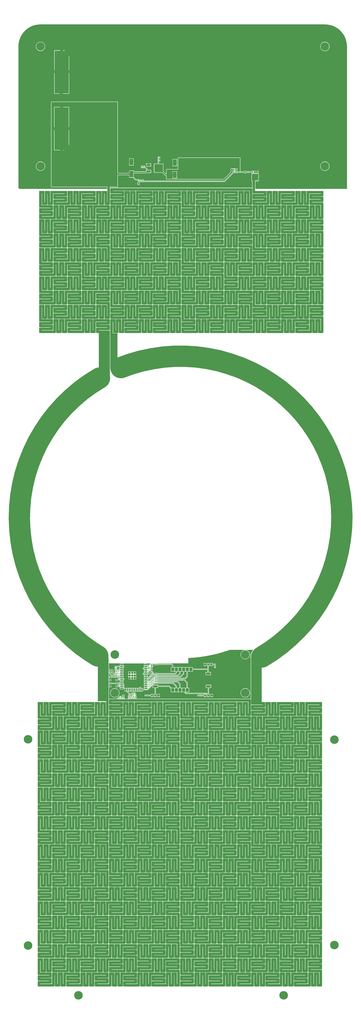
<source format=gtl>
%FSTAX44Y44*%
%MOMM*%
%SFA1B1*%

%IPPOS*%
%ADD11C,0.250000*%
%ADD12C,0.399999*%
%ADD18C,0.253999*%
%ADD23R,3.299993X1.599997*%
%ADD24R,1.199998X1.599997*%
%ADD29R,1.329997X1.329997*%
%ADD30R,0.899998X1.999996*%
%ADD31R,1.999996X0.899998*%
%ADD33R,2.999994X1.599997*%
%ADD34R,6.199988X5.799988*%
%ADD40R,0.499999X0.549999*%
%ADD41R,0.549999X0.499999*%
%ADD42R,0.649999X0.699999*%
%ADD43O,1.299997X0.399999*%
%ADD44R,0.699999X0.649999*%
%ADD45R,2.199996X2.499995*%
%ADD46C,0.999998*%
%ADD47R,0.849998X0.699999*%
%ADD48R,0.999998X0.699999*%
%ADD49R,9.999980X29.999940*%
%ADD50R,2.699995X4.499991*%
%ADD51R,0.899998X0.799998*%
%ADD52R,0.899998X1.199998*%
%ADD53R,0.649999X1.199998*%
%ADD54C,5.999988*%
%ADD55C,14.999970*%
%ADD56C,1.749997*%
%ADD57C,1.999996*%
%ADD58C,0.999998*%
%ADD59C,0.299999*%
%ADD60C,0.799998*%
%ADD61C,1.799996*%
%ADD62C,4.999990*%
%ADD63R,5.079990X24.467451*%
%ADD64R,1.749997X1.749997*%
%ADD65R,7.492985X32.130936*%
%ADD66R,7.492985X34.924930*%
%ADD67R,7.873984X34.543931*%
%ADD68C,0.599999*%
%ADD69C,1.269997*%
%LNpcb1-1*%
%LPD*%
G36*
X-00522794Y04426389D02*
X-00522408Y04426229D01*
X-0052206Y04426373*
X-00521202*
X01474519*
X01475437*
X01475902Y04426181*
X01476922Y04426207*
X01477772Y04426189*
X01488231Y04425778*
X01500327Y04424347*
X01512272Y04421971*
X01523995Y04418664*
X01535422Y04414449*
X01546482Y0440935*
X01557109Y04403399*
X01567236Y04396632*
X01576801Y04389092*
X01585745Y04380824*
X01594013Y0437188*
X01601553Y04362315*
X0160832Y04352188*
X01614271Y04341561*
X0161937Y04330501*
X01623586Y04319074*
X01626892Y04307351*
X01629268Y04295406*
X01630699Y0428331*
X01631128Y0427241*
X01630941Y04271141*
Y0427114*
X01630956Y04271104*
X01631135Y04270929*
Y04269871*
Y03271024*
X00987725*
Y03323266*
X00988995Y03324274*
X00989021Y03324269*
X00996021*
X00996997Y03324463*
X00997244Y03324628*
X00998225*
Y03325617*
X00998376Y03325843*
X0099857Y03326818*
X00999822*
X01000016Y03325843*
X01000187Y03325586*
Y03324628*
X01001149*
X01001396Y03324463*
X01002371Y03324269*
X01009371*
X01010347Y03324463*
X01010594Y03324628*
X01011687*
Y03325784*
X01011726Y03325843*
X0101192Y03326818*
Y03331818*
Y03376818*
X01011726Y03377793*
X01011174Y0337862*
X01010347Y03379173*
X01009371Y03379367*
X00987535*
X00986322Y03379911*
X00986379Y03380778*
X00986581*
X00990951*
Y03389318*
Y03397858*
X00986581*
X00986431*
X00985311*
X00985161*
X00980791*
Y03389318*
Y03380778*
X00985161*
X00985311*
X00985553*
X0098561Y03379911*
X00984397Y03379367*
X00962371*
X00961396Y03379173*
X00960569Y0337862*
X00960016Y03377793*
X00959822Y03376818*
Y03331818*
Y03326818*
X00960016Y03325843*
X00960055Y03325784*
Y03324628*
X00961149*
X00961396Y03324463*
X00962371Y03324269*
X00965031*
Y03279293*
X00956744*
X00956378Y03279341*
X00956297Y03279331*
X00956217Y03279341*
X-0002362*
X-00023986Y03279293*
X-00032273*
Y03283331*
X00018608*
X00019583Y03283524*
X0002041Y03284077*
X00020962Y03284904*
X00021157Y03285879*
Y03367408*
X00100398*
Y03349973*
X00126961*
X00145843Y03331092*
X0014709Y03330258*
X00148561Y03329965*
X00161948*
Y03319309*
X00162712*
Y03315713*
X00161866Y03315225*
X00160218Y03313577*
X00159053Y03311558*
X0015845Y03309308*
Y03306977*
X00159053Y03304726*
X00160218Y03302709*
X00161866Y03301061*
X00163884Y03299896*
X00166135Y03299293*
X00168465*
X00170716Y03299896*
X00172734Y03301061*
X00174382Y03302709*
X00175547Y03304726*
X0017615Y03306977*
Y03309308*
X00175547Y03311558*
X00174382Y03313577*
X00172734Y03315225*
X00171888Y03315713*
Y03319309*
X00172448*
Y03320466*
X00177188*
Y03319309*
X00187688*
Y03320466*
X00192428*
Y03319309*
X00202928*
Y03320466*
X00771547*
X00771548*
X00773019Y03320758*
X00774266Y03321591*
X00834314Y03381639*
X00842378*
Y03387114*
X00843254Y03387475*
X00843648Y03387559*
X00844402Y03387054*
X00845378Y03386861*
X00848378*
Y03381639*
X00862378*
Y03385474*
X00906758*
X00907676Y03383884*
X00909324Y03382236*
X00911342Y03381071*
X00913593Y03380468*
X00915924*
X00918174Y03381071*
X00920192Y03382236*
X00921839Y03383884*
X00922328Y0338473*
X00925128*
Y03383568*
X00946628*
Y03385239*
X00961071*
Y03380818*
X00972478*
X00973731Y03380778*
X00973825*
X00978251*
Y03389318*
Y03397858*
X00973825*
X00973731*
X00972478Y03397818*
X00961071*
Y03393396*
X00946628*
Y03395068*
X00925128*
Y03393906*
X00922328*
X00921839Y03394752*
X00920192Y03396399*
X00918174Y03397565*
X00915924Y03398168*
X00913593*
X00911342Y03397565*
X00909324Y03396399*
X00907676Y03394752*
X00906758Y03393162*
X00882217*
Y03478919*
Y03488913*
X00882022Y03489889*
X0088147Y03490716*
X00880643Y03491268*
X00879668Y03491462*
X00445236*
X0044426Y03491268*
X00443433Y03490716*
X00442881Y03489889*
X00442687Y03488913*
Y03410241*
X00363123*
X00362148Y03410047*
X00361321Y03409495*
X00360768Y03408668*
X00360574Y03407692*
Y03376688*
X00359304Y03376549*
X00341628Y03394225*
Y03447953*
X00309831*
Y0346482*
X00310598Y03465773*
X00314368*
Y03471063*
Y03476353*
X00310598*
X00309831Y03477306*
Y03485141*
X00310598Y03486093*
X00314368*
Y03491383*
Y03496673*
X00310598*
Y03496633*
X00301138*
Y03486133*
X00302144*
Y03476313*
X00301138*
Y03465813*
X00302144*
Y03447953*
X00274628*
Y03384953*
X00332356*
X00352052Y03365257*
X0035341Y03364216*
X00354991Y0336356*
X00356688Y03363337*
X00360574*
Y03340489*
X00360768Y03339514*
X00361321Y03338687*
X00362148Y03338134*
X00363123Y03337941*
X00765368*
X00766343Y03338134*
X0076717Y03338687*
X0081609Y03387607*
X00816643Y03388434*
X00816837Y03389409*
Y03403861*
X00816887Y03403982*
Y0340617*
X00816837Y0340629*
Y0341259*
X00828338*
Y0340641*
X00835378*
Y0340514*
X00836648*
Y03396599*
X0084201*
X00842541Y03395637*
X0084196Y0339464*
X00828378*
Y03386576*
X00769955Y03328153*
X00203982*
X00202968Y03328769*
Y03332539*
X00197678*
X00192388*
Y03328769*
X00191373Y03328153*
X00188742*
X00187728Y03328769*
Y03332539*
X00177148*
Y03328769*
X00176133Y03328153*
X00172448*
Y03338809*
X00161948*
Y03337653*
X00150154*
X00132398Y03355409*
Y03380547*
X00223728*
X00224335Y03380627*
X00224946Y03380662*
X0022518Y03380738*
X00225425Y0338077*
X0022599Y03381005*
X00226572Y03381196*
X00230533Y03383103*
X00254728*
Y03404103*
X00234071*
Y03405673*
X00233779Y03407144*
X00232946Y03408391*
X00216906Y03424431*
X00215659Y03425265*
X00214188Y03425557*
X00214187*
X0021154*
X00210588Y03426323*
Y03430093*
X00200008*
Y03426323*
X00199055Y03425557*
X001963*
X00195348Y03426323*
Y03430093*
X00184768*
Y03426323*
X00184808*
Y03416863*
X00195308*
Y03417869*
X00200048*
Y03416863*
X00210548*
Y03417869*
X00212595*
X00225188Y03405276*
X00224702Y03404103*
X00219728*
Y03393659*
X00132398*
Y03399973*
X00100398*
Y03382538*
X00021157*
Y03881509*
X00020962Y03882485*
X0002041Y03883312*
X00019583Y03883864*
X00018608Y03884058*
X-0044494*
X-00445916Y03883864*
X-00446743Y03883312*
X-00447295Y03882485*
X-00447489Y03881509*
Y03285879*
X-00447295Y03284904*
X-00446743Y03284077*
X-00445916Y03283524*
X-0044494Y03283331*
X-00054968*
Y03271024*
X-00666823*
X-00669392Y03271535*
X-00671811Y03272537*
X-00673989Y03273992*
X-0067584Y03275843*
X-00677295Y03278021*
X-00677482Y03278472*
Y04275185*
Y04276455*
X-00677473Y04276551*
X-00677289Y04277711*
X-00677255Y04278201*
X-00677046Y04283518*
X-00675615Y04295614*
X-00673239Y04307559*
X-00669932Y04319282*
X-00665717Y04330709*
X-00660618Y04341769*
X-00654667Y04352396*
X-006479Y04362523*
X-00640359Y04372088*
X-00632092Y04381032*
X-00623148Y043893*
X-00613583Y0439684*
X-00603456Y04403606*
X-00592829Y04409558*
X-00581768Y04414657*
X-00570342Y04418873*
X-00558619Y04422179*
X-00546674Y04424555*
X-00534578Y04425986*
X-00530083Y04426163*
X-0052882Y04426181*
X-00528562Y04426287*
X-00527952Y04426373*
X-00526322*
X-00526256Y04426321*
Y04426313*
X-00523675Y04426415*
X-00522818Y0442642*
X-00522794Y04426389*
G37*
G36*
X00879668Y03478919D02*
Y03393162D01*
X00862378*
Y0339464*
X00848378*
Y03389409*
X00845378*
Y03415139*
X00814288*
Y03389409*
X00765368Y03340489*
X00363123*
Y03407692*
X00445236*
Y03488913*
X00879668*
Y03478919*
G37*
G36*
X01009371Y03331818D02*
Y03326818D01*
X01002371*
Y03331818*
X00996021*
Y03326818*
X00989021*
Y03331818*
X00982721*
Y03326818*
X00975721*
Y03331818*
X00969371*
Y03326818*
X00962371*
Y03331818*
Y03376818*
X01009371*
Y03331818*
G37*
G36*
X00018608Y03285879D02*
X-0044494D01*
Y03881509*
X00018608*
Y03285879*
G37*
G36*
X00971322Y00032431D02*
X00971043Y00032119D01*
X00966006Y0002502*
X00961795Y00017402*
X00958464Y0000936*
X00956267Y00001734*
X00956002Y00001557*
X00955449Y0000073*
X00955255Y-00000244*
Y-00003706*
X00954596Y-00007584*
X00954108Y-00016275*
X00954596Y-00024966*
X00955255Y-00028844*
Y-00310505*
X0094741*
X00947044Y-00310457*
X00946963Y-00310467*
X00946884Y-00310457*
X00148336*
X0014785Y-00309283*
X00149093Y-0030804*
X0014918Y-00307982*
X00150357Y-00306805*
X00151191Y-00305558*
X0015134Y-00304806*
X00151417Y-00304774*
X00152964Y-00303227*
X00153801Y-00301206*
Y-00299018*
X00152964Y-00296996*
X00151417Y-00295449*
X00149628Y-00294708*
Y-00293154*
X00149554Y-00292784*
Y-00287404*
Y-00277404*
X00148128*
Y-00276094*
X00147837Y-00274631*
X00147008Y-0027339*
X00145957Y-0027234*
Y-0027033*
X0014512Y-00268308*
X00143573Y-00266761*
X00141551Y-00265924*
X00139363*
X00137342Y-00266761*
X00136031Y-00268072*
X0013472Y-00266761*
X00132698Y-00265924*
X0013051*
X00128489Y-00266761*
X00126942Y-00268308*
X00126104Y-0027033*
Y-00272518*
X00126942Y-00274539*
X00127781Y-00275379*
Y-00277404*
X00126354*
Y-00287404*
Y-00296151*
X00125924Y-00296457*
X00124654Y-00295801*
Y-00288404*
Y-00276404*
X00124318*
X00124Y-00275961*
X0012366Y-00275134*
X00124404Y-00273338*
Y-0027115*
X00123567Y-00269128*
X0012202Y-00267581*
X00119998Y-00266744*
X0011781*
X00115789Y-00267581*
X00114242Y-00269128*
X00113404Y-0027115*
Y-00273338*
X00114148Y-00275134*
X00113808Y-00275961*
X0011349Y-00276404*
X00113154*
Y-00277611*
X00111981Y-00278097*
X00110723Y-00276839*
X00109483Y-0027601*
X00108112Y-00275738*
X00092903Y-00260529*
X00093429Y-00259259*
X00196678*
Y-00250582*
X00230926*
X00232389Y-00250291*
X00233629Y-00249462*
X00263864Y-00219227*
X00265038Y-00219713*
Y-00233379*
X00280214*
Y-00276379*
X00275538*
Y-00297379*
X00292538*
Y-00276379*
X00287861*
Y-00233379*
X00303038*
Y-00226702*
X0038102*
X00393474Y-00239156*
Y-00263749*
X00487717*
X00487973Y-00265034*
X00488802Y-00266274*
X0049789Y-00275362*
X0049913Y-00276191*
X00500593Y-00276482*
X00625918*
Y-00283055*
X00613558*
Y-00281129*
X00592058*
Y-00283055*
X00588509*
X0058767Y-00282216*
X00585649Y-00281379*
X00583461*
X00581439Y-00282216*
X00579892Y-00283763*
X00579055Y-00285785*
Y-00287973*
X00579892Y-00289994*
X00581439Y-00291541*
X00583461Y-00292379*
X00585649*
X0058767Y-00291541*
X00588509Y-00290703*
X00592058*
Y-00292629*
X00613558*
Y-00290703*
X00625918*
Y-00297379*
X00642918*
Y-00277806*
X00644188Y-0027728*
X00648918Y-0028201*
Y-00297379*
X00665918*
Y-00276379*
X00661241*
Y-00233379*
X00676418*
Y-00212379*
X00638418*
Y-00233379*
X00653594*
Y-00274213*
X00652421Y-00274698*
X00647677Y-00269955*
X00646437Y-00269126*
X00644974Y-00268835*
X00502177*
X00498264Y-00264922*
X0049875Y-00263749*
X00522074*
Y-00233749*
X00512651*
Y-00197729*
X0051236Y-00196265*
X00511531Y-00195025*
X00492481Y-00175975*
X00491241Y-00175146*
X00489778Y-00174855*
X00303863*
Y-00171527*
X00494403*
X00495866Y-00171236*
X00497106Y-00170407*
X00511277Y-00156236*
X00512106Y-00154996*
X00512397Y-00153533*
Y-00118749*
X00547474*
Y-00107572*
X00652324*
Y-00122709*
X00637148*
Y-00143709*
X00675148*
Y-00122709*
X00659971*
Y-00103807*
Y-00079709*
X00664648*
Y-00058709*
X00647648*
Y-00079709*
X00652324*
Y-00099925*
X00547474*
Y-00088749*
X00411052*
Y-00074209*
X00410741Y-00072648*
X00409857Y-00071325*
X00408771Y-00070599*
X00403657Y-00065485*
X00402417Y-00064656*
X00400954Y-00064365*
X00302556*
X00302418Y-00063095*
X00303429Y-00061839*
X00516448*
Y-00025175*
X00516674Y-00023931*
X00525026Y-00023425*
X00534177Y-00022994*
X00540875Y-00022467*
X00546829Y-00022107*
X00546866Y-00022096*
X00546905Y-00022101*
X00555833Y-00021289*
X00565579Y-00020522*
X00571652Y-00019852*
X00576991Y-00019367*
X00577029Y-00019356*
X00577068Y-00019359*
X00586558Y-00018206*
X00596887Y-00017066*
X00602334Y-00016291*
X00607057Y-00015717*
X00607095Y-00015705*
X00607134Y-00015707*
X00617174Y-00014179*
X00628072Y-00012628*
X0063289Y-00011787*
X00637Y-00011161*
X00637037Y-00011148*
X00637076*
X00647646Y-00009211*
X00659101Y-00007212*
X00663297Y-00006343*
X00666791Y-00005703*
X00666827Y-00005688*
X00666866*
X00677946Y-0000331*
X00689945Y-00000825*
X0069352Y00000032*
X00696403Y00000651*
X00696439Y00000666*
X00696478Y00000668*
X00708041Y00003518*
X00720574Y00006527*
X00723534Y00007336*
X0072581Y00007897*
X00725846Y00007914*
X00725885Y00007917*
X00737898Y00011266*
X00750956Y00014838*
X00753308Y00015562*
X00754985Y00016029*
X0075502Y00016047*
X00755059Y00016051*
X00767479Y00019921*
X00781062Y000241*
X00782816Y00024701*
X00783901Y00025039*
X00783935Y00025057*
X00783974Y00025063*
X00796713Y00029459*
X00808782Y00033591*
X00970803*
X00971322Y00032431*
G37*
G36*
X0004114Y-00061839D02*
X00041552Y-00062114D01*
X00042527Y-00062308*
X00222527*
X00223503Y-00062114*
X00223914Y-00061839*
X00247635*
X0024802Y-00063109*
X00247508Y-00063451*
X00231298Y-00079661*
X00230991Y-00079535*
X00230068Y-00078699*
Y-00072929*
X00204988*
Y-00078699*
X00205028*
Y-00091197*
X00204722Y-00091524*
X00203758Y-00092046*
X00202582Y-00091559*
X00200394*
X00198372Y-00092396*
X00196825Y-00093943*
X00195988Y-00095965*
Y-00098153*
X00196825Y-00100174*
X00198372Y-00101721*
X00200394Y-00102559*
X00202582*
X00203758Y-00102071*
X00205028Y-0010292*
Y-00116759*
Y-00129297*
X00204722Y-00129624*
X00203758Y-00130146*
X00202582Y-00129659*
X00200394*
X00198372Y-00130496*
X00196825Y-00132043*
X00195988Y-00134065*
Y-00136253*
X00196825Y-00138274*
X00198372Y-00139821*
X00200394Y-00140659*
X00202582*
X00203758Y-00140172*
X00205028Y-0014102*
Y-00154859*
Y-00167559*
Y-00180259*
Y-00192959*
Y-00205659*
Y-00218359*
Y-00231059*
Y-00242935*
X00196678*
Y-00234259*
X00182478*
Y-00232162*
X0018164Y-0023014*
X00180093Y-00228593*
X00178072Y-00227756*
X00175884*
X00173863Y-00228593*
X00172315Y-0023014*
X00171478Y-00232162*
Y-00234259*
X00082418*
Y-00234219*
X00076648*
Y-00246759*
Y-00259299*
X00082418*
Y-00259259*
X00084254*
Y-0026111*
X00084545Y-00262574*
X00085374Y-00263814*
X00101066Y-00279506*
X0010058Y-00280679*
X00097026*
X00095157Y-00281051*
X00093573Y-0028211*
X00092514Y-00283694*
X00092395Y-00284293*
X00101276*
Y-00286833*
X00092395*
X00092514Y-00287432*
X00093461Y-00288849*
X00092552Y-00290209*
X00092183Y-00292063*
X00092552Y-00293916*
X00093485Y-00295313*
X00092552Y-00296709*
X00092183Y-00298563*
X00092552Y-00300416*
X00093485Y-00301813*
X00092552Y-0030321*
X00092183Y-00305063*
X00092552Y-00306916*
X00093602Y-00308487*
X00094648Y-00309187*
X00094263Y-00310457*
X0006729*
X00066904Y-00309187*
X00067951Y-00308487*
X00069001Y-00306916*
X00069369Y-00305063*
X00069001Y-0030321*
X00068091Y-00301849*
X00069038Y-00300432*
X00069157Y-00299833*
X00060276*
X00051395*
X00051472Y-00300219*
X00050817Y-00301489*
X00050374*
X00049264Y-00301103*
Y-00297333*
X00043974*
Y-00296063*
X00042704*
Y-00291023*
X00038684*
X00037454*
X00033434*
Y-00296063*
X00032164*
Y-00297333*
X00026874*
Y-00300609*
X00025627Y-00301157*
X0002537Y-003009*
X00023348Y-00300063*
X0002116*
X00019139Y-003009*
X00017592Y-00302447*
X00016754Y-00304469*
Y-00306657*
X00017592Y-00308678*
X000181Y-00309187*
X00017574Y-00310457*
X-00032954*
X-0003332Y-00310505*
X-00041607*
Y-00061839*
X0004114*
G37*
G36*
X00280908Y-00073939D02*
X00302408D01*
Y-00072012*
X0039937*
X00402895Y-00075537*
Y-00088749*
X00393474*
Y-00118749*
X0042855*
Y-00125025*
X00422467Y-00131108*
X00304263*
Y-00129182*
X00282763*
Y-00131675*
X00270425*
X00270172Y-00130405*
X00270423Y-00130302*
X0027197Y-00128754*
X00272808Y-00126733*
Y-00124545*
X0027197Y-00122523*
X00270423Y-00120976*
X00268402Y-00120139*
X00266214*
X00264192Y-00120976*
X0026402Y-00121148*
X00263149Y-00121033*
X0026227Y-00120154*
X00261909Y-00119289*
X00262276Y-00118473*
X00263181Y-00117568*
X00264174Y-00115849*
X00264613Y-00114209*
X00257147*
Y-00111669*
X00264613*
X00264174Y-00110028*
X00263181Y-00108309*
X00262276Y-00107404*
X00261909Y-00106588*
X0026227Y-00105723*
X00263149Y-00104844*
X00264136Y-00103133*
X00264648Y-00101226*
Y-00099251*
X00264136Y-00097344*
X00263149Y-00095633*
X0026224Y-00094725*
X00261896Y-00093889*
X0026224Y-00093052*
X00263149Y-00092144*
X00264136Y-00090434*
X00264648Y-00088526*
Y-00086551*
X00264432Y-00085745*
X00265496Y-00084811*
X00266214Y-00085109*
X00268402*
X00270423Y-00084271*
X0027197Y-00082724*
X00272808Y-00080703*
Y-00078515*
X0027197Y-00076493*
X00270423Y-00074946*
X00268402Y-00074109*
X00266214*
X00265773Y-00074291*
X00264535Y-00073429*
X00264136Y-00071944*
X00263685Y-00071162*
X00264418Y-00069892*
X00280908*
Y-00073939*
G37*
G36*
X0045395Y-00133348D02*
X00445546Y-00141752D01*
X00304746*
X00304263Y-00140682*
Y-00138755*
X0042405*
X00425513Y-00138464*
X00426754Y-00137635*
X00435077Y-00129312*
X00435906Y-00128072*
X00436197Y-00126609*
Y-00118749*
X0045395*
Y-00133348*
G37*
G36*
X0024983Y-0011476D02*
X00250121Y-00115849D01*
X00251114Y-00117568*
X00252019Y-00118473*
X00252386Y-00119289*
X00252025Y-00120154*
X00251146Y-00121033*
X00250159Y-00122744*
X00249648Y-00124651*
Y-00126626*
X00250159Y-00128533*
X00251146Y-00130244*
X00252543Y-0013164*
X00254254Y-00132627*
X0025616Y-00133139*
X00258135*
X00259145Y-00132868*
X00259802Y-00134007*
X00237074Y-00156735*
X00230028*
Y-00142159*
Y-00138755*
X00233172*
X00233623Y-00139537*
X00235019Y-00140933*
X00236729Y-00141921*
X00238637Y-00142432*
X00240612*
X00242519Y-00141921*
X00244229Y-00140933*
X00245626Y-00139537*
X00246613Y-00137827*
X00247124Y-00135919*
Y-00133945*
X00246613Y-00132037*
X00245626Y-00130327*
X00244229Y-0012893*
X00242519Y-00127943*
X00240612Y-00127432*
X00238637*
X00236729Y-00127943*
X00235019Y-0012893*
X00233623Y-00130327*
X00233172Y-00131109*
X00230028*
Y-00126282*
X00234928*
X00236391Y-00125991*
X00237631Y-00125162*
X00248413Y-0011438*
X0024983Y-0011476*
G37*
G36*
X0047935Y-00133348D02*
X004597Y-00152998D01*
X00303678*
Y-00151325*
Y-00149399*
X0044713*
X00448593Y-00149108*
X00449834Y-00148279*
X00460477Y-00137635*
X00461306Y-00136395*
X00461597Y-00134932*
Y-00118749*
X0047935*
Y-00133348*
G37*
G36*
X0050475Y-00151949D02*
X00492819Y-0016388D01*
X00303863*
Y-00161954*
X00303678*
Y-00160645*
X00461284*
X00462747Y-00160354*
X00463987Y-00159526*
X00485877Y-00137635*
X00486706Y-00136395*
X00486997Y-00134932*
Y-00118749*
X0050475*
Y-00151949*
G37*
G36*
X00282178Y-00139825D02*
Y-00141752D01*
X00267308*
X00265844Y-00142043*
X00264604Y-00142872*
X00238041Y-00169435*
X00230028*
Y-00164382*
X00238658*
X00240121Y-00164091*
X00241361Y-00163262*
X00265301Y-00139322*
X00281116*
X00282178Y-00139825*
G37*
G36*
Y-00151325D02*
Y-00152998D01*
X00273878*
X00272415Y-0015329*
X00271174Y-00154118*
X00243157Y-00182135*
X00230028*
Y-00180259*
Y-00177082*
X00239624*
X00241087Y-00176791*
X00242328Y-00175962*
X00268891Y-00149399*
X00282178*
Y-00151325*
G37*
G36*
X0042855Y-00223442D02*
Y-00233749D01*
X00398881*
X00385307Y-00220175*
X00384067Y-00219346*
X00382604Y-00219055*
X00303038*
Y-00212379*
X00272372*
X00271886Y-00211205*
X00278427Y-00204665*
X00282363*
Y-00206591*
X00303863*
Y-00204665*
X00409772*
X0042855Y-00223442*
G37*
G36*
X00505004Y-00199312D02*
Y-00233749D01*
X00461597*
Y-00205349*
X00461306Y-00203885*
X00460477Y-00202645*
X00444766Y-00186934*
X00443526Y-00186105*
X00442063Y-00185814*
X00303796*
Y-00184429*
X00303863*
Y-00182502*
X00488194*
X00505004Y-00199312*
G37*
G36*
X0045395Y-00206932D02*
Y-00233749D01*
X00436197*
Y-00221859*
X00435906Y-00220395*
X00435077Y-00219155*
X0041406Y-00198137*
X00412819Y-00197309*
X00411356Y-00197018*
X00303863*
Y-00195091*
X00303796*
Y-00193461*
X00440479*
X0045395Y-00206932*
G37*
%LNpcb1-2*%
%LPC*%
G36*
X-00519847Y04303888D02*
X-00521138D01*
Y04272618*
X-00489868*
Y04273909*
X-00490669Y04278968*
X-00492252Y04283839*
X-00494577Y04288403*
X-00497588Y04292546*
X-0050121Y04296168*
X-00505353Y04299179*
X-00509917Y04301504*
X-00514788Y04303087*
X-00519847Y04303888*
G37*
G36*
X-00523678D02*
X-00524969D01*
X-00530028Y04303087*
X-00534899Y04301504*
X-00539463Y04299179*
X-00543606Y04296168*
X-00547228Y04292546*
X-00550239Y04288403*
X-00552564Y04283839*
X-00554147Y04278968*
X-00554948Y04273909*
Y04272618*
X-00523678*
Y04303888*
G37*
G36*
X-00489868Y04270078D02*
X-00521138D01*
Y04238808*
X-00519847*
X-00514788Y04239609*
X-00509917Y04241192*
X-00505353Y04243517*
X-0050121Y04246528*
X-00497588Y04250149*
X-00494577Y04254293*
X-00492252Y04258857*
X-00490669Y04263728*
X-00489868Y04268787*
Y04270078*
G37*
G36*
X-00523678D02*
X-00554948D01*
Y04268787*
X-00554147Y04263728*
X-00552564Y04258857*
X-00550239Y04254293*
X-00547228Y04250149*
X-00543606Y04246528*
X-00539463Y04243517*
X-00534899Y04241192*
X-00530028Y04239609*
X-00524969Y04238808*
X-00523678*
Y04270078*
G37*
G36*
X01478619Y0430364D02*
X01473503D01*
X01468451Y0430284*
X01463585Y04301259*
X01459027Y04298937*
X01454889Y0429593*
X01451271Y04292313*
X01448265Y04288174*
X01445942Y04283616*
X01444361Y04278751*
X01443561Y04273698*
Y04268582*
X01444361Y0426353*
X01445942Y04258664*
X01448265Y04254106*
X01451271Y04249968*
X01454889Y04246351*
X01459027Y04243344*
X01463585Y04241021*
X01468451Y04239441*
X01473503Y0423864*
X01478619*
X01483672Y04239441*
X01488537Y04241021*
X01493095Y04243344*
X01497233Y04246351*
X01500851Y04249968*
X01503858Y04254106*
X0150618Y04258664*
X01507761Y0426353*
X01508561Y04268582*
Y04273698*
X01507761Y04278751*
X0150618Y04283616*
X01503858Y04288174*
X01500851Y04292313*
X01497233Y0429593*
X01493095Y04298937*
X01488537Y04301259*
X01483672Y0430284*
X01478619Y0430364*
G37*
G36*
X-00320645Y04244235D02*
X-00371915D01*
Y04092964*
X-00320645*
Y04244235*
G37*
G36*
X-00374455D02*
X-00425725D01*
Y04092964*
X-00374455*
Y04244235*
G37*
G36*
X-00320645Y04090424D02*
X-00371915D01*
Y03939154*
X-00320645*
Y04090424*
G37*
G36*
X-00374455D02*
X-00425725D01*
Y03939154*
X-00374455*
Y04090424*
G37*
G36*
X00320678Y03496673D02*
X00316908D01*
Y03492653*
X00320678*
Y03496673*
G37*
G36*
Y03490113D02*
X00316908D01*
Y03486093*
X00320678*
Y03490113*
G37*
G36*
X00316908Y03476353D02*
Y03472333D01*
X00320678*
Y03476353*
X00316908*
G37*
G36*
X00320678Y03469793D02*
X00316908D01*
Y03465773*
X00320678*
Y03469793*
G37*
G36*
X00132438Y03485513D02*
X00117668D01*
Y03461743*
X00132438*
Y03485513*
G37*
G36*
X00115128D02*
X00100358D01*
Y03461743*
X00115128*
Y03485513*
G37*
G36*
X00437238Y03480433D02*
X00422468D01*
Y03456663*
X00437238*
Y03480433*
G37*
G36*
X00419928D02*
X00405158D01*
Y03456663*
X00419928*
Y03480433*
G37*
G36*
X00254768Y03449843D02*
X00238498D01*
Y03440573*
X00254768*
Y03449843*
G37*
G36*
X00235958D02*
X00219688D01*
Y03440573*
X00235958*
Y03449843*
G37*
G36*
X00132438Y03459203D02*
X00117668D01*
Y03435433*
X00132438*
Y03459203*
G37*
G36*
X00115128D02*
X00100358D01*
Y03435433*
X00115128*
Y03459203*
G37*
G36*
X00210588Y03436403D02*
X00206568D01*
Y03432633*
X00210588*
Y03436403*
G37*
G36*
X00204028D02*
X00200008D01*
Y03432633*
X00204028*
Y03436403*
G37*
G36*
X00195348D02*
X00191328D01*
Y03432633*
X00195348*
Y03436403*
G37*
G36*
X00188788D02*
X00184768D01*
Y03432633*
X00188788*
Y03436403*
G37*
G36*
X00437238Y03454123D02*
X00422468D01*
Y03430353*
X00437238*
Y03454123*
G37*
G36*
X00419928D02*
X00405158D01*
Y03430353*
X00419928*
Y03454123*
G37*
G36*
X00254768Y03438033D02*
X00238498D01*
Y03428763*
X00254768*
Y03438033*
G37*
G36*
X00235958D02*
X00219688D01*
Y03428763*
X00235958*
Y03438033*
G37*
G36*
X00999131Y03397858D02*
X00998011D01*
X00997861*
X00993491*
Y03389318*
Y03380778*
X00997861*
X00998011*
X00999131*
X00999281*
X01003651*
Y03389318*
Y03397858*
X00999281*
X00999131*
G37*
G36*
X01478619Y03462779D02*
X01473503D01*
X01468451Y03461979*
X01463585Y03460398*
X01459027Y03458076*
X01454889Y03455069*
X01451271Y03451452*
X01448265Y03447313*
X01445942Y03442755*
X01444361Y0343789*
X01443561Y03432837*
Y03427722*
X01444361Y03422669*
X01445942Y03417804*
X01448265Y03413246*
X01451271Y03409107*
X01454889Y0340549*
X01459027Y03402483*
X01463585Y0340016*
X01468451Y0339858*
X01473503Y03397779*
X01478619*
X01483672Y0339858*
X01488537Y0340016*
X01493095Y03402483*
X01497233Y0340549*
X01500851Y03409107*
X01503858Y03413246*
X0150618Y03417804*
X01507761Y03422669*
X01508561Y03427722*
Y03432837*
X01507761Y0343789*
X0150618Y03442755*
X01503858Y03447313*
X01500851Y03451452*
X01497233Y03455069*
X01493095Y03458076*
X01488537Y03460398*
X01483672Y03461979*
X01478619Y03462779*
G37*
G36*
X-0051985Y0346275D02*
X-00524966D01*
X-00530018Y03461949*
X-00534884Y03460369*
X-00539442Y03458046*
X-0054358Y03455039*
X-00547198Y03451422*
X-00550204Y03447283*
X-00552527Y03442725*
X-00554108Y0343786*
X-00554908Y03432807*
Y03427692*
X-00554108Y03422639*
X-00552527Y03417774*
X-00550204Y03413216*
X-00547198Y03409077*
X-0054358Y0340546*
X-00539442Y03402453*
X-00534884Y03400131*
X-00530018Y0339855*
X-00524966Y0339775*
X-0051985*
X-00514798Y0339855*
X-00509932Y03400131*
X-00505374Y03402453*
X-00501236Y0340546*
X-00497618Y03409077*
X-00494612Y03413216*
X-00492289Y03417774*
X-00490708Y03422639*
X-00489908Y03427692*
Y03432807*
X-00490708Y0343786*
X-00492289Y03442725*
X-00494612Y03447283*
X-00497618Y03451422*
X-00501236Y03455039*
X-00505374Y03458046*
X-00509932Y03460369*
X-00514798Y03461949*
X-0051985Y0346275*
G37*
G36*
X00834108Y0340387D02*
X00828338D01*
Y03396599*
X00834108*
Y0340387*
G37*
G36*
X01006191Y03397858D02*
Y03390588D01*
X01010711*
Y03397858*
X01006191*
G37*
G36*
X01010711Y03388048D02*
X01006191D01*
Y03380778*
X01010711*
Y03388048*
G37*
G36*
X00202968Y03338849D02*
X00198948D01*
Y03335079*
X00202968*
Y03338849*
G37*
G36*
X00187728D02*
X00183708D01*
Y03335079*
X00187728*
Y03338849*
G37*
G36*
X00181168D02*
X00177148D01*
Y03335079*
X00181168*
Y03338849*
G37*
G36*
X00196408D02*
X00192388D01*
Y03335079*
X00196408*
Y03338849*
G37*
G36*
X00862418Y03413679D02*
X00856648D01*
Y03408409*
X00862418*
Y03413679*
G37*
G36*
X00854108D02*
X00848338D01*
Y03408409*
X00854108*
Y03413679*
G37*
G36*
X00862418Y03405869D02*
X00856648D01*
Y03400599*
X00862418*
Y03405869*
G37*
G36*
X00854108D02*
X00848338D01*
Y03400599*
X00854108*
Y03405869*
G37*
G36*
X00437238Y03394933D02*
X00422468D01*
Y03371163*
X00437238*
Y03394933*
G37*
G36*
X00419928D02*
X00405158D01*
Y03371163*
X00419928*
Y03394933*
G37*
G36*
X00437238Y03368623D02*
X00422468D01*
Y03344853*
X00437238*
Y03368623*
G37*
G36*
X00419928D02*
X00405158D01*
Y03344853*
X00419928*
Y03368623*
G37*
G36*
X-00321915Y03846724D02*
X-00373186D01*
Y03695455*
X-00321915*
Y03846724*
G37*
G36*
X-00375726D02*
X-00426995D01*
Y03695455*
X-00375726*
Y03846724*
G37*
G36*
X-00321915Y03692915D02*
X-00373186D01*
Y03541645*
X-00321915*
Y03692915*
G37*
G36*
X-00375726D02*
X-00426995D01*
Y03541645*
X-00375726*
Y03692915*
G37*
G36*
X00919055Y00032254D02*
X0091394D01*
X00908887Y00031454*
X00904022Y00029873*
X00899464Y00027551*
X00895325Y00024544*
X00891708Y00020927*
X00888701Y00016788*
X00886379Y0001223*
X00884798Y00007366*
X00883998Y00002312*
Y-00002802*
X00884798Y-00007854*
X00886379Y-00012719*
X00888701Y-00017277*
X00891708Y-00021416*
X00895325Y-00025033*
X00899464Y-0002804*
X00904022Y-00030363*
X00908887Y-00031943*
X0091394Y-00032744*
X00919055*
X00924108Y-00031943*
X00928973Y-00030363*
X00933531Y-0002804*
X0093767Y-00025033*
X00941287Y-00021416*
X00944294Y-00017277*
X00946617Y-00012719*
X00948197Y-00007854*
X00948998Y-00002802*
Y00002312*
X00948197Y00007366*
X00946617Y0001223*
X00944294Y00016788*
X00941287Y00020927*
X0093767Y00024544*
X00933531Y00027551*
X00928973Y00029873*
X00924108Y00031454*
X00919055Y00032254*
G37*
G36*
X00641688Y-00058669D02*
X00634418D01*
Y-00067939*
X00641688*
Y-00058669*
G37*
G36*
X00631878D02*
X00624608D01*
Y-00067939*
X00631878*
Y-00058669*
G37*
G36*
X00641688Y-00070479D02*
X00634418D01*
Y-00079749*
X00641688*
Y-00070479*
G37*
G36*
X00631878D02*
X00624608D01*
Y-00079749*
X00631878*
Y-00070479*
G37*
G36*
X00687648Y-00058709D02*
X00670648D01*
Y-00079709*
X00687648*
Y-00073632*
X00697388*
Y-00085309*
X00697723*
X00698042Y-00085751*
X00698382Y-00086579*
X00697638Y-00088375*
Y-00090563*
X00698475Y-00092584*
X00700022Y-00094131*
X00702044Y-00094969*
X00704232*
X00706253Y-00094131*
X007078Y-00092584*
X00708638Y-00090563*
Y-00088375*
X00707894Y-00086579*
X00708233Y-00085751*
X00708552Y-00085309*
X00708888*
Y-00075809*
Y-00063809*
X00697388*
Y-00065985*
X00687648*
Y-00058709*
G37*
G36*
X00269538Y-00276379D02*
X00252538D01*
Y-0028333*
X0024252*
Y-00281404*
X0022102*
Y-0028333*
X00217472*
X00216632Y-00282491*
X00214611Y-00281654*
X00212423*
X00210402Y-00282491*
X00208854Y-00284038*
X00208017Y-0028606*
Y-00288248*
X00208854Y-00290269*
X00210402Y-00291816*
X00212423Y-00292654*
X00214611*
X00216632Y-00291816*
X00217472Y-00290977*
X0022102*
Y-00292904*
X0024252*
Y-00290977*
X00252538*
Y-00297379*
X00269538*
Y-00276379*
G37*
G36*
X00688958Y-00276339D02*
X00681688D01*
Y-00285608*
X00688958*
Y-00276339*
G37*
G36*
X00315578D02*
X00308308D01*
Y-00285608*
X00315578*
Y-00276339*
G37*
G36*
X00679148D02*
X00671878D01*
Y-00285608*
X00679148*
Y-00276339*
G37*
G36*
X00305768D02*
X00298498D01*
Y-00285608*
X00305768*
Y-00276339*
G37*
G36*
X00688958Y-00288149D02*
X00681688D01*
Y-00297419*
X00688958*
Y-00288149*
G37*
G36*
X00679148D02*
X00671878D01*
Y-00297419*
X00679148*
Y-00288149*
G37*
G36*
X00315578D02*
X00308308D01*
Y-00297419*
X00315578*
Y-00288149*
G37*
G36*
X00305768D02*
X00298498D01*
Y-00297419*
X00305768*
Y-00288149*
G37*
G36*
X00919055Y-00236349D02*
X0091394D01*
X00908887Y-00237149*
X00904022Y-0023873*
X00899464Y-00241052*
X00895325Y-00244059*
X00891708Y-00247676*
X00888701Y-00251815*
X00886379Y-00256373*
X00884798Y-00261239*
X00883998Y-00266291*
Y-00271406*
X00884798Y-00276459*
X00886379Y-00281324*
X00888701Y-00285882*
X00891708Y-00290021*
X00895325Y-00293638*
X00899464Y-00296645*
X00904022Y-00298968*
X00908887Y-00300548*
X0091394Y-00301349*
X00919055*
X00924108Y-00300548*
X00928973Y-00298968*
X00933531Y-00296645*
X0093767Y-00293638*
X00941287Y-00290021*
X00944294Y-00285882*
X00946617Y-00281324*
X00948197Y-00276459*
X00948998Y-00271406*
Y-00266291*
X00948197Y-00261239*
X00946617Y-00256373*
X00944294Y-00251815*
X00941287Y-00247676*
X0093767Y-00244059*
X00933531Y-00241052*
X00928973Y-0023873*
X00924108Y-00237149*
X00919055Y-00236349*
G37*
G36*
X00230068Y-00064619D02*
X00218798D01*
Y-00070389*
X00230068*
Y-00064619*
G37*
G36*
X00216258D02*
X00204988D01*
Y-00070389*
X00216258*
Y-00064619*
G37*
G36*
X00060068D02*
X00048798D01*
Y-00070389*
X00060068*
Y-00064619*
G37*
G36*
X00046258D02*
X00034988D01*
Y-00070389*
X00046258*
Y-00064619*
G37*
G36*
X00060068Y-00072929D02*
X00034988D01*
Y-00078699*
X00035028*
Y-00080535*
X00018198*
Y-00080139*
X00008738*
Y-00080099*
X00004968*
Y-00085389*
X00003698*
Y-00086659*
X-0000134*
Y-00090679*
Y-00091769*
Y-00095789*
X00003698*
Y-00097059*
X00004968*
Y-00102349*
X00007552*
X00008294Y-00103619*
X00008162Y-00103852*
X-00001346*
Y-00114352*
X00003246*
X0000335Y-00114877*
X00004033Y-00115899*
X0000364Y-00117169*
X-0000134*
Y-00121189*
X00003698*
Y-00123729*
X-0000134*
Y-00127568*
X-00001886Y-00128612*
Y-00130539*
X-00005542*
X-0000957Y-0012651*
Y-00119917*
X-0002307*
Y-00131917*
X-00014978*
X-00009829Y-00137065*
X-00008589Y-00137894*
X-00007126Y-00138185*
X-00001886*
Y-00139999*
X-00001965*
Y-00141926*
X-00022159*
X-00028845Y-0013524*
Y-00131918*
X-00025919*
Y-00119918*
X-00039419*
Y-00131918*
X-00036492*
Y-00136824*
X-00036201Y-00138287*
X-00035372Y-00139527*
X-00026447Y-00148453*
X-00025206Y-00149281*
X-00023743Y-00149572*
X-00001965*
Y-00151499*
X00005118*
Y-00153435*
X-0002488*
Y-00151258*
X-0003988*
Y-00163258*
X-0002488*
Y-00161082*
X00005118*
Y-00163258*
X00020118*
Y-0016041*
X00022711*
Y-00171508*
X00023046*
X00023365Y-00171951*
X00023704Y-00172778*
X0002296Y-00174574*
Y-00176762*
X00023798Y-00178784*
X00025345Y-00180331*
X00027366Y-00181168*
X00029554*
X00031576Y-00180331*
X00033123Y-00178784*
X00033758Y-00177252*
X00035028Y-00177505*
Y-00194835*
X00032008*
X00030545Y-00195126*
X00029305Y-00195955*
X00029053Y-00196206*
X00022711*
Y-00198359*
X00020118*
Y-00196158*
X00005118*
Y-00198335*
X-0002488*
Y-00196158*
X-0003988*
Y-00208158*
X-0002488*
Y-00205982*
X00005118*
Y-00208158*
X00020118*
Y-00206006*
X00022711*
Y-00217706*
X00023546*
X00024072Y-00218976*
X00023798Y-00219251*
X0002296Y-00221272*
Y-0022346*
X00023798Y-00225482*
X00025345Y-00227029*
X00027366Y-00227866*
X00029554*
X00031576Y-00227029*
X00033123Y-00225482*
X00033758Y-0022395*
X00035028Y-00224203*
Y-00231059*
Y-00243759*
X00060028*
Y-00242259*
X00062125*
X00064146Y-00241421*
X00065693Y-00239874*
X00066531Y-00237853*
Y-00235665*
X00065693Y-00233643*
X00064146Y-00232096*
X00062125Y-00231259*
X00060028*
Y-00229559*
X00062125*
X00064146Y-00228721*
X00065693Y-00227174*
X00066531Y-00225153*
Y-00222965*
X00065693Y-00220943*
X00064146Y-00219396*
X00062125Y-00218559*
X00060028*
Y-00216859*
X00062125*
X00064146Y-00216021*
X00065693Y-00214474*
X00066531Y-00212453*
Y-00210265*
X00065693Y-00208243*
X00064146Y-00206696*
X00062125Y-00205859*
X00060028*
Y-00192959*
Y-00178759*
X00062125*
X00064146Y-00177921*
X00065693Y-00176374*
X00066531Y-00174353*
Y-00172165*
X00065693Y-00170143*
X00064146Y-00168596*
X00062125Y-00167759*
X00060028*
Y-00154859*
Y-00142159*
Y-00129459*
Y-00116759*
Y-00104059*
Y-00090304*
X00060694Y-00089859*
X00062882*
X00064903Y-00089021*
X0006645Y-00087474*
X00067288Y-00085453*
Y-00083265*
X0006645Y-00081243*
X00064903Y-00079696*
X00062882Y-00078859*
X00061271*
X00060647Y-00078776*
X00060068Y-00077743*
Y-00072929*
G37*
G36*
X00002428Y-00080099D02*
X-0000134D01*
Y-00084119*
X00002428*
Y-00080099*
G37*
G36*
Y-00098329D02*
X-0000134D01*
Y-00102349*
X00002428*
Y-00098329*
G37*
G36*
X-0000953Y-00103378D02*
X-0001505D01*
Y-00108147*
X-0000953*
Y-00103378*
G37*
G36*
X-0001759D02*
X-0002311D01*
Y-00108147*
X-0001759*
Y-00103378*
G37*
G36*
X-00025879Y-00103378D02*
X-00031399D01*
Y-00108148*
X-00025879*
Y-00103378*
G37*
G36*
X-00033939D02*
X-00039459D01*
Y-00108148*
X-00033939*
Y-00103378*
G37*
G36*
X-0000953Y-00110687D02*
X-0001505D01*
Y-00115457*
X-0000953*
Y-00110687*
G37*
G36*
X-0001759D02*
X-0002311D01*
Y-00115457*
X-0001759*
Y-00110687*
G37*
G36*
X-00025879Y-00110688D02*
X-00031399D01*
Y-00115458*
X-00025879*
Y-00110688*
G37*
G36*
X-00033939D02*
X-00039459D01*
Y-00115458*
X-00033939*
Y-00110688*
G37*
G36*
X00150068Y-00119119D02*
X00142148D01*
Y-00127039*
X00150068*
Y-00119119*
G37*
G36*
X00102908D02*
X00094988D01*
Y-00127039*
X00102908*
Y-00119119*
G37*
G36*
X00139608D02*
X00123798D01*
Y-00128309*
X00121258*
Y-00119119*
X00105448*
Y-00128309*
X00104178*
Y-00129579*
X00094988*
Y-00137499*
Y-00145389*
X00104178*
Y-00147929*
X00094988*
Y-00155849*
Y-00163739*
X00104178*
Y-00165009*
X00105448*
Y-00174199*
X00121258*
Y-00165009*
X00123798*
Y-00174199*
X00139608*
Y-00165009*
X00140878*
Y-00163739*
X00150068*
Y-00155849*
Y-00147929*
X00140878*
Y-00145389*
X00150068*
Y-00137499*
Y-00129579*
X00140878*
Y-00128309*
X00139608*
Y-00119119*
G37*
G36*
X00150068Y-00166279D02*
X00142148D01*
Y-00174199*
X00150068*
Y-00166279*
G37*
G36*
X00102908D02*
X00094988D01*
Y-00174199*
X00102908*
Y-00166279*
G37*
G36*
X-0002484Y-00172718D02*
X-0003111D01*
Y-00177488*
X-0002484*
Y-00172718*
G37*
G36*
X00020158D02*
X00013888D01*
Y-00177488*
X00020158*
Y-00172718*
G37*
G36*
X00011348D02*
X00005078D01*
Y-00177488*
X00011348*
Y-00172718*
G37*
G36*
X-0003365D02*
X-0003992D01*
Y-00177488*
X-0003365*
Y-00172718*
G37*
G36*
X00020158Y-00180028D02*
X00013888D01*
Y-00184798*
X00020158*
Y-00180028*
G37*
G36*
X00011348D02*
X00005078D01*
Y-00184798*
X00011348*
Y-00180028*
G37*
G36*
X-0002484D02*
X-0003111D01*
Y-00184798*
X-0002484*
Y-00180028*
G37*
G36*
X-0003365D02*
X-0003992D01*
Y-00184798*
X-0003365*
Y-00180028*
G37*
G36*
X-0002484Y-00217618D02*
X-0003111D01*
Y-00222388*
X-0002484*
Y-00217618*
G37*
G36*
X00020158D02*
X00013888D01*
Y-00222388*
X00020158*
Y-00217618*
G37*
G36*
X00011348D02*
X00005078D01*
Y-00222388*
X00011348*
Y-00217618*
G37*
G36*
X-0003365D02*
X-0003992D01*
Y-00222388*
X-0003365*
Y-00217618*
G37*
G36*
X00020158Y-00224928D02*
X00013888D01*
Y-00229698*
X00020158*
Y-00224928*
G37*
G36*
X00011348D02*
X00005078D01*
Y-00229698*
X00011348*
Y-00224928*
G37*
G36*
X-0002484D02*
X-0003111D01*
Y-00229698*
X-0002484*
Y-00224928*
G37*
G36*
X-0003365D02*
X-0003992D01*
Y-00229698*
X-0003365*
Y-00224928*
G37*
G36*
X00074108Y-00234219D02*
X00068338D01*
Y-00245489*
X00074108*
Y-00234219*
G37*
G36*
Y-00248029D02*
X00068338D01*
Y-00259299*
X00074108*
Y-00248029*
G37*
G36*
X00064526Y-00280679D02*
X00061546D01*
Y-00284293*
X00069158*
X00069038Y-00283694*
X0006798Y-0028211*
X00066395Y-00281051*
X00064526Y-00280679*
G37*
G36*
X00059006D02*
X00056026D01*
X00054157Y-00281051*
X00052573Y-0028211*
X00051514Y-00283694*
X00051395Y-00284293*
X00059006*
Y-00280679*
G37*
G36*
X00069158Y-00286833D02*
X00060276D01*
X00051395*
X00051514Y-00287432*
X00052437Y-00288813*
X00051514Y-00290195*
X00051395Y-00290793*
X00060276*
X00069158*
X00069038Y-00290195*
X00068115Y-00288813*
X00069038Y-00287432*
X00069158Y-00286833*
G37*
G36*
X00049264Y-00291023D02*
X00045244D01*
Y-00294793*
X00049264*
Y-00291023*
G37*
G36*
X00030894D02*
X00026874D01*
Y-00294793*
X00030894*
Y-00291023*
G37*
G36*
X00069158Y-00293333D02*
X00060276D01*
X00051395*
X00051514Y-00293932*
X00052437Y-00295313*
X00051514Y-00296694*
X00051395Y-00297293*
X00060276*
X00069158*
X00069038Y-00296694*
X00068116Y-00295313*
X00069038Y-00293932*
X00069158Y-00293333*
G37*
G36*
X00002557Y-00236104D02*
X-00002557D01*
X-00007609Y-00236904*
X-00012475Y-00238485*
X-00017033Y-00240807*
X-00021171Y-00243814*
X-00024789Y-00247431*
X-00027795Y-0025157*
X-00030118Y-00256128*
X-00031699Y-00260993*
X-00032499Y-00266046*
Y-00271162*
X-00031699Y-00276214*
X-00030118Y-00281079*
X-00027795Y-00285638*
X-00024789Y-00289776*
X-00021171Y-00293394*
X-00017033Y-002964*
X-00012475Y-00298723*
X-00007609Y-00300304*
X-00002557Y-00301104*
X00002557*
X00007609Y-00300304*
X00012475Y-00298723*
X00017033Y-002964*
X00021171Y-00293394*
X00024789Y-00289776*
X00027795Y-00285638*
X00030118Y-00281079*
X00031699Y-00276214*
X00032499Y-00271162*
Y-00266046*
X00031699Y-00260993*
X00030118Y-00256128*
X00027795Y-0025157*
X00024789Y-00247431*
X00021171Y-00243814*
X00017033Y-00240807*
X00012475Y-00238485*
X00007609Y-00236904*
X00002557Y-00236104*
G37*
%LNpcb1-3*%
%LPD*%
G36*
X00035028Y-00093704D02*
X00033742Y-0009396D01*
X00032502Y-00094789*
X00028919Y-00098372*
X0002809Y-00099612*
X00027799Y-00101075*
Y-00104151*
X00026626Y-00104637*
X00026428Y-00104439*
X00024406Y-00103602*
X00022218*
X00020197Y-00104439*
X00019422Y-00105214*
X00018152Y-00105123*
Y-00103852*
X00016998*
Y-00102309*
X00018198*
Y-00091809*
Y-00090638*
Y-00088182*
X00035028*
Y-00093704*
G37*
G54D11*
X00257148Y-00074839D02*
X00259177D01*
X00263277Y-00078939*
X00266638*
X00267308Y-00079609*
X00134654Y-00298169D02*
X00138859Y-00302374D01*
X00139806*
X00132698Y-00298169D02*
X00134654D01*
X00144554Y-00291904D02*
X00145804Y-00293154D01*
Y-00296668D02*
X00148301Y-00299165D01*
Y-00300112D02*
Y-00299165D01*
X00145804Y-00296668D02*
Y-00293154D01*
X00140457Y-00272247D02*
X00144304Y-00276094D01*
X00131604Y-00282154D02*
Y-00271424D01*
X00140457Y-00272247D02*
Y-00271424D01*
X00144304Y-00282404D02*
Y-00276094D01*
X00131604Y-00297075D02*
X00132698Y-00298169D01*
X00105889Y-00305063D02*
X0010995Y-00309124D01*
X00101276Y-00305063D02*
X00105889D01*
X00142602Y-00309124D02*
X00146462Y-00305263D01*
X00144304Y-00291904D02*
X00144554D01*
X0010995Y-00309124D02*
X00142602D01*
X00220871Y-00236759D02*
X00231031D01*
X00213517Y-00287154D02*
X00223677D01*
X0010802Y-00299043D02*
X00111758Y-00302781D01*
X00107287Y-00298938D02*
X00107392Y-00299043D01*
X00101276Y-00298563D02*
X00101651Y-00298938D01*
X00125898Y-00302781D02*
X00131604Y-00297075D01*
X00101651Y-00298938D02*
X00107287D01*
X00107392Y-00299043D02*
X0010802D01*
X00111758Y-00302781D02*
X00125898D01*
X00110942Y-00291132D02*
Y-00288661D01*
X00111546Y-00288056D02*
Y-00283069D01*
X00110942Y-00288661D02*
X00111546Y-00288056D01*
X00088078Y-0026111D02*
X0010651Y-00279543D01*
X0010802D02*
X00111546Y-00283069D01*
X00088078Y-0026111D02*
Y-00246759D01*
X0010651Y-00279543D02*
X0010802D01*
X00047141Y-00160172D02*
X00047528Y-00160559D01*
X00035205Y-00160172D02*
X00047141D01*
X00033272Y-00158238D02*
X00035205Y-00160172D01*
X00030441Y-00158238D02*
X00033272D01*
X0002846Y-00156258D02*
Y-00156008D01*
Y-00156258D02*
X00030441Y-00158238D01*
X00010813Y-00156586D02*
X00012618D01*
X00027882*
X00006882Y-00113414D02*
Y-00112332D01*
X00004882Y-00110582D02*
X00005132D01*
X00006882Y-00113414D02*
X00011968Y-00118499D01*
X00003652Y-00109352D02*
X00004882Y-00110582D01*
X00005132D02*
X00006882Y-00112332D01*
X00011968Y-00121229D02*
Y-00118499D01*
X00003652Y-00109352D02*
Y-00109102D01*
X00266576Y-00211109D02*
X00276843Y-00200841D01*
X00265976Y-00211109D02*
X00266576D01*
X00189678Y-00246759D02*
X00230926D01*
X00276843Y-00200841D02*
X00288363D01*
X00230926Y-00246759D02*
X00263768Y-00213917D01*
Y-00213317D02*
X00265976Y-00211109D01*
X00263768Y-00213917D02*
Y-00213317D01*
X00283244Y-00066209D02*
X00284928D01*
X00253515Y-00066069D02*
X00283104D01*
X00232008Y-00084359D02*
X00250212Y-00066155D01*
X00253429*
X00253515Y-00066069*
X00284928Y-00066209D02*
X00286908Y-00068189D01*
X00283104Y-00066069D02*
X00283244Y-00066209D01*
X00491505Y-00263571D02*
X00500593Y-00272659D01*
X00491505Y-00263571D02*
Y-0025708D01*
X00483174Y-00248749D02*
X00491505Y-0025708D01*
X00500593Y-00272659D02*
X00644974D01*
X-0001314Y03374973D02*
Y03381129D01*
X001673Y03324309D02*
X00182438D01*
X00167198D02*
X001673D01*
X00832148Y03385409D02*
X00834878Y03388139D01*
X00771548Y03324309D02*
X00832148Y03384909D01*
X00197678Y03324309D02*
X00771548D01*
X00834878Y03388139D02*
X00835378D01*
X00832148Y03384909D02*
Y03385409D01*
X00421198Y03369893D02*
X00539501D01*
X00595188Y03425579*
X00850878*
X00855378Y03421079*
Y0340714D02*
Y03421079D01*
X00856556Y03389318D02*
X00914758D01*
X00855378Y03388139D02*
X00856556Y03389318D01*
X00182438Y03324309D02*
X00197678D01*
Y03333209D02*
Y03342769D01*
X00182438Y03333209D02*
Y03342769D01*
X00116398Y03365973D02*
X00148561Y03333809D01*
X00167198*
X00116398Y03365973D02*
Y03374973D01*
X00703138Y-00089469D02*
Y-00079309D01*
X00305988Y03420593D02*
X00310128Y03416453D01*
X00032164Y-00305563D02*
X00043974D01*
X00022254D02*
X00032164D01*
X00131604Y-00297075D02*
Y-00291904D01*
X00118904Y-00282404D02*
Y-00272244D01*
X00050871Y-00211359D02*
X00061031D01*
X00400954Y-00068189D02*
X00406974Y-00074209D01*
X00294173Y-00068189D02*
X00400954D01*
X-00016321Y-00107825D02*
Y-00097665D01*
X-00032669Y-00107825D02*
Y-00097665D01*
X-0001557Y-00125917D02*
X-00007126Y-00134362D01*
X00004112*
X-0001632Y-00125917D02*
X-0001557D01*
X-00032669Y-00136824D02*
Y-00125918D01*
Y-00136824D02*
X-00023743Y-00145749D01*
X00004033*
X00045418D02*
X00047528Y-00147859D01*
X00013533Y-00145749D02*
X00045418D01*
X00046731Y-00134362D02*
X00047528Y-00135159D01*
X00013612Y-00134362D02*
X00046731D01*
X00050871Y-00173259D02*
X00061031D01*
X0002846Y-00201956D02*
X00030441Y-00199976D01*
X00032008Y-00198659D02*
X00047528D01*
X0002846Y-00202206D02*
Y-00201956D01*
X00030441Y-00199976D02*
X0003069D01*
X00032008Y-00198659*
X00050871Y-00224059D02*
X00061031D01*
X00050871Y-00236759D02*
X00061031D01*
X00584555Y-00286879D02*
X00594715D01*
X00176978Y-00243416D02*
Y-00233256D01*
X00061788Y-00071659D02*
X00104178Y-00114049D01*
Y-00128309D02*
Y-00114049D01*
X00122528Y-00146659D02*
X00140878D01*
X00104178D02*
X00122528D01*
X00104178D02*
Y-00128309D01*
X00122528D02*
X00140878D01*
X00104178D02*
X00122528D01*
X00140878Y-00165009D02*
Y-00146659D01*
X00122528Y-00165009D02*
X00140878D01*
X00104178D02*
X00122528D01*
X00075378Y-00193809D02*
X00104178Y-00165009D01*
X00075378Y-00246759D02*
Y-00193809D01*
X0011009Y-00291983D02*
X00118825D01*
X00101356D02*
X0011009D01*
X00110942Y-00291132*
X00101276Y-00292063D02*
X00101356Y-00291983D01*
X00060026Y-00305313D02*
X00060276Y-00305063D01*
Y-00285563D02*
X00101276D01*
X00060276Y-00292063D02*
Y-00285563D01*
Y-00298563D02*
Y-00292063D01*
X00043974Y-00296063D02*
Y-00285903D01*
X00044224Y-00305313D02*
X00060026D01*
X00043974Y-00305563D02*
X00044224Y-00305313D01*
X00032164Y-00296063D02*
Y-00285903D01*
X00118825Y-00291983D02*
X00118904Y-00291904D01*
X00012642Y-00202182D02*
X00028437D01*
X00012618Y-00202158D02*
X00012642Y-00202182D01*
X00028437D02*
X0002846Y-00202206D01*
X00274933Y-00189638D02*
X00288296D01*
X00272958Y-00178679D02*
X00288363D01*
X00274933Y-00167704D02*
X00288363D01*
X00273878Y-00156822D02*
X00288178D01*
X00267308Y-00145575D02*
X00288178D01*
X00263718Y-00135499D02*
X00288196D01*
X00288763Y-00134932*
X00616778Y-00069209D02*
X00633148D01*
X00679748Y-00069809D02*
X00703138D01*
X00679148Y-00069209D02*
X00679748Y-00069809D01*
X00656148Y-00103807D02*
Y-00069209D01*
Y-00133209D02*
Y-00103807D01*
X00656089Y-00103749D02*
X00656148Y-00103807D01*
X00533974Y-00103749D02*
X00656089D01*
X00190058Y03431513D02*
Y03441073D01*
Y03430913D02*
Y03431513D01*
X00205298D02*
Y03441073D01*
Y03430913D02*
Y03431513D01*
X0023652Y-00287154D02*
X00260762D01*
X00261038Y-00286879*
X00607558D02*
X00634418D01*
X00644974Y-00272659D02*
X00652464Y-00280149D01*
X00652688*
X00657418Y-00284879*
Y-00222879*
Y-00286879D02*
Y-00284879D01*
X00382604Y-00222879D02*
X00406974Y-00247249D01*
X00284038Y-00222879D02*
X00382604D01*
X00406974Y-00248749D02*
Y-00247249D01*
X00284038Y-00286879D02*
Y-00222879D01*
X00019817Y-00122459D02*
X00031623Y-00110653D01*
Y-00101075D02*
X00035205Y-00097492D01*
X00031623Y-00110653D02*
Y-00101075D01*
X00013198Y-00122459D02*
X00019817D01*
X00047094Y-00097492D02*
X00047528Y-00097059D01*
X00035205Y-00097492D02*
X00047094D01*
X00013152Y-00109102D02*
X00023312D01*
X00011968Y-00121229D02*
X00013198Y-00122459D01*
X00013175Y-00109079D02*
Y-00097081D01*
X00013152Y-00109102D02*
X00013175Y-00109079D01*
Y-00097081D02*
X00013198Y-00097059D01*
X00051628Y-00071659D02*
X00061788D01*
X-0000646Y-00122459D02*
X00003698D01*
X00014228Y-00084359D02*
X00047528D01*
X00013198Y-00085389D02*
X00014228Y-00084359D01*
X-0000646Y-00097059D02*
X00003698D01*
X-0000671Y-00085389D02*
X00003448D01*
X00013198Y-00097059D02*
Y-00085389D01*
X-0003238Y-00188918D02*
Y-00178758D01*
X00012618Y-00188918D02*
Y-00178758D01*
X-0003238Y-00233818D02*
Y-00223658D01*
X00012618Y-00233818D02*
Y-00223658D01*
X0002846Y-00222366D02*
Y-00212206D01*
Y-00175668D02*
Y-00165508D01*
X00027882Y-00156586D02*
X0002846Y-00156008D01*
X00012618Y-00157258D02*
X00013196Y-0015668D01*
X-0003238Y-00202158D02*
X00012618D01*
X-0003238Y-00223658D02*
X00012618D01*
X-0003238Y-00157258D02*
X00012618D01*
X-0003238Y-00178758D02*
X00012618D01*
X00234406Y-00097059D02*
X00238906Y-00092559D01*
X00217528Y-00097059D02*
X00234406D01*
X00238906Y-00092559D02*
X00239624D01*
X00217754Y-00134932D02*
X00239624D01*
X00217528Y-00135159D02*
X00217754Y-00134932D01*
X00432374Y-00248749D02*
Y-00221859D01*
X00411356Y-00200841D02*
X00432374Y-00221859D01*
X00297863Y-00200841D02*
X00411356D01*
X00457774Y-00248749D02*
Y-00205349D01*
X00442063Y-00189638D02*
X00457774Y-00205349D01*
X00297796Y-00189638D02*
X00442063D01*
X00508828Y-00248495D02*
Y-00197729D01*
X00489778Y-00178679D02*
X00508828Y-00197729D01*
X00297863Y-00178679D02*
X00489778D01*
X00240512Y-00224059D02*
X00274933Y-00189638D01*
X00217528Y-00224059D02*
X00240512D01*
X00240278Y-00211359D02*
X00272958Y-00178679D01*
X00217528Y-00211359D02*
X00240278D01*
X00243978Y-00198659D02*
X00274933Y-00167704D01*
X00217528Y-00198659D02*
X00243978D01*
X00244741Y-00185959D02*
X00273878Y-00156822D01*
X00217528Y-00185959D02*
X00244741D01*
X00239624Y-00173259D02*
X00267308Y-00145575D01*
X00217528Y-00173259D02*
X00239624D01*
X00238658Y-00160559D02*
X00263718Y-00135499D01*
X00217528Y-00160559D02*
X00238658D01*
X00494403Y-00167704D02*
X00508574Y-00153533D01*
Y-00103749*
X00297863Y-00167704D02*
X00494403D01*
X00483174Y-00134932D02*
Y-00103749D01*
X00297678Y-00156822D02*
X00461284D01*
X00483174Y-00134932*
X0044713Y-00145575D02*
X00457774Y-00134932D01*
Y-00103749*
X00297678Y-00145575D02*
X0044713D01*
X00432374Y-00126609D02*
Y-00103749D01*
X0042405Y-00134932D02*
X00432374Y-00126609D01*
X00298263Y-00134932D02*
X0042405D01*
X00217528Y-00084359D02*
X00232008D01*
X00201488Y-00097059D02*
X00211648D01*
X00201488Y-00135159D02*
X00211648D01*
X00234928Y-00109759D02*
X00257148Y-00087539D01*
X00217528Y-00109759D02*
X00234928D01*
Y-00122459D02*
X00257148Y-00100239D01*
X00217528Y-00122459D02*
X00234928D01*
X00257148Y-00112939D02*
X00267308D01*
X00257148Y-00125639D02*
X00267308D01*
X00315788Y03491383D02*
X00325948D01*
X00315788Y03471063D02*
X00325948D01*
X00305988D02*
Y03491383D01*
Y03420593D02*
Y03471063D01*
X00222438Y03431513D02*
X00230228Y03439303D01*
X00205298Y03431513D02*
X00222438D01*
X00230228Y03439303D02*
X00237228D01*
X00190058Y03431513D02*
X00205298D01*
X00214188Y03421713D02*
X00230228Y03405673D01*
Y03393603D02*
Y03405673D01*
X00190058Y03421713D02*
X00205298D01*
X00214188*
G54D12*
X001673Y03324309D02*
Y03324513D01*
Y03308143D02*
Y03324309D01*
X00914758Y03389318D02*
X00931128D01*
G54D18*
X00147639Y-00304087D02*
Y-00300774D01*
X00148301Y-00300112*
X00146462Y-00305263D02*
X00147639Y-00304087D01*
G54D23*
X00656148Y-00133209D03*
X00657418Y-00222879D03*
X00284038D03*
G54D24*
X00633148Y-00069209D03*
X00656148D03*
X00679148D03*
X00680418Y-00286879D03*
X00657418D03*
X00634418D03*
X00307038D03*
X00284038D03*
X00261038D03*
G54D29*
X00140878Y-00165009D03*
X00122528D03*
X00104178D03*
X00140878Y-00146659D03*
X00122528D03*
X00104178D03*
X00140878Y-00128309D03*
X00122528D03*
X00104178D03*
G54D30*
X00189678Y-00246759D03*
X00176978D03*
X00164278D03*
X00151578D03*
X00138878D03*
X00126178D03*
X00113478D03*
X00100778D03*
X00088078D03*
X00075378D03*
G54D31*
X00217528Y-00071659D03*
Y-00084359D03*
Y-00097059D03*
Y-00109759D03*
Y-00122459D03*
Y-00135159D03*
Y-00147859D03*
Y-00160559D03*
Y-00173259D03*
Y-00185959D03*
Y-00198659D03*
Y-00211359D03*
Y-00224059D03*
Y-00236759D03*
X00047528D03*
Y-00224059D03*
Y-00211359D03*
Y-00198659D03*
Y-00185959D03*
Y-00173259D03*
Y-00160559D03*
Y-00147859D03*
Y-00135159D03*
Y-00122459D03*
Y-00109759D03*
Y-00097059D03*
Y-00084359D03*
Y-00071659D03*
G54D33*
X00237228Y03393603D03*
Y03439303D03*
G54D34*
X00308128Y03416453D03*
G54D40*
X00315638Y03491383D03*
X00306138D03*
X00315638Y03471063D03*
X00306138D03*
X00013198Y-00122459D03*
X00003698D03*
X00003652Y-00109102D03*
X00013152D03*
X00013198Y-00085389D03*
X00003698D03*
X00013198Y-00097059D03*
X00003698D03*
G54D41*
X00190058Y03431363D03*
Y03421863D03*
X00205298Y03431363D03*
Y03421863D03*
X00144304Y-00291904D03*
Y-00282404D03*
X00131604Y-00291904D03*
Y-00282404D03*
X00043974Y-00305563D03*
Y-00296063D03*
X00032164Y-00305563D03*
Y-00296063D03*
X00167198Y03333809D03*
Y03324309D03*
X00182438Y03333809D03*
Y03324309D03*
X00197678D03*
Y03333809D03*
G54D42*
X00118904Y-00291904D03*
Y-00282404D03*
X00703138Y-00079309D03*
Y-00069809D03*
X0002846Y-00202206D03*
Y-00211706D03*
Y-00156008D03*
Y-00165508D03*
G54D43*
X00101276Y-00305063D03*
Y-00298563D03*
Y-00292063D03*
Y-00285563D03*
X00060276Y-00305063D03*
Y-00298563D03*
Y-00292063D03*
Y-00285563D03*
G54D44*
X00598058Y-00286879D03*
X00607558D03*
X00296408Y-00068189D03*
X00286908D03*
X00297863Y-00200841D03*
X00288363D03*
X00297796Y-00189638D03*
X00288296D03*
X00297863Y-00178679D03*
X00288363D03*
X00297863Y-00167704D03*
X00288363D03*
X00297678Y-00156822D03*
X00288178D03*
X00297678Y-00145575D03*
X00288178D03*
X00298263Y-00134932D03*
X00288763D03*
X00004112Y-00134362D03*
X00013612D03*
X00004033Y-00145749D03*
X00013533D03*
X0022702Y-00287154D03*
X0023652D03*
X00931128Y03389318D03*
X00940628D03*
G54D45*
X00508574Y-00248749D03*
X00483174D03*
X00457774D03*
X00432374D03*
X00406974D03*
X00533974Y-00103749D03*
X00508574D03*
X00483174D03*
X00457774D03*
X00432374D03*
X00406974D03*
G54D46*
X00257148Y-00125639D03*
Y-00112939D03*
Y-00100239D03*
Y-00087539D03*
Y-00074839D03*
X00239624Y-00134932D03*
Y-00092559D03*
G54D47*
X-0001632Y-00109417D03*
Y-00125917D03*
X-00032669Y-00109418D03*
Y-00125918D03*
G54D48*
X00012618Y-00202158D03*
X-0003238D03*
X00012618Y-00223658D03*
X-0003238D03*
X00012618Y-00157258D03*
X-0003238D03*
X00012618Y-00178758D03*
X-0003238D03*
G54D49*
X-00374455Y03694184D03*
X-00373185Y04091694D03*
G54D50*
X00421198Y03369893D03*
Y03455393D03*
X00116398Y03374973D03*
Y03460473D03*
G54D51*
X00855378Y0340714D03*
Y03388139D03*
X00835378D03*
G54D52*
X00835378Y03405139D03*
G54D53*
X01005937Y03333128D03*
X00992475D03*
X00979267D03*
X00965805D03*
X00966821Y03389318D03*
X00979521D03*
X00992221D03*
X01004921D03*
G54D54*
X0Y0D03*
X00916498Y-00000244D03*
X0Y-00268605D03*
X00916498Y-00268849D03*
X01542756Y-00597248D03*
X01542741Y-02040366D03*
X01186482Y-02393422D03*
X-0025603Y-02393476D03*
X-00609798Y-02043232D03*
X-0060971Y-00595249D03*
X01476061Y03430279D03*
X-00522408Y0343025D03*
X01476061Y0427114D03*
X-00522408Y04271348D03*
G54D55*
X0103173Y-00016275D02*
D01*
X01098659Y00025871*
X01162485Y00072584*
X01222897Y00123636*
X01279601Y00178777*
X01332319Y0023774*
X01380797Y00300236*
X01424797Y00365962*
X01464105Y00434597*
X01498529Y00505807*
X01527902Y00579245*
X01552081Y00654553*
X01570948Y00731364*
X0158441Y00809303*
X01592403Y00887993*
X01594888Y00967048*
X01591852Y01046084*
X0158331Y01124715*
X01569304Y01202559*
X01549902Y01279236*
X01525198Y01354374*
X01495313Y01427605*
X01460393Y01498573*
X01420607Y01566932*
X0137615Y01632349*
X01327237Y01694506*
X01274108Y01753099*
X01217021Y01807844*
X01156255Y01858473*
X01092105Y01904739*
X01024883Y01946419*
X00954918Y01983307*
X0088255Y02015225*
X00808132Y02042018*
X00732026Y02063554*
X00654604Y02079728*
X00576241Y02090463*
X00497321Y02095705*
X00418228Y02095429*
X00339346Y02089636*
X0026106Y02078355*
X00183753Y02061641*
X00107799Y02039575*
X00042739Y02015959*
X-00108626Y01942263D02*
D01*
X-0017554Y01900092*
X-0023935Y01853356*
X-00299743Y01802283*
X-00356428Y01747121*
X-00409125Y0168814*
X-00457581Y01625626*
X-00501557Y01559885*
X-00540841Y01491236*
X-0057524Y01420014*
X-00604587Y01346566*
X-00628739Y01271249*
X-00647578Y01194431*
X-00661013Y01116487*
X-00668979Y01037795*
X-00671435Y00958739*
X-00668371Y00879704*
X-00659801Y00801075*
X-00645767Y00723236*
X-00626338Y00646566*
X-00601607Y00571437*
X-00571697Y00498217*
X-00536751Y00427261*
X-00496941Y00358916*
X-0045246Y00293515*
X-00403526Y00231375*
X-00350376Y00172801*
X-0029327Y00118076*
X-00232485Y00067469*
X-00168318Y00021225*
X-00120202Y-00009237*
G54D56*
X00956378Y02267994D02*
D01*
X00976378*
X00967044Y-02321804D02*
Y-02241804D01*
X00947044Y-02321804D02*
X00967044D01*
X-00032954D02*
Y-02241804D01*
X-00052954Y-02321804D02*
X-00032954D01*
X-0004362Y03167994D02*
Y03329059D01*
X00992221Y04232506D02*
D01*
X00985871Y0336811D02*
X00985966Y03368204D01*
X01396378Y03067994D02*
X01416378D01*
X01396378D02*
D01*
X01376378Y03227994D02*
D01*
Y03207994D02*
Y03227994D01*
Y03167994D02*
Y03187994D01*
Y03167994D02*
D01*
X01356378D02*
D01*
X01336378D02*
X01356378D01*
X01456378Y03067994D02*
D01*
X01436378D02*
X01456378D01*
Y02867994D02*
D01*
X01436378D02*
X01456378D01*
X01376378Y03027994D02*
D01*
Y03007995D02*
Y03027994D01*
X01356378Y02967994D02*
D01*
X01336378D02*
X01356378D01*
X01376378D02*
Y02987994D01*
Y02967994D02*
D01*
X01296378Y03167994D02*
X01316378D01*
X01296378D02*
D01*
X01276378Y03127994D02*
D01*
Y03107994D02*
Y03127994D01*
Y03067994D02*
Y03087994D01*
Y03067994D02*
D01*
X01256378Y03187994D02*
Y03207994D01*
Y03187994D02*
D01*
Y03247994D02*
D01*
Y03227994D02*
Y03247994D01*
X01236378Y03147994D02*
D01*
X01216378D02*
X01236378D01*
X01296378Y02967994D02*
X01316378D01*
X01296378D02*
D01*
X01276378Y02927994D02*
D01*
Y02907994D02*
Y02927994D01*
X01256378Y02987994D02*
Y03007995D01*
Y02987994D02*
D01*
Y03047994D02*
D01*
Y03027994D02*
Y03047994D01*
X01236378Y02947994D02*
D01*
X01216378D02*
X01236378D01*
X01396378Y02867994D02*
X01416378D01*
X01396378D02*
D01*
X01376378Y02827994D02*
D01*
Y02807994D02*
Y02827994D01*
Y02767994D02*
Y02787994D01*
Y02767994D02*
D01*
X01356378D02*
D01*
X01336378D02*
X01356378D01*
X01456378Y02667994D02*
D01*
X01436378D02*
X01456378D01*
X01396378D02*
X01416378D01*
X01396378D02*
D01*
X01376378Y02627994D02*
D01*
Y02607994D02*
Y02627994D01*
Y02567994D02*
Y02587994D01*
Y02567994D02*
D01*
X01356378D02*
D01*
X01336378D02*
X01356378D01*
X01296378Y02767994D02*
X01316378D01*
X01296378D02*
D01*
X01276378Y02727994D02*
D01*
Y02707994D02*
Y02727994D01*
Y02867994D02*
Y02887994D01*
Y02867994D02*
D01*
X01256378Y02847994D02*
D01*
Y02827994D02*
Y02847994D01*
Y02787994D02*
Y02807994D01*
Y02787994D02*
D01*
X01236378Y02747994D02*
D01*
X01216378D02*
X01236378D01*
X01276378Y02667994D02*
Y02687994D01*
Y02667994D02*
D01*
X01296378Y02567994D02*
X01316378D01*
X01296378D02*
D01*
X01256378Y02587994D02*
Y02607994D01*
Y02587994D02*
D01*
Y02647994D02*
D01*
Y02627994D02*
Y02647994D01*
X01236378Y02547994D02*
D01*
X01216378D02*
X01236378D01*
X01176378Y03147994D02*
X01196378D01*
X01176378D02*
D01*
X01156378D02*
D01*
Y03127994D02*
Y03147994D01*
Y03087994D02*
Y03107994D01*
Y03087994D02*
D01*
X01136378Y03247994D02*
D01*
X01116378D02*
X01136378D01*
X01076378D02*
X01096378D01*
X01076378D02*
D01*
X01176378Y02947994D02*
X01196378D01*
X01176378D02*
D01*
X01156378D02*
D01*
Y02927994D02*
Y02947994D01*
Y02887994D02*
Y02907994D01*
Y02887994D02*
D01*
X01136378Y03047994D02*
D01*
X01116378D02*
X01136378D01*
X01076378D02*
X01096378D01*
X01076378D02*
D01*
X00976378Y03227994D02*
D01*
Y03207994D02*
Y03227994D01*
Y03247994D02*
Y03353504D01*
Y03167994D02*
Y03187994D01*
Y03167994D02*
D01*
X01056378Y03067994D02*
D01*
X01036378D02*
X01056378D01*
X00996378D02*
X01016378D01*
X00996378D02*
D01*
X00976378Y03027994D02*
D01*
Y03007995D02*
Y03027994D01*
Y02967994D02*
Y02987994D01*
Y02967994D02*
D01*
X01176378Y02747994D02*
X01196378D01*
X01176378D02*
D01*
X01156378D02*
D01*
Y02727994D02*
Y02747994D01*
X01136378Y02847994D02*
D01*
X01116378D02*
X01136378D01*
X01076378D02*
X01096378D01*
X01076378D02*
D01*
X01176378Y02547994D02*
X01196378D01*
X01176378D02*
D01*
X01156378D02*
D01*
Y02527994D02*
Y02547994D01*
Y02687994D02*
Y02707994D01*
Y02687994D02*
D01*
X01076378Y02647994D02*
X01096378D01*
X01076378D02*
D01*
X01136378D02*
D01*
X01116378D02*
X01136378D01*
X01056378Y02867994D02*
D01*
X01036378D02*
X01056378D01*
X00996378D02*
X01016378D01*
X00996378D02*
D01*
X00976378Y02827994D02*
D01*
Y02807994D02*
Y02827994D01*
Y02767994D02*
Y02787994D01*
Y02767994D02*
D01*
X01056378Y02667994D02*
D01*
X01036378D02*
X01056378D01*
X00996378D02*
X01016378D01*
X00996378D02*
D01*
X00976378Y02627994D02*
D01*
Y02607994D02*
Y02627994D01*
Y02567994D02*
Y02587994D01*
Y02567994D02*
D01*
X01456378Y02467994D02*
D01*
X01436378D02*
X01456378D01*
X01396378D02*
X01416378D01*
X01396378D02*
D01*
X01376378Y02367994D02*
Y02387994D01*
Y02367994D02*
D01*
Y02427994D02*
D01*
Y02407994D02*
Y02427994D01*
X01356378Y02367994D02*
D01*
X01336378D02*
X01356378D01*
X01456378Y02267994D02*
D01*
X01436378D02*
X01456378D01*
X01396378D02*
X01416378D01*
X01396378D02*
D01*
X01367044Y-00421804D02*
Y-00401804D01*
Y-00421804D02*
D01*
Y-00361804D02*
D01*
Y-00381804D02*
Y-00361804D01*
X01296378Y02367994D02*
X01316378D01*
X01296378D02*
D01*
X01276378Y02467994D02*
Y02487994D01*
Y02467994D02*
D01*
Y02527994D02*
D01*
Y02507994D02*
Y02527994D01*
Y02327994D02*
D01*
Y02307994D02*
Y02327994D01*
X01256378Y02387994D02*
Y02407994D01*
Y02387994D02*
D01*
Y02447994D02*
D01*
Y02427994D02*
Y02447994D01*
X01236378Y02347994D02*
D01*
X01216378D02*
X01236378D01*
X01276378Y02267994D02*
Y02287994D01*
Y02267994D02*
D01*
X01287044Y-00421804D02*
X01307044D01*
X01287044D02*
D01*
X01347044D02*
D01*
X01327044D02*
X01347044D01*
X01247044Y-00341804D02*
D01*
Y-00361804D02*
Y-00341804D01*
Y-00401804D02*
Y-00381804D01*
Y-00401804D02*
D01*
X01227044Y-00441804D02*
D01*
X01207044D02*
X01227044D01*
X01447044Y-00521804D02*
D01*
X01427044D02*
X01447044D01*
X01387044D02*
X01407044D01*
X01387044D02*
D01*
X01367044Y-00561804D02*
D01*
Y-00581804D02*
Y-00561804D01*
Y-00621804D02*
Y-00601804D01*
Y-00621804D02*
D01*
X01347044D02*
D01*
X01327044D02*
X01347044D01*
X01447044Y-00721804D02*
D01*
X01427044D02*
X01447044D01*
X01387044D02*
X01407044D01*
X01387044D02*
D01*
X01367044Y-00821804D02*
Y-00801804D01*
Y-00821804D02*
D01*
Y-00761804D02*
D01*
Y-00781804D02*
Y-00761804D01*
X01347044Y-00821804D02*
D01*
X01327044D02*
X01347044D01*
X01267044Y-00521804D02*
Y-00501804D01*
Y-00521804D02*
D01*
X01287044Y-00621804D02*
X01307044D01*
X01287044D02*
D01*
X01267044Y-00461804D02*
D01*
Y-00481804D02*
Y-00461804D01*
X01247044Y-00601804D02*
Y-00581804D01*
Y-00601804D02*
D01*
Y-00541804D02*
D01*
Y-00561804D02*
Y-00541804D01*
X01267044Y-00721804D02*
Y-00701804D01*
Y-00721804D02*
D01*
Y-00661804D02*
D01*
Y-00681804D02*
Y-00661804D01*
X01287044Y-00821804D02*
X01307044D01*
X01287044D02*
D01*
X01227044Y-00641804D02*
D01*
X01207044D02*
X01227044D01*
X01247044Y-00801804D02*
Y-00781804D01*
Y-00801804D02*
D01*
Y-00741804D02*
D01*
Y-00761804D02*
Y-00741804D01*
X01156378Y02487994D02*
Y02507994D01*
Y02487994D02*
D01*
Y02347994D02*
D01*
Y02327994D02*
Y02347994D01*
X01076378Y02447994D02*
X01096378D01*
X01076378D02*
D01*
X01136378D02*
D01*
X01116378D02*
X01136378D01*
X01176378Y02347994D02*
X01196378D01*
X01176378D02*
D01*
X01156378Y02287994D02*
Y02307994D01*
Y02287994D02*
D01*
X01167044Y-00441804D02*
X01187044D01*
X01167044D02*
D01*
X01067044Y-00341804D02*
X01087044D01*
X01067044D02*
D01*
X01127044D02*
D01*
X01107044D02*
X01127044D01*
X01056378Y02467994D02*
D01*
X01036378D02*
X01056378D01*
X00996378D02*
X01016378D01*
X00996378D02*
D01*
X00976378Y02427994D02*
D01*
Y02407994D02*
Y02427994D01*
Y02367994D02*
Y02387994D01*
Y02367994D02*
D01*
X00996378Y02267994D02*
X01016378D01*
X00996378D02*
D01*
X01056378D02*
D01*
X01036378D02*
X01056378D01*
X00967044Y-00361804D02*
D01*
Y-00381804D02*
Y-00361804D01*
X01147044Y-00641804D02*
D01*
Y-00661804D02*
Y-00641804D01*
Y-00501804D02*
Y-00481804D01*
Y-00501804D02*
D01*
Y-00441804D02*
D01*
Y-00461804D02*
Y-00441804D01*
X01127044Y-00541804D02*
D01*
X01107044D02*
X01127044D01*
X01167044Y-00641804D02*
X01187044D01*
X01167044D02*
D01*
Y-00841804D02*
X01187044D01*
X01167044D02*
D01*
X01147044Y-00701804D02*
Y-00681804D01*
Y-00701804D02*
D01*
X01127044Y-00741804D02*
D01*
X01107044D02*
X01127044D01*
X01067044Y-00541804D02*
X01087044D01*
X01067044D02*
D01*
X01047044Y-00521804D02*
D01*
X01027044D02*
X01047044D01*
X00987044D02*
X01007044D01*
X00987044D02*
D01*
X01067044Y-00741804D02*
X01087044D01*
X01067044D02*
D01*
X01047044Y-00721804D02*
D01*
X01027044D02*
X01047044D01*
X00987044D02*
X01007044D01*
X00987044D02*
D01*
X00967044Y-00821804D02*
Y-00801804D01*
Y-00821804D02*
D01*
X00936378Y03247994D02*
D01*
X00916378D02*
X00936378D01*
X00956378Y03087994D02*
Y03107994D01*
Y03087994D02*
D01*
Y03147994D02*
D01*
Y03127994D02*
Y03147994D01*
X00876378Y03247994D02*
X00896378D01*
X00876378D02*
D01*
X00936378Y03047994D02*
D01*
X00916378D02*
X00936378D01*
X00956378Y02887994D02*
Y02907994D01*
Y02887994D02*
D01*
Y02947994D02*
D01*
Y02927994D02*
Y02947994D01*
X00876378Y03047994D02*
X00896378D01*
X00876378D02*
D01*
X00856378Y03067994D02*
D01*
X00836378D02*
X00856378D01*
Y02867994D02*
D01*
X00836378D02*
X00856378D01*
X00776378Y03167994D02*
Y03187994D01*
Y03167994D02*
D01*
Y03227994D02*
D01*
Y03207994D02*
Y03227994D01*
X00696378Y03167994D02*
X00716378D01*
X00696378D02*
D01*
X00756378D02*
D01*
X00736378D02*
X00756378D01*
X00796378Y03067994D02*
X00816378D01*
X00796378D02*
D01*
X00776378Y03027994D02*
D01*
Y03007995D02*
Y03027994D01*
X00796378Y02867994D02*
X00816378D01*
X00796378D02*
D01*
X00776378Y02967994D02*
Y02987994D01*
Y02967994D02*
D01*
X00756378D02*
D01*
X00736378D02*
X00756378D01*
X00936378Y02847994D02*
D01*
X00916378D02*
X00936378D01*
X00956378Y02687994D02*
Y02707994D01*
Y02687994D02*
D01*
Y02747994D02*
D01*
Y02727994D02*
Y02747994D01*
X00876378Y02847994D02*
X00896378D01*
X00876378D02*
D01*
X00936378Y02647994D02*
D01*
X00916378D02*
X00936378D01*
X00956378Y02547994D02*
D01*
Y02527994D02*
Y02547994D01*
X00856378Y02667994D02*
D01*
X00836378D02*
X00856378D01*
X00876378Y02647994D02*
X00896378D01*
X00876378D02*
D01*
X00776378Y02767994D02*
Y02787994D01*
Y02767994D02*
D01*
Y02827994D02*
D01*
Y02807994D02*
Y02827994D01*
X00696378Y02767994D02*
X00716378D01*
X00696378D02*
D01*
X00756378D02*
D01*
X00736378D02*
X00756378D01*
X00796378Y02667994D02*
X00816378D01*
X00796378D02*
D01*
X00776378Y02627994D02*
D01*
Y02607994D02*
Y02627994D01*
Y02567994D02*
Y02587994D01*
Y02567994D02*
D01*
X00696378D02*
X00716378D01*
X00696378D02*
D01*
X00756378D02*
D01*
X00736378D02*
X00756378D01*
X00656378Y03187994D02*
Y03207994D01*
Y03187994D02*
D01*
X00676378Y03127994D02*
D01*
Y03107994D02*
Y03127994D01*
Y03067994D02*
Y03087994D01*
Y03067994D02*
D01*
X00656378Y03247994D02*
D01*
Y03227994D02*
Y03247994D01*
X00636378Y03147994D02*
D01*
X00616378D02*
X00636378D01*
X00576378D02*
X00596378D01*
X00576378D02*
D01*
X00696378Y02967994D02*
X00716378D01*
X00696378D02*
D01*
X00676378Y02927994D02*
D01*
Y02907994D02*
Y02927994D01*
X00656378Y03047994D02*
D01*
Y03027994D02*
Y03047994D01*
Y02987994D02*
Y03007995D01*
Y02987994D02*
D01*
X00636378Y02947994D02*
D01*
X00616378D02*
X00636378D01*
X00576378D02*
X00596378D01*
X00576378D02*
D01*
X00536378Y03247994D02*
D01*
X00516378D02*
X00536378D01*
X00556378Y03147994D02*
D01*
Y03127994D02*
Y03147994D01*
Y03087994D02*
Y03107994D01*
Y03087994D02*
D01*
X00476378Y03247994D02*
X00496378D01*
X00476378D02*
D01*
X00536378Y03047994D02*
D01*
X00516378D02*
X00536378D01*
X00556378Y02887994D02*
Y02907994D01*
Y02887994D02*
D01*
Y02947994D02*
D01*
Y02927994D02*
Y02947994D01*
X00476378Y03047994D02*
X00496378D01*
X00476378D02*
D01*
X00676378Y02867994D02*
Y02887994D01*
Y02867994D02*
D01*
Y02727994D02*
D01*
Y02707994D02*
Y02727994D01*
Y02667994D02*
Y02687994D01*
Y02667994D02*
D01*
X00656378Y02847994D02*
D01*
Y02827994D02*
Y02847994D01*
Y02787994D02*
Y02807994D01*
Y02787994D02*
D01*
X00636378Y02747994D02*
D01*
X00616378D02*
X00636378D01*
X00656378Y02587994D02*
Y02607994D01*
Y02587994D02*
D01*
Y02647994D02*
D01*
Y02627994D02*
Y02647994D01*
X00676378Y02527994D02*
D01*
Y02507994D02*
Y02527994D01*
X00636378Y02547994D02*
D01*
X00616378D02*
X00636378D01*
X00576378D02*
X00596378D01*
X00576378D02*
D01*
Y02747994D02*
X00596378D01*
X00576378D02*
D01*
X00556378D02*
D01*
Y02727994D02*
Y02747994D01*
Y02687994D02*
Y02707994D01*
Y02687994D02*
D01*
X00536378Y02847994D02*
D01*
X00516378D02*
X00536378D01*
X00476378D02*
X00496378D01*
X00476378D02*
D01*
X00536378Y02647994D02*
D01*
X00516378D02*
X00536378D01*
X00556378Y02547994D02*
D01*
Y02527994D02*
Y02547994D01*
X00476378Y02647994D02*
X00496378D01*
X00476378D02*
D01*
X00956378Y02487994D02*
Y02507994D01*
Y02487994D02*
D01*
X00936378Y02447994D02*
D01*
X00916378D02*
X00936378D01*
X00956378Y02347994D02*
D01*
Y02327994D02*
Y02347994D01*
Y02287994D02*
Y02307994D01*
Y02287994D02*
D01*
X00856378Y02467994D02*
D01*
X00836378D02*
X00856378D01*
X00876378Y02447994D02*
X00896378D01*
X00876378D02*
D01*
X00927044Y-00341804D02*
D01*
X00907044D02*
X00927044D01*
X00967044Y-00421804D02*
Y-00401804D01*
Y-00421804D02*
D01*
X00947044Y-00441804D02*
D01*
Y-00461804D02*
Y-00441804D01*
X00867044Y-00341804D02*
X00887044D01*
X00867044D02*
D01*
X00856378Y02267994D02*
D01*
X00836378D02*
X00856378D01*
X00796378Y02467994D02*
X00816378D01*
X00796378D02*
D01*
X00776378Y02367994D02*
Y02387994D01*
Y02367994D02*
D01*
Y02427994D02*
D01*
Y02407994D02*
Y02427994D01*
X00696378Y02367994D02*
X00716378D01*
X00696378D02*
D01*
X00756378D02*
D01*
X00736378D02*
X00756378D01*
X00796378Y02267994D02*
X00816378D01*
X00796378D02*
D01*
X00767044Y-00421804D02*
Y-00401804D01*
Y-00421804D02*
D01*
Y-00361804D02*
D01*
Y-00381804D02*
Y-00361804D01*
X00747044Y-00421804D02*
D01*
X00727044D02*
X00747044D01*
X00967044Y-00561804D02*
D01*
Y-00581804D02*
Y-00561804D01*
X00947044Y-00501804D02*
Y-00481804D01*
Y-00501804D02*
D01*
X00927044Y-00541804D02*
D01*
X00907044D02*
X00927044D01*
X00967044Y-00621804D02*
Y-00601804D01*
Y-00621804D02*
D01*
X00947044Y-00641804D02*
D01*
Y-00661804D02*
Y-00641804D01*
X00867044Y-00541804D02*
X00887044D01*
X00867044D02*
D01*
X00847044Y-00521804D02*
D01*
X00827044D02*
X00847044D01*
X00967044Y-00761804D02*
D01*
Y-00781804D02*
Y-00761804D01*
X00947044Y-00701804D02*
Y-00681804D01*
Y-00701804D02*
D01*
X00927044Y-00741804D02*
D01*
X00907044D02*
X00927044D01*
X00847044Y-00721804D02*
D01*
X00827044D02*
X00847044D01*
X00867044Y-00741804D02*
X00887044D01*
X00867044D02*
D01*
X00787044Y-00521804D02*
X00807044D01*
X00787044D02*
D01*
X00767044Y-00621804D02*
Y-00601804D01*
Y-00621804D02*
D01*
Y-00561804D02*
D01*
Y-00581804D02*
Y-00561804D01*
X00747044Y-00621804D02*
D01*
X00727044D02*
X00747044D01*
X00787044Y-00721804D02*
X00807044D01*
X00787044D02*
D01*
X00767044Y-00821804D02*
Y-00801804D01*
Y-00821804D02*
D01*
Y-00761804D02*
D01*
Y-00781804D02*
Y-00761804D01*
X00747044Y-00821804D02*
D01*
X00727044D02*
X00747044D01*
X00676378Y02467994D02*
Y02487994D01*
Y02467994D02*
D01*
X00656378Y02447994D02*
D01*
Y02427994D02*
Y02447994D01*
Y02387994D02*
Y02407994D01*
Y02387994D02*
D01*
X00636378Y02347994D02*
D01*
X00616378D02*
X00636378D01*
X00576378D02*
X00596378D01*
X00576378D02*
D01*
X00676378Y02327994D02*
D01*
Y02307994D02*
Y02327994D01*
Y02267994D02*
Y02287994D01*
Y02267994D02*
D01*
X00687044Y-00421804D02*
X00707044D01*
X00687044D02*
D01*
X00647044Y-00341804D02*
D01*
Y-00361804D02*
Y-00341804D01*
Y-00401804D02*
Y-00381804D01*
Y-00401804D02*
D01*
X00627044Y-00441804D02*
D01*
X00607044D02*
X00627044D01*
X00556378Y02487994D02*
Y02507994D01*
Y02487994D02*
D01*
X00536378Y02447994D02*
D01*
X00516378D02*
X00536378D01*
X00556378Y02347994D02*
D01*
Y02327994D02*
Y02347994D01*
X00476378Y02447994D02*
X00496378D01*
X00476378D02*
D01*
X00556378Y02287994D02*
Y02307994D01*
Y02287994D02*
D01*
X00527044Y-00341804D02*
D01*
X00507044D02*
X00527044D01*
X00547044Y-00441804D02*
D01*
Y-00461804D02*
Y-00441804D01*
X00567044D02*
X00587044D01*
X00567044D02*
D01*
X00667044Y-00521804D02*
Y-00501804D01*
Y-00521804D02*
D01*
Y-00461804D02*
D01*
Y-00481804D02*
Y-00461804D01*
X00687044Y-00621804D02*
X00707044D01*
X00687044D02*
D01*
X00647044Y-00601804D02*
Y-00581804D01*
Y-00601804D02*
D01*
Y-00541804D02*
D01*
Y-00561804D02*
Y-00541804D01*
X00627044Y-00641804D02*
D01*
X00607044D02*
X00627044D01*
X00667044Y-00661804D02*
D01*
Y-00681804D02*
Y-00661804D01*
X00687044Y-00821804D02*
X00707044D01*
X00687044D02*
D01*
X00667044Y-00721804D02*
Y-00701804D01*
Y-00721804D02*
D01*
X00647044Y-00801804D02*
Y-00781804D01*
Y-00801804D02*
D01*
Y-00741804D02*
D01*
Y-00761804D02*
Y-00741804D01*
X00547044Y-00501804D02*
Y-00481804D01*
Y-00501804D02*
D01*
Y-00641804D02*
D01*
Y-00661804D02*
Y-00641804D01*
X00527044Y-00541804D02*
D01*
X00507044D02*
X00527044D01*
X00467044D02*
X00487045D01*
X00467044D02*
D01*
X00567044Y-00641804D02*
X00587044D01*
X00567044D02*
D01*
X00547044Y-00701804D02*
Y-00681804D01*
Y-00701804D02*
D01*
X00527044Y-00741804D02*
D01*
X00507044D02*
X00527044D01*
X00467044D02*
X00487045D01*
X00467044D02*
D01*
X01387044Y-00921804D02*
X01407044D01*
X01387044D02*
D01*
X01447044D02*
D01*
X01427044D02*
X01447044D01*
X01367044Y-01021804D02*
Y-01001804D01*
Y-01021804D02*
D01*
Y-00961804D02*
D01*
Y-00981804D02*
Y-00961804D01*
X01347044Y-01021804D02*
D01*
X01327044D02*
X01347044D01*
X01447044Y-01121804D02*
D01*
X01427044D02*
X01447044D01*
X01387044D02*
X01407044D01*
X01387044D02*
D01*
X01367044Y-01221804D02*
Y-01201804D01*
Y-01221804D02*
D01*
Y-01161804D02*
D01*
Y-01181804D02*
Y-01161804D01*
X01347044Y-01221804D02*
D01*
X01327044D02*
X01347044D01*
X01267044Y-00921804D02*
Y-00901804D01*
Y-00921804D02*
D01*
X01287044Y-01021804D02*
X01307044D01*
X01287044D02*
D01*
X01267044Y-00861804D02*
D01*
Y-00881804D02*
Y-00861804D01*
X01227044Y-00841804D02*
D01*
X01207044D02*
X01227044D01*
X01247044Y-01001804D02*
Y-00981804D01*
Y-01001804D02*
D01*
Y-00941804D02*
D01*
Y-00961804D02*
Y-00941804D01*
X01267044Y-01121804D02*
Y-01101804D01*
Y-01121804D02*
D01*
X01287044Y-01221804D02*
X01307044D01*
X01287044D02*
D01*
X01267044Y-01061804D02*
D01*
Y-01081804D02*
Y-01061804D01*
X01227044Y-01041804D02*
D01*
X01207044D02*
X01227044D01*
X01247044Y-01201804D02*
Y-01181804D01*
Y-01201804D02*
D01*
Y-01141804D02*
D01*
Y-01161804D02*
Y-01141804D01*
X01387044Y-01321804D02*
X01407044D01*
X01387044D02*
D01*
X01447044D02*
D01*
X01427044D02*
X01447044D01*
X01367044Y-01421804D02*
Y-01401804D01*
Y-01421804D02*
D01*
Y-01361804D02*
D01*
Y-01381804D02*
Y-01361804D01*
X01347044Y-01421804D02*
D01*
X01327044D02*
X01347044D01*
X01447044Y-01521804D02*
D01*
X01427044D02*
X01447044D01*
X01387044D02*
X01407044D01*
X01387044D02*
D01*
X01367044Y-01621804D02*
Y-01601804D01*
Y-01621804D02*
D01*
Y-01561804D02*
D01*
Y-01581804D02*
Y-01561804D01*
X01267044Y-01321804D02*
Y-01301804D01*
Y-01321804D02*
D01*
Y-01261804D02*
D01*
Y-01281804D02*
Y-01261804D01*
X01227044Y-01241804D02*
D01*
X01207044D02*
X01227044D01*
X01247044Y-01341804D02*
D01*
Y-01361804D02*
Y-01341804D01*
Y-01401804D02*
Y-01381804D01*
Y-01401804D02*
D01*
X01287044Y-01421804D02*
X01307044D01*
X01287044D02*
D01*
X01267044Y-01521804D02*
Y-01501804D01*
Y-01521804D02*
D01*
Y-01461804D02*
D01*
Y-01481804D02*
Y-01461804D01*
X01227044Y-01441804D02*
D01*
X01207044D02*
X01227044D01*
X01247044Y-01541804D02*
D01*
Y-01561804D02*
Y-01541804D01*
Y-01601804D02*
Y-01581804D01*
Y-01601804D02*
D01*
X01147044Y-00901804D02*
Y-00881804D01*
Y-00901804D02*
D01*
Y-00841804D02*
D01*
Y-00861804D02*
Y-00841804D01*
X01127044Y-00941804D02*
D01*
X01107044D02*
X01127044D01*
X01167044Y-01041804D02*
X01187044D01*
X01167044D02*
D01*
X01147044Y-01101804D02*
Y-01081804D01*
Y-01101804D02*
D01*
Y-01041804D02*
D01*
Y-01061804D02*
Y-01041804D01*
X01127044Y-01141804D02*
D01*
X01107044D02*
X01127044D01*
X01047044Y-00921804D02*
D01*
X01027044D02*
X01047044D01*
X01067044Y-00941804D02*
X01087044D01*
X01067044D02*
D01*
X00987044Y-00921804D02*
X01007044D01*
X00987044D02*
D01*
X00967044Y-01021804D02*
Y-01001804D01*
Y-01021804D02*
D01*
X01067044Y-01141804D02*
X01087044D01*
X01067044D02*
D01*
X01047044Y-01121804D02*
D01*
X01027044D02*
X01047044D01*
X00987044D02*
X01007044D01*
X00987044D02*
D01*
X01167044Y-01241804D02*
X01187044D01*
X01167044D02*
D01*
X01147044Y-01441804D02*
D01*
Y-01461804D02*
Y-01441804D01*
Y-01301804D02*
Y-01281804D01*
Y-01301804D02*
D01*
Y-01241804D02*
D01*
Y-01261804D02*
Y-01241804D01*
X01127044Y-01341804D02*
D01*
X01107044D02*
X01127044D01*
X01167044Y-01441804D02*
X01187044D01*
X01167044D02*
D01*
X01147044Y-01501804D02*
Y-01481804D01*
Y-01501804D02*
D01*
X01127044Y-01541804D02*
D01*
X01107044D02*
X01127044D01*
X01067044Y-01341804D02*
X01087044D01*
X01067044D02*
D01*
X01047044Y-01321804D02*
D01*
X01027044D02*
X01047044D01*
X00987044D02*
X01007044D01*
X00987044D02*
D01*
X01047044Y-01521804D02*
D01*
X01027044D02*
X01047044D01*
X01067044Y-01541804D02*
X01087044D01*
X01067044D02*
D01*
X00987044Y-01521804D02*
X01007044D01*
X00987044D02*
D01*
X00967044Y-01621804D02*
Y-01601804D01*
Y-01621804D02*
D01*
X01387044Y-01721804D02*
X01407044D01*
X01387044D02*
D01*
X01447044D02*
D01*
X01427044D02*
X01447044D01*
X01367044Y-01761804D02*
D01*
Y-01781804D02*
Y-01761804D01*
X01447044Y-01921804D02*
D01*
X01427044D02*
X01447044D01*
X01367044Y-01821804D02*
Y-01801804D01*
Y-01821804D02*
D01*
X01387044Y-01921804D02*
X01407044D01*
X01387044D02*
D01*
X01347044Y-01621804D02*
D01*
X01327044D02*
X01347044D01*
X01287044D02*
X01307044D01*
X01287044D02*
D01*
X01267044Y-01721804D02*
Y-01701804D01*
Y-01721804D02*
D01*
Y-01661804D02*
D01*
Y-01681804D02*
Y-01661804D01*
X01247044Y-01741805D02*
D01*
Y-01761804D02*
Y-01741805D01*
X01347044Y-01821804D02*
D01*
X01327044D02*
X01347044D01*
X01287044D02*
X01307044D01*
X01287044D02*
D01*
X01267044Y-01921804D02*
Y-01901804D01*
Y-01921804D02*
D01*
X01247044Y-01801804D02*
Y-01781804D01*
Y-01801804D02*
D01*
X01227044Y-01841804D02*
D01*
X01207044D02*
X01227044D01*
X01267044Y-01861804D02*
D01*
Y-01881804D02*
Y-01861804D01*
X01387044Y-02121804D02*
X01407044D01*
X01387044D02*
D01*
X01447044D02*
D01*
X01427044D02*
X01447044D01*
X01367044Y-01961804D02*
D01*
Y-01981804D02*
Y-01961804D01*
X01347044Y-02021804D02*
D01*
X01327044D02*
X01347044D01*
X01367044D02*
Y-02001804D01*
Y-02021804D02*
D01*
X01447044Y-02321804D02*
D01*
X01427044D02*
X01447044D01*
X01387044D02*
X01407044D01*
X01387044D02*
D01*
X01367044Y-02161804D02*
D01*
Y-02181804D02*
Y-02161804D01*
X01347044Y-02221804D02*
D01*
X01327044D02*
X01347044D01*
X01367044D02*
Y-02201804D01*
Y-02221804D02*
D01*
X01287044Y-02021804D02*
X01307044D01*
X01287044D02*
D01*
X01267044Y-02121804D02*
Y-02101804D01*
Y-02121804D02*
D01*
X01247044Y-02001804D02*
Y-01981804D01*
Y-02001804D02*
D01*
Y-01941804D02*
D01*
Y-01961804D02*
Y-01941804D01*
X01227044Y-02041804D02*
D01*
X01207044D02*
X01227044D01*
X01267044Y-02061804D02*
D01*
Y-02081804D02*
Y-02061804D01*
X01287044Y-02221804D02*
X01307044D01*
X01287044D02*
D01*
X01267044Y-02261804D02*
D01*
Y-02281804D02*
Y-02261804D01*
Y-02321804D02*
Y-02301804D01*
Y-02321804D02*
D01*
X01247044Y-02201804D02*
Y-02181804D01*
Y-02201804D02*
D01*
Y-02141804D02*
D01*
Y-02161804D02*
Y-02141804D01*
X01227044Y-02241804D02*
D01*
X01207044D02*
X01227044D01*
Y-01641804D02*
D01*
X01207044D02*
X01227044D01*
X01167044D02*
X01187044D01*
X01167044D02*
D01*
X01147044D02*
D01*
Y-01661804D02*
Y-01641804D01*
Y-01701804D02*
Y-01681804D01*
Y-01701804D02*
D01*
X01127044Y-01741805D02*
D01*
X01107044D02*
X01127044D01*
X01167044Y-01841804D02*
X01187044D01*
X01167044D02*
D01*
X01147044D02*
D01*
Y-01861804D02*
Y-01841804D01*
Y-01901804D02*
Y-01881804D01*
Y-01901804D02*
D01*
X01127044Y-01941804D02*
D01*
X01107044D02*
X01127044D01*
X01047044Y-01721804D02*
D01*
X01027044D02*
X01047044D01*
X01067044Y-01741805D02*
X01087044D01*
X01067044D02*
D01*
X00987044Y-01721804D02*
X01007044D01*
X00987044D02*
D01*
X00967044Y-01761804D02*
D01*
Y-01781804D02*
Y-01761804D01*
Y-01821804D02*
Y-01801804D01*
Y-01821804D02*
D01*
X01047044Y-01921804D02*
D01*
X01027044D02*
X01047044D01*
X01067044Y-01941804D02*
X01087044D01*
X01067044D02*
D01*
X00987044Y-01921804D02*
X01007044D01*
X00987044D02*
D01*
X00967044Y-01961804D02*
D01*
Y-01981804D02*
Y-01961804D01*
X01167044Y-02041804D02*
X01187044D01*
X01167044D02*
D01*
X01147044D02*
D01*
Y-02061804D02*
Y-02041804D01*
Y-02101804D02*
Y-02081804D01*
Y-02101804D02*
D01*
X01127044Y-02141804D02*
D01*
X01107044D02*
X01127044D01*
X01167044Y-02241804D02*
X01187044D01*
X01167044D02*
D01*
X01067044Y-02141804D02*
X01087044D01*
X01067044D02*
D01*
X01147044Y-02301804D02*
Y-02281804D01*
Y-02301804D02*
D01*
Y-02241804D02*
D01*
Y-02261804D02*
Y-02241804D01*
X01047044Y-02121804D02*
D01*
X01027044D02*
X01047044D01*
X00967044Y-02021804D02*
Y-02001804D01*
Y-02021804D02*
D01*
X00987044Y-02121804D02*
X01007044D01*
X00987044D02*
D01*
Y-02321804D02*
X01007044D01*
X00987044D02*
D01*
X01047044D02*
D01*
X01027044D02*
X01047044D01*
X00967044Y-02161804D02*
D01*
Y-02181804D02*
Y-02161804D01*
Y-02221804D02*
Y-02201804D01*
Y-02221804D02*
D01*
X00947044Y-00901804D02*
Y-00881804D01*
Y-00901804D02*
D01*
X00967044Y-00961804D02*
D01*
Y-00981804D02*
Y-00961804D01*
X00947044Y-00841804D02*
D01*
Y-00861804D02*
Y-00841804D01*
X00927044Y-00941804D02*
D01*
X00907044D02*
X00927044D01*
X00847044Y-00921804D02*
D01*
X00827044D02*
X00847044D01*
X00867044Y-00941804D02*
X00887044D01*
X00867044D02*
D01*
X00947044Y-01101804D02*
Y-01081804D01*
Y-01101804D02*
D01*
Y-01041804D02*
D01*
Y-01061804D02*
Y-01041804D01*
X00927044Y-01141804D02*
D01*
X00907044D02*
X00927044D01*
X00967044Y-01161804D02*
D01*
Y-01181804D02*
Y-01161804D01*
X00867044Y-01141804D02*
X00887044D01*
X00867044D02*
D01*
X00847044Y-01121804D02*
D01*
X00827044D02*
X00847044D01*
X00787044Y-00921804D02*
X00807044D01*
X00787044D02*
D01*
X00767044Y-00961804D02*
D01*
Y-00981804D02*
Y-00961804D01*
Y-01021804D02*
Y-01001804D01*
Y-01021804D02*
D01*
X00747044D02*
D01*
X00727044D02*
X00747044D01*
X00787044Y-01121804D02*
X00807044D01*
X00787044D02*
D01*
X00767044Y-01161804D02*
D01*
Y-01181804D02*
Y-01161804D01*
X00747044Y-01221804D02*
D01*
X00727044D02*
X00747044D01*
X00967044D02*
Y-01201804D01*
Y-01221804D02*
D01*
X00947044Y-01241804D02*
D01*
Y-01261804D02*
Y-01241804D01*
Y-01301804D02*
Y-01281804D01*
Y-01301804D02*
D01*
Y-01421804D02*
Y-01321804D01*
X00867044Y-01341804D02*
X00887044D01*
X00867044D02*
D01*
X00967044Y-01421804D02*
Y-01401804D01*
Y-01421804D02*
D01*
Y-01361804D02*
D01*
Y-01381804D02*
Y-01361804D01*
X00947044Y-01441804D02*
D01*
Y-01461804D02*
Y-01441804D01*
X00927044Y-01341804D02*
D01*
X00907044D02*
X00927044D01*
X00947044Y-01501804D02*
Y-01481804D01*
Y-01501804D02*
D01*
X00927044Y-01541804D02*
D01*
X00907044D02*
X00927044D01*
X00867044D02*
X00887044D01*
X00867044D02*
D01*
X00847044Y-01321804D02*
D01*
X00827044D02*
X00847044D01*
X00787044D02*
X00807044D01*
X00787044D02*
D01*
X00767044Y-01361804D02*
D01*
Y-01381804D02*
Y-01361804D01*
Y-01221804D02*
Y-01201804D01*
Y-01221804D02*
D01*
X00787044Y-01521804D02*
X00807044D01*
X00787044D02*
D01*
X00847044D02*
D01*
X00827044D02*
X00847044D01*
X00767044Y-01421804D02*
Y-01401804D01*
Y-01421804D02*
D01*
X00747044D02*
D01*
X00727044D02*
X00747044D01*
X00667044Y-00861804D02*
D01*
Y-00881804D02*
Y-00861804D01*
Y-00921804D02*
Y-00901804D01*
Y-00921804D02*
D01*
X00647044Y-00941804D02*
D01*
Y-00961804D02*
Y-00941804D01*
Y-01001804D02*
Y-00981804D01*
Y-01001804D02*
D01*
X00627044Y-00841804D02*
D01*
X00607044D02*
X00627044D01*
X00687044Y-01021804D02*
X00707044D01*
X00687044D02*
D01*
X00667044Y-01061804D02*
D01*
Y-01081804D02*
Y-01061804D01*
Y-01121804D02*
Y-01101804D01*
Y-01121804D02*
D01*
X00647044Y-01141804D02*
D01*
Y-01161804D02*
Y-01141804D01*
Y-01201804D02*
Y-01181804D01*
Y-01201804D02*
D01*
X00627044Y-01041804D02*
D01*
X00607044D02*
X00627044D01*
X00567044Y-00841804D02*
X00587044D01*
X00567044D02*
D01*
X00547044Y-00901804D02*
Y-00881804D01*
Y-00901804D02*
D01*
Y-00841804D02*
D01*
Y-00861804D02*
Y-00841804D01*
X00527044Y-00941804D02*
D01*
X00507044D02*
X00527044D01*
X00467044D02*
X00487045D01*
X00467044D02*
D01*
X00567044Y-01041804D02*
X00587044D01*
X00567044D02*
D01*
X00547044Y-01101804D02*
Y-01081804D01*
Y-01101804D02*
D01*
Y-01041804D02*
D01*
Y-01061804D02*
Y-01041804D01*
X00527044Y-01141804D02*
D01*
X00507044D02*
X00527044D01*
X00467044D02*
X00487045D01*
X00467044D02*
D01*
X00687044Y-01221804D02*
X00707044D01*
X00687044D02*
D01*
X00667044Y-01261804D02*
D01*
Y-01281804D02*
Y-01261804D01*
Y-01321804D02*
Y-01301804D01*
Y-01321804D02*
D01*
X00647044Y-01401804D02*
Y-01381804D01*
Y-01401804D02*
D01*
X00627044Y-01241804D02*
D01*
X00607044D02*
X00627044D01*
X00567044D02*
X00587044D01*
X00567044D02*
D01*
X00647044Y-01341804D02*
D01*
Y-01361804D02*
Y-01341804D01*
X00687044Y-01421804D02*
X00707044D01*
X00687044D02*
D01*
X00667044Y-01461804D02*
D01*
Y-01481804D02*
Y-01461804D01*
Y-01521804D02*
Y-01501804D01*
Y-01521804D02*
D01*
X00647044Y-01541804D02*
D01*
Y-01561804D02*
Y-01541804D01*
X00567044Y-01441804D02*
X00587044D01*
X00567044D02*
D01*
X00627044D02*
D01*
X00607044D02*
X00627044D01*
X00547044Y-01301804D02*
Y-01281804D01*
Y-01301804D02*
D01*
Y-01241804D02*
D01*
Y-01261804D02*
Y-01241804D01*
X00527044Y-01341804D02*
D01*
X00507044D02*
X00527044D01*
X00467044D02*
X00487045D01*
X00467044D02*
D01*
X00547044Y-01501804D02*
Y-01481804D01*
Y-01501804D02*
D01*
Y-01441804D02*
D01*
Y-01461804D02*
Y-01441804D01*
X00527044Y-01541804D02*
D01*
X00507044D02*
X00527044D01*
X00967044Y-01561804D02*
D01*
Y-01581804D02*
Y-01561804D01*
X00947044Y-01641804D02*
D01*
Y-01661804D02*
Y-01641804D01*
Y-01701804D02*
Y-01681804D01*
Y-01701804D02*
D01*
X00927044Y-01741805D02*
D01*
X00907044D02*
X00927044D01*
X00847044Y-01721804D02*
D01*
X00827044D02*
X00847044D01*
X00867044Y-01741805D02*
X00887044D01*
X00867044D02*
D01*
X00947044Y-01841804D02*
D01*
Y-01861804D02*
Y-01841804D01*
Y-01901804D02*
Y-01881804D01*
Y-01901804D02*
D01*
X00927044Y-01941804D02*
D01*
X00907044D02*
X00927044D01*
X00847044Y-01921804D02*
D01*
X00827044D02*
X00847044D01*
X00867044Y-01941804D02*
X00887044D01*
X00867044D02*
D01*
X00767044Y-01621804D02*
Y-01601804D01*
Y-01621804D02*
D01*
X00787044Y-01721804D02*
X00807044D01*
X00787044D02*
D01*
X00767044Y-01561804D02*
D01*
Y-01581804D02*
Y-01561804D01*
X00747044Y-01621804D02*
D01*
X00727044D02*
X00747044D01*
X00687044D02*
X00707044D01*
X00687044D02*
D01*
X00767044Y-01821804D02*
Y-01801804D01*
Y-01821804D02*
D01*
Y-01761804D02*
D01*
Y-01781804D02*
Y-01761804D01*
X00787044Y-01921804D02*
X00807044D01*
X00787044D02*
D01*
X00747044Y-01821804D02*
D01*
X00727044D02*
X00747044D01*
X00687044D02*
X00707044D01*
X00687044D02*
D01*
X00947044Y-02101804D02*
Y-02081804D01*
Y-02101804D02*
D01*
Y-02041804D02*
D01*
Y-02061804D02*
Y-02041804D01*
X00867044Y-02141804D02*
X00887044D01*
X00867044D02*
D01*
X00847044Y-02121804D02*
D01*
X00827044D02*
X00847044D01*
X00927044Y-02141804D02*
D01*
X00907044D02*
X00927044D01*
X00947044Y-02301804D02*
Y-02281804D01*
Y-02301804D02*
D01*
Y-02241804D02*
D01*
Y-02261804D02*
Y-02241804D01*
X00847044Y-02321804D02*
D01*
X00827044D02*
X00847044D01*
X00767044Y-02021804D02*
Y-02001804D01*
Y-02021804D02*
D01*
X00787044Y-02121804D02*
X00807044D01*
X00787044D02*
D01*
X00767044Y-01961804D02*
D01*
Y-01981804D02*
Y-01961804D01*
X00747044Y-02021804D02*
D01*
X00727044D02*
X00747044D01*
X00687044D02*
X00707044D01*
X00687044D02*
D01*
X00767044Y-02221804D02*
Y-02201804D01*
Y-02221804D02*
D01*
X00787044Y-02321804D02*
X00807044D01*
X00787044D02*
D01*
X00767044Y-02161804D02*
D01*
Y-02181804D02*
Y-02161804D01*
X00747044Y-02221804D02*
D01*
X00727044D02*
X00747044D01*
X00687044D02*
X00707044D01*
X00687044D02*
D01*
X00667044Y-01661804D02*
D01*
Y-01681804D02*
Y-01661804D01*
Y-01721804D02*
Y-01701804D01*
Y-01721804D02*
D01*
X00647044Y-01741805D02*
D01*
Y-01761804D02*
Y-01741805D01*
Y-01601804D02*
Y-01581804D01*
Y-01601804D02*
D01*
X00627044Y-01641804D02*
D01*
X00607044D02*
X00627044D01*
X00667044Y-01861804D02*
D01*
Y-01881804D02*
Y-01861804D01*
Y-01921804D02*
Y-01901804D01*
Y-01921804D02*
D01*
X00647044Y-01801804D02*
Y-01781804D01*
Y-01801804D02*
D01*
X00627044Y-01841804D02*
D01*
X00607044D02*
X00627044D01*
X00567044Y-01641804D02*
X00587044D01*
X00567044D02*
D01*
X00547044D02*
D01*
Y-01661804D02*
Y-01641804D01*
Y-01701804D02*
Y-01681804D01*
Y-01701804D02*
D01*
X00527044Y-01741805D02*
D01*
X00507044D02*
X00527044D01*
X00567044Y-01841804D02*
X00587044D01*
X00567044D02*
D01*
X00547044Y-01901804D02*
Y-01881804D01*
Y-01901804D02*
D01*
Y-01841804D02*
D01*
Y-01861804D02*
Y-01841804D01*
X00527044Y-01941804D02*
D01*
X00507044D02*
X00527044D01*
X00467044D02*
X00487045D01*
X00467044D02*
D01*
X00667044Y-02061804D02*
D01*
Y-02081804D02*
Y-02061804D01*
Y-02121804D02*
Y-02101804D01*
Y-02121804D02*
D01*
X00647044Y-02141804D02*
D01*
Y-02161804D02*
Y-02141804D01*
Y-02001804D02*
Y-01981804D01*
Y-02001804D02*
D01*
Y-01941804D02*
D01*
Y-01961804D02*
Y-01941804D01*
X00627044Y-02041804D02*
D01*
X00607044D02*
X00627044D01*
X00647044Y-02201804D02*
Y-02181804D01*
Y-02201804D02*
D01*
X00667044Y-02261804D02*
D01*
Y-02281804D02*
Y-02261804D01*
Y-02321804D02*
Y-02301804D01*
Y-02321804D02*
D01*
X00567044Y-02241804D02*
X00587044D01*
X00567044D02*
D01*
X00627044D02*
D01*
X00607044D02*
X00627044D01*
X00567044Y-02041804D02*
X00587044D01*
X00567044D02*
D01*
X00547044Y-02101804D02*
Y-02081804D01*
Y-02101804D02*
D01*
Y-02041804D02*
D01*
Y-02061804D02*
Y-02041804D01*
X00527044Y-02141804D02*
D01*
X00507044D02*
X00527044D01*
X00547044Y-02241804D02*
D01*
Y-02261804D02*
Y-02241804D01*
Y-02301804D02*
Y-02281804D01*
Y-02301804D02*
D01*
X00467044Y-02141804D02*
X00487045D01*
X00467044D02*
D01*
X00456378Y03067994D02*
D01*
X00436378D02*
X00456378D01*
X00396378D02*
X00416378D01*
X00396378D02*
D01*
X00376378Y03227994D02*
D01*
Y03207994D02*
Y03227994D01*
Y03167994D02*
Y03187994D01*
Y03167994D02*
D01*
X00356378D02*
D01*
X00336378D02*
X00356378D01*
X00376378Y02967994D02*
Y02987994D01*
Y02967994D02*
D01*
X00456378Y02867994D02*
D01*
X00436378D02*
X00456378D01*
X00396378D02*
X00416378D01*
X00396378D02*
D01*
X00376378Y03027994D02*
D01*
Y03007995D02*
Y03027994D01*
X00356378Y02967994D02*
D01*
X00336378D02*
X00356378D01*
X00296378Y03167994D02*
X00316378D01*
X00296378D02*
D01*
X00276378Y03127994D02*
D01*
Y03107994D02*
Y03127994D01*
Y03067994D02*
Y03087994D01*
Y03067994D02*
D01*
X00256378Y03187994D02*
Y03207994D01*
Y03187994D02*
D01*
Y03247994D02*
D01*
Y03227994D02*
Y03247994D01*
X00236378Y03147994D02*
D01*
X00216378D02*
X00236378D01*
X00296378Y02967994D02*
X00316378D01*
X00296378D02*
D01*
X00276378Y02927994D02*
D01*
Y02907994D02*
Y02927994D01*
X00256378Y02987994D02*
Y03007995D01*
Y02987994D02*
D01*
Y03047994D02*
D01*
Y03027994D02*
Y03047994D01*
X00236378Y02947994D02*
D01*
X00216378D02*
X00236378D01*
X00376378Y02827994D02*
D01*
Y02807994D02*
Y02827994D01*
Y02767994D02*
Y02787994D01*
Y02767994D02*
D01*
X00356378D02*
D01*
X00336378D02*
X00356378D01*
X00456378Y02667994D02*
D01*
X00436378D02*
X00456378D01*
X00396378D02*
X00416378D01*
X00396378D02*
D01*
X00376378Y02627994D02*
D01*
Y02607994D02*
Y02627994D01*
Y02567994D02*
Y02587994D01*
Y02567994D02*
D01*
X00356378D02*
D01*
X00336378D02*
X00356378D01*
X00296378Y02767994D02*
X00316378D01*
X00296378D02*
D01*
X00276378Y02727994D02*
D01*
Y02707994D02*
Y02727994D01*
Y02867994D02*
Y02887994D01*
Y02867994D02*
D01*
X00256378Y02847994D02*
D01*
Y02827994D02*
Y02847994D01*
Y02787994D02*
Y02807994D01*
Y02787994D02*
D01*
X00236378Y02747994D02*
D01*
X00216378D02*
X00236378D01*
X00276378Y02667994D02*
Y02687994D01*
Y02667994D02*
D01*
X00296378Y02567994D02*
X00316378D01*
X00296378D02*
D01*
X00256378Y02587994D02*
Y02607994D01*
Y02587994D02*
D01*
Y02647994D02*
D01*
Y02627994D02*
Y02647994D01*
X00236378Y02547994D02*
D01*
X00216378D02*
X00236378D01*
X00176378Y03147994D02*
X00196378D01*
X00176378D02*
D01*
X00156378D02*
D01*
Y03127994D02*
Y03147994D01*
Y03087994D02*
Y03107994D01*
Y03087994D02*
D01*
X00136378Y03247994D02*
D01*
X00116378D02*
X00136378D01*
X00076378D02*
X00096378D01*
X00076378D02*
D01*
X00176378Y02947994D02*
X00196378D01*
X00176378D02*
D01*
X00156378D02*
D01*
Y02927994D02*
Y02947994D01*
Y02887994D02*
Y02907994D01*
Y02887994D02*
D01*
X00136378Y03047994D02*
D01*
X00116378D02*
X00136378D01*
X-0002362Y03227994D02*
D01*
Y03207994D02*
Y03227994D01*
Y03167994D02*
Y03187994D01*
Y03167994D02*
D01*
X00076378Y03047994D02*
X00096378D01*
X00076378D02*
D01*
X00056378Y03067994D02*
D01*
X00036378D02*
X00056378D01*
X-0000362D02*
X00016378D01*
X-0000362D02*
D01*
X-0002362Y03027994D02*
D01*
Y03007995D02*
Y03027994D01*
Y02967994D02*
Y02987994D01*
Y02967994D02*
D01*
X00176378Y02747994D02*
X00196378D01*
X00176378D02*
D01*
X00156378D02*
D01*
Y02727994D02*
Y02747994D01*
X00076378Y02847994D02*
X00096378D01*
X00076378D02*
D01*
X00136378D02*
D01*
X00116378D02*
X00136378D01*
X00176378Y02547994D02*
X00196378D01*
X00176378D02*
D01*
X00156378D02*
D01*
Y02527994D02*
Y02547994D01*
Y02687994D02*
Y02707994D01*
Y02687994D02*
D01*
X00136378Y02647994D02*
D01*
X00116378D02*
X00136378D01*
X00056378Y02867994D02*
D01*
X00036378D02*
X00056378D01*
X-0000362D02*
X00016378D01*
X-0000362D02*
D01*
X-0002362Y02827994D02*
D01*
Y02807994D02*
Y02827994D01*
Y02767994D02*
Y02787994D01*
Y02767994D02*
D01*
X00056378Y02667994D02*
D01*
X00036378D02*
X00056378D01*
X00076378Y02647994D02*
X00096378D01*
X00076378D02*
D01*
X-0000362Y02667994D02*
X00016378D01*
X-0000362D02*
D01*
X-0002362Y02627994D02*
D01*
Y02607994D02*
Y02627994D01*
Y02567994D02*
Y02587994D01*
Y02567994D02*
D01*
X00456378Y02467994D02*
D01*
X00436378D02*
X00456378D01*
X00396378D02*
X00416378D01*
X00396378D02*
D01*
X00376378Y02367994D02*
Y02387994D01*
Y02367994D02*
D01*
Y02427994D02*
D01*
Y02407994D02*
Y02427994D01*
X00356378Y02367994D02*
D01*
X00336378D02*
X00356378D01*
X00456378Y02267994D02*
D01*
X00436378D02*
X00456378D01*
X00396378D02*
X00416378D01*
X00396378D02*
D01*
X00467044Y-00341804D02*
X00487045D01*
X00467044D02*
D01*
X00367044Y-00361804D02*
D01*
Y-00381804D02*
Y-00361804D01*
Y-00421804D02*
Y-00401804D01*
Y-00421804D02*
D01*
X00276378Y02467994D02*
Y02487994D01*
Y02467994D02*
D01*
Y02527994D02*
D01*
Y02507994D02*
Y02527994D01*
X00296378Y02367994D02*
X00316378D01*
X00296378D02*
D01*
X00256378Y02447994D02*
D01*
Y02427994D02*
Y02447994D01*
Y02387994D02*
Y02407994D01*
Y02387994D02*
D01*
X00236378Y02347994D02*
D01*
X00216378D02*
X00236378D01*
X00276378Y02267994D02*
Y02287994D01*
Y02267994D02*
D01*
Y02327994D02*
D01*
Y02307994D02*
Y02327994D01*
X00347044Y-00421804D02*
D01*
X00327044D02*
X00347044D01*
X00287044D02*
X00307044D01*
X00287044D02*
D01*
X00247044Y-00341804D02*
D01*
Y-00361804D02*
Y-00341804D01*
Y-00401804D02*
Y-00381804D01*
Y-00401804D02*
D01*
X00227044Y-00441804D02*
D01*
X00207044D02*
X00227044D01*
X00447044Y-00521804D02*
D01*
X00427044D02*
X00447044D01*
X00387044D02*
X00407044D01*
X00387044D02*
D01*
X00367044Y-00621804D02*
Y-00601804D01*
Y-00621804D02*
D01*
Y-00561804D02*
D01*
Y-00581804D02*
Y-00561804D01*
X00347044Y-00621804D02*
D01*
X00327044D02*
X00347044D01*
X00447044Y-00721804D02*
D01*
X00427044D02*
X00447044D01*
X00387044D02*
X00407044D01*
X00387044D02*
D01*
X00367044Y-00821804D02*
Y-00801804D01*
Y-00821804D02*
D01*
Y-00761804D02*
D01*
Y-00781804D02*
Y-00761804D01*
X00347044Y-00821804D02*
D01*
X00327044D02*
X00347044D01*
X00267044Y-00521804D02*
Y-00501804D01*
Y-00521804D02*
D01*
X00287044Y-00621804D02*
X00307044D01*
X00287044D02*
D01*
X00267044Y-00461804D02*
D01*
Y-00481804D02*
Y-00461804D01*
X00247044Y-00601804D02*
Y-00581804D01*
Y-00601804D02*
D01*
Y-00541804D02*
D01*
Y-00561804D02*
Y-00541804D01*
X00267044Y-00721804D02*
Y-00701804D01*
Y-00721804D02*
D01*
Y-00661804D02*
D01*
Y-00681804D02*
Y-00661804D01*
X00287044Y-00821804D02*
X00307044D01*
X00287044D02*
D01*
X00227044Y-00641804D02*
D01*
X00207044D02*
X00227044D01*
X00247044Y-00801804D02*
Y-00781804D01*
Y-00801804D02*
D01*
Y-00741804D02*
D01*
Y-00761804D02*
Y-00741804D01*
X00156378Y02487994D02*
Y02507994D01*
Y02487994D02*
D01*
X00176378Y02347994D02*
X00196378D01*
X00176378D02*
D01*
X00156378D02*
D01*
Y02327994D02*
Y02347994D01*
X00076378Y02447994D02*
X00096378D01*
X00076378D02*
D01*
X00136378D02*
D01*
X00116378D02*
X00136378D01*
X00156378Y02287994D02*
Y02307994D01*
Y02287994D02*
D01*
X00167044Y-00441804D02*
X00187044D01*
X00167044D02*
D01*
X00067044Y-00341804D02*
X00087044D01*
X00067044D02*
D01*
X00127044D02*
D01*
X00107044D02*
X00127044D01*
X00056378Y02467994D02*
D01*
X00036378D02*
X00056378D01*
X-0000362D02*
X00016378D01*
X-0000362D02*
D01*
X-0002362Y02427994D02*
D01*
Y02407994D02*
Y02427994D01*
Y02367994D02*
Y02387994D01*
Y02367994D02*
D01*
X-0000362Y02267994D02*
X00016378D01*
X-0000362D02*
D01*
X00056378D02*
D01*
X00036378D02*
X00056378D01*
X-00032954Y-00361804D02*
D01*
Y-00381804D02*
Y-00361804D01*
Y-00421804D02*
Y-00401804D01*
Y-00421804D02*
D01*
X00147044Y-00641804D02*
D01*
Y-00661804D02*
Y-00641804D01*
Y-00501804D02*
Y-00481804D01*
Y-00501804D02*
D01*
Y-00441804D02*
D01*
Y-00461804D02*
Y-00441804D01*
X00127044Y-00541804D02*
D01*
X00107044D02*
X00127044D01*
X00167044Y-00641804D02*
X00187044D01*
X00167044D02*
D01*
X00147044Y-00701804D02*
Y-00681804D01*
Y-00701804D02*
D01*
X00127044Y-00741804D02*
D01*
X00107044D02*
X00127044D01*
X00047044Y-00521804D02*
D01*
X00027044D02*
X00047044D01*
X00067044Y-00541804D02*
X00087044D01*
X00067044D02*
D01*
X-00012954Y-00521804D02*
X00007044D01*
X-00012954D02*
D01*
X-00032954Y-00561804D02*
D01*
Y-00581804D02*
Y-00561804D01*
Y-00621804D02*
Y-00601804D01*
Y-00621804D02*
D01*
X00047044Y-00721804D02*
D01*
X00027044D02*
X00047044D01*
X00067044Y-00741804D02*
X00087044D01*
X00067044D02*
D01*
X-00012954Y-00721804D02*
X00007044D01*
X-00012954D02*
D01*
X-00032954Y-00761804D02*
D01*
Y-00781804D02*
Y-00761804D01*
X-0008362Y03247994D02*
X-0006362D01*
X-0004362Y03147994D02*
D01*
Y03127994D02*
Y03147994D01*
Y03087994D02*
Y03107994D01*
Y03087994D02*
D01*
X-0012362Y03247994D02*
X-0010362D01*
X-0006362Y03047994D02*
D01*
X-0008362D02*
X-0006362D01*
X-0004362Y02887994D02*
Y02907994D01*
Y02927994D02*
Y02947994D01*
X-0014362Y03067994D02*
D01*
X-0016362D02*
X-0014362D01*
X-0012362Y03047994D02*
X-0010362D01*
X-0012362D02*
D01*
X-0016362Y02867994D02*
X-0014362D01*
X-0022362Y03167994D02*
Y03187994D01*
Y03207994D02*
Y03227994D01*
X-0030362Y03167994D02*
X-0028362D01*
X-0026362D02*
X-0024362D01*
X-0020362Y03067994D02*
X-0018362D01*
X-0020362D02*
D01*
X-0022362Y03027994D02*
D01*
Y03007995D02*
Y03027994D01*
Y02967994D02*
Y02987994D01*
Y02967994D02*
D01*
X-0026362D02*
X-0024362D01*
X-0008362Y02847994D02*
X-0006362D01*
X-0004362Y02747994D02*
D01*
Y02727994D02*
Y02747994D01*
Y02687994D02*
Y02707994D01*
Y02687994D02*
D01*
X-0012362Y02847994D02*
X-0010362D01*
X-0006362Y02647994D02*
D01*
X-0008362D02*
X-0006362D01*
X-0004362Y02527994D02*
Y02547994D01*
X-0014362Y02667994D02*
D01*
X-0016362D02*
X-0014362D01*
X-0012362Y02647994D02*
X-0010362D01*
X-0012362D02*
D01*
X-0020362Y02867994D02*
X-0018362D01*
X-0022362Y02767994D02*
Y02787994D01*
Y02807994D02*
Y02827994D01*
X-0026362Y02767994D02*
X-0024362D01*
X-0020362Y02667994D02*
X-0018362D01*
X-0020362D02*
D01*
X-0022362Y02627994D02*
D01*
Y02607994D02*
Y02627994D01*
Y02567994D02*
Y02587994D01*
Y02567994D02*
D01*
X-0026362D02*
X-0024362D01*
X-0034362Y03187994D02*
Y03207994D01*
Y03227994D02*
Y03247994D01*
X-0032362Y03107994D02*
Y03127994D01*
Y03067994D02*
Y03087994D01*
X-0038362Y03147994D02*
X-0036362D01*
X-0042362D02*
X-0040362D01*
X-0030362Y02967994D02*
X-0028362D01*
X-0032362Y02907994D02*
Y02927994D01*
X-0034362Y03027994D02*
Y03047994D01*
Y02987994D02*
Y03007995D01*
X-0038362Y02947994D02*
X-0036362D01*
X-0048362Y03247994D02*
X-0046362D01*
X-0044362Y03127994D02*
Y03147994D01*
Y03087994D02*
Y03107994D01*
X-00523621Y03247994D02*
X-0050362D01*
X-0048362Y03047994D02*
X-0046362D01*
X-0042362Y02947994D02*
X-0040362D01*
X-0044362Y02927994D02*
Y02947994D01*
Y02887994D02*
Y02907994D01*
X-00523621Y03047994D02*
X-0050362D01*
X-0032362Y02867994D02*
Y02887994D01*
X-0034362Y02787994D02*
Y02807994D01*
X-0030362Y02767994D02*
X-0028362D01*
X-0032362Y02707994D02*
Y02727994D01*
X-0034362Y02827994D02*
Y02847994D01*
X-0038362Y02747994D02*
X-0036362D01*
X-0032362Y02667994D02*
Y02687994D01*
X-0034362Y02587994D02*
Y02607994D01*
X-0030362Y02567994D02*
X-0028362D01*
X-0034362Y02627994D02*
Y02647994D01*
X-0042362Y02747994D02*
X-0040362D01*
X-0044362Y02727994D02*
Y02747994D01*
X-0048362Y02847994D02*
X-0046362D01*
X-00523621D02*
X-0050362D01*
X-0044362Y02687994D02*
Y02707994D01*
X-0048362Y02647994D02*
X-0046362D01*
X-0042362Y02547994D02*
X-0040362D01*
X-0044362Y02527994D02*
Y02547994D01*
X-00523621Y02647994D02*
X-0050362D01*
X-0004362Y02487994D02*
Y02507994D01*
X-0008362Y02447994D02*
X-0006362D01*
X-0004362Y02327994D02*
Y02347994D01*
X-0016362Y02467994D02*
X-0014362D01*
X-0012362Y02447994D02*
X-0010362D01*
X-0004362Y02287994D02*
Y02307994D01*
X-00072954Y-00341804D02*
D01*
X-00092954D02*
X-00072954D01*
X-0016362Y02267994D02*
X-0014362D01*
X-00132954Y-00341804D02*
X-00112954D01*
X-00132954D02*
D01*
X-0020362Y02467994D02*
X-0018362D01*
X-0022362Y02367994D02*
Y02387994D01*
Y02407994D02*
Y02427994D01*
X-0030362Y02367994D02*
X-0028362D01*
X-0026362D02*
X-0024362D01*
X-0020362Y02267994D02*
X-0018362D01*
X-00232954Y-00421804D02*
Y-00401804D01*
Y-00421804D02*
D01*
Y-00361804D02*
D01*
Y-00381804D02*
Y-00361804D01*
X-00312954Y-00421804D02*
X-00292954D01*
X-00312954D02*
D01*
X-00252954D02*
D01*
X-00272954D02*
X-00252954D01*
X-00052954Y-00501804D02*
Y-00481804D01*
Y-00501804D02*
D01*
Y-00441804D02*
D01*
Y-00461804D02*
Y-00441804D01*
X-00072954Y-00541804D02*
D01*
X-00092954D02*
X-00072954D01*
X-00052954Y-00641804D02*
D01*
Y-00661804D02*
Y-00641804D01*
X-00152954Y-00521804D02*
D01*
X-00172954D02*
X-00152954D01*
X-00132954Y-00541804D02*
X-00112954D01*
X-00132954D02*
D01*
X-00052954Y-00701804D02*
Y-00681804D01*
Y-00701804D02*
D01*
X-00072954Y-00741804D02*
D01*
X-00092954D02*
X-00072954D01*
X-00152954Y-00721804D02*
D01*
X-00172954D02*
X-00152954D01*
X-00132954Y-00741804D02*
X-00112954D01*
X-00132954D02*
D01*
X-00212954Y-00521804D02*
X-00192954D01*
X-00212954D02*
D01*
X-00232954Y-00561804D02*
D01*
Y-00581804D02*
Y-00561804D01*
Y-00621804D02*
Y-00601804D01*
Y-00621804D02*
D01*
X-00312954D02*
X-00292954D01*
X-00312954D02*
D01*
X-00212954Y-00721804D02*
X-00192954D01*
X-00212954D02*
D01*
X-00232954Y-00761804D02*
D01*
Y-00781804D02*
Y-00761804D01*
X-00252954Y-00621804D02*
D01*
X-00272954D02*
X-00252954D01*
Y-00821804D02*
D01*
X-00272954D02*
X-00252954D01*
X-00312954D02*
X-00292954D01*
X-00312954D02*
D01*
X-0032362Y02507994D02*
Y02527994D01*
Y02467994D02*
Y02487994D01*
X-0034362Y02387994D02*
Y02407994D01*
Y02427994D02*
Y02447994D01*
X-0038362Y02547994D02*
X-0036362D01*
X-0038362Y02347994D02*
X-0036362D01*
X-0042362D02*
X-0040362D01*
X-0032362Y02307994D02*
Y02327994D01*
Y02267994D02*
Y02287994D01*
X-00352954Y-00341804D02*
D01*
Y-00361804D02*
Y-00341804D01*
Y-00401804D02*
Y-00381804D01*
Y-00401804D02*
D01*
X-00372954Y-00441804D02*
D01*
X-00392954D02*
X-00372954D01*
X-0044362Y02487994D02*
Y02507994D01*
X-0048362Y02447994D02*
X-0046362D01*
X-0044362Y02327994D02*
Y02347994D01*
X-00523621Y02447994D02*
X-0050362D01*
X-0044362Y02287994D02*
Y02307994D01*
X-00472954Y-00341804D02*
D01*
X-00492954D02*
X-00472954D01*
X-00432954Y-00441804D02*
X-00412954D01*
X-00432954D02*
D01*
X-00532954Y-00341804D02*
X-00512954D01*
X-00532954D02*
D01*
X-00332954Y-00461804D02*
D01*
Y-00481804D02*
Y-00461804D01*
Y-00521804D02*
Y-00501804D01*
Y-00521804D02*
D01*
X-00352954Y-00601804D02*
Y-00581804D01*
Y-00601804D02*
D01*
Y-00541804D02*
D01*
Y-00561804D02*
Y-00541804D01*
X-00372954Y-00641804D02*
D01*
X-00392954D02*
X-00372954D01*
X-00332954Y-00661804D02*
D01*
Y-00681804D02*
Y-00661804D01*
Y-00721804D02*
Y-00701804D01*
Y-00721804D02*
D01*
X-00352954Y-00741804D02*
D01*
Y-00761804D02*
Y-00741804D01*
Y-00801804D02*
Y-00781804D01*
Y-00801804D02*
D01*
X-00432954Y-00641804D02*
X-00412954D01*
X-00432954D02*
D01*
X-00452954Y-00501804D02*
Y-00481804D01*
Y-00501804D02*
D01*
Y-00441804D02*
D01*
Y-00461804D02*
Y-00441804D01*
X-00472954Y-00541804D02*
D01*
X-00492954D02*
X-00472954D01*
X-00532954D02*
X-00512954D01*
X-00532954D02*
D01*
X-00452954Y-00701804D02*
Y-00681804D01*
Y-00701804D02*
D01*
Y-00641804D02*
D01*
Y-00661804D02*
Y-00641804D01*
X-00472954Y-00741804D02*
D01*
X-00492954D02*
X-00472954D01*
X-00532954D02*
X-00512954D01*
X-00532954D02*
D01*
X00387044Y-00921804D02*
X00407044D01*
X00387044D02*
D01*
X00447044D02*
D01*
X00427044D02*
X00447044D01*
X00367044Y-01021804D02*
Y-01001804D01*
Y-01021804D02*
D01*
Y-00961804D02*
D01*
Y-00981804D02*
Y-00961804D01*
X00347044Y-01021804D02*
D01*
X00327044D02*
X00347044D01*
X00447044Y-01121804D02*
D01*
X00427044D02*
X00447044D01*
X00387044D02*
X00407044D01*
X00387044D02*
D01*
X00367044Y-01161804D02*
D01*
Y-01181804D02*
Y-01161804D01*
X00347044Y-01221804D02*
D01*
X00327044D02*
X00347044D01*
X00267044Y-00921804D02*
Y-00901804D01*
Y-00921804D02*
D01*
X00227044Y-00841804D02*
D01*
X00207044D02*
X00227044D01*
X00267044Y-00861804D02*
D01*
Y-00881804D02*
Y-00861804D01*
X00247044Y-00941804D02*
D01*
Y-00961804D02*
Y-00941804D01*
Y-01001804D02*
Y-00981804D01*
Y-01001804D02*
D01*
X00287044Y-01021804D02*
X00307044D01*
X00287044D02*
D01*
X00267044Y-01061804D02*
D01*
Y-01081804D02*
Y-01061804D01*
Y-01121804D02*
Y-01101804D01*
Y-01121804D02*
D01*
X00287044Y-01221804D02*
X00307044D01*
X00287044D02*
D01*
X00227044Y-01041804D02*
D01*
X00207044D02*
X00227044D01*
X00247044Y-01141804D02*
D01*
Y-01161804D02*
Y-01141804D01*
Y-01201804D02*
Y-01181804D01*
Y-01201804D02*
D01*
X00387044Y-01321804D02*
X00407044D01*
X00387044D02*
D01*
X00447044D02*
D01*
X00427044D02*
X00447044D01*
X00367044Y-01221804D02*
Y-01201804D01*
Y-01221804D02*
D01*
Y-01421804D02*
Y-01401804D01*
Y-01421804D02*
D01*
Y-01361804D02*
D01*
Y-01381804D02*
Y-01361804D01*
X00347044Y-01421804D02*
D01*
X00327044D02*
X00347044D01*
X00447044Y-01521804D02*
D01*
X00427044D02*
X00447044D01*
X00387044D02*
X00407044D01*
X00387044D02*
D01*
X00467044Y-01541804D02*
X00487045D01*
X00467044D02*
D01*
X00367044Y-01561804D02*
D01*
Y-01581804D02*
Y-01561804D01*
X00227044Y-01241804D02*
D01*
X00207044D02*
X00227044D01*
X00267044Y-01261804D02*
D01*
Y-01281804D02*
Y-01261804D01*
Y-01321804D02*
Y-01301804D01*
Y-01321804D02*
D01*
X00247044Y-01341804D02*
D01*
Y-01361804D02*
Y-01341804D01*
X00287044Y-01421804D02*
X00307044D01*
X00287044D02*
D01*
X00267044Y-01461804D02*
D01*
Y-01481804D02*
Y-01461804D01*
Y-01521804D02*
Y-01501804D01*
Y-01521804D02*
D01*
X00247044Y-01401804D02*
Y-01381804D01*
Y-01401804D02*
D01*
X00227044Y-01441804D02*
D01*
X00207044D02*
X00227044D01*
X00247044Y-01541804D02*
D01*
Y-01561804D02*
Y-01541804D01*
X00167044Y-00841804D02*
X00187044D01*
X00167044D02*
D01*
X00147044Y-00901804D02*
Y-00881804D01*
Y-00901804D02*
D01*
Y-00841804D02*
D01*
Y-00861804D02*
Y-00841804D01*
X00127044Y-00941804D02*
D01*
X00107044D02*
X00127044D01*
X00067044D02*
X00087044D01*
X00067044D02*
D01*
X00167044Y-01041804D02*
X00187044D01*
X00167044D02*
D01*
X00147044Y-01101804D02*
Y-01081804D01*
Y-01101804D02*
D01*
Y-01041804D02*
D01*
Y-01061804D02*
Y-01041804D01*
X00127044Y-01141804D02*
D01*
X00107044D02*
X00127044D01*
X00067044D02*
X00087044D01*
X00067044D02*
D01*
X00047044Y-00921804D02*
D01*
X00027044D02*
X00047044D01*
X-00012954D02*
X00007044D01*
X-00012954D02*
D01*
X-00032954Y-00821804D02*
Y-00801804D01*
Y-00821804D02*
D01*
Y-01021804D02*
Y-01001804D01*
Y-01021804D02*
D01*
X00047044Y-01121804D02*
D01*
X00027044D02*
X00047044D01*
X-00012954D02*
X00007044D01*
X-00012954D02*
D01*
X-00032954Y-01161804D02*
D01*
Y-01181804D02*
Y-01161804D01*
X00167044Y-01241804D02*
X00187044D01*
X00167044D02*
D01*
X00147044Y-01301804D02*
Y-01281804D01*
Y-01301804D02*
D01*
Y-01241804D02*
D01*
Y-01261804D02*
Y-01241804D01*
X00127044Y-01341804D02*
D01*
X00107044D02*
X00127044D01*
X00167044Y-01441804D02*
X00187044D01*
X00167044D02*
D01*
X00147044Y-01501804D02*
Y-01481804D01*
Y-01501804D02*
D01*
Y-01441804D02*
D01*
Y-01461804D02*
Y-01441804D01*
X00127044Y-01541804D02*
D01*
X00107044D02*
X00127044D01*
X00047044Y-01321804D02*
D01*
X00027044D02*
X00047044D01*
X00067044Y-01341804D02*
X00087044D01*
X00067044D02*
D01*
X-00012954Y-01321804D02*
X00007044D01*
X-00012954D02*
D01*
X-00032954Y-01361804D02*
D01*
Y-01381804D02*
Y-01361804D01*
X00047044Y-01521804D02*
D01*
X00027044D02*
X00047044D01*
X00067044Y-01541804D02*
X00087044D01*
X00067044D02*
D01*
X-00032954Y-01421804D02*
Y-01401804D01*
Y-01421804D02*
D01*
X-00012954Y-01521804D02*
X00007044D01*
X-00012954D02*
D01*
X-00032954Y-01561804D02*
D01*
Y-01581804D02*
Y-01561804D01*
X00387044Y-01721804D02*
X00407044D01*
X00387044D02*
D01*
X00447044D02*
D01*
X00427044D02*
X00447044D01*
X00467044Y-01741805D02*
X00487045D01*
X00467044D02*
D01*
X00367044Y-01761804D02*
D01*
Y-01781804D02*
Y-01761804D01*
Y-01621804D02*
Y-01601804D01*
Y-01621804D02*
D01*
X00347044D02*
D01*
X00327044D02*
X00347044D01*
X00387044Y-01921804D02*
X00407044D01*
X00387044D02*
D01*
X00447044D02*
D01*
X00427044D02*
X00447044D01*
X00367044Y-01821804D02*
Y-01801804D01*
Y-01821804D02*
D01*
X00347044D02*
D01*
X00327044D02*
X00347044D01*
X00287044Y-01621804D02*
X00307044D01*
X00287044D02*
D01*
X00267044Y-01721804D02*
Y-01701804D01*
Y-01721804D02*
D01*
Y-01661804D02*
D01*
Y-01681804D02*
Y-01661804D01*
X00247044Y-01601804D02*
Y-01581804D01*
Y-01601804D02*
D01*
X00227044Y-01641804D02*
D01*
X00207044D02*
X00227044D01*
X00247044Y-01741805D02*
D01*
Y-01761804D02*
Y-01741805D01*
X00287044Y-01821804D02*
X00307044D01*
X00287044D02*
D01*
X00267044Y-01861804D02*
D01*
Y-01881804D02*
Y-01861804D01*
Y-01921804D02*
Y-01901804D01*
Y-01921804D02*
D01*
X00247044Y-01941804D02*
D01*
Y-01961804D02*
Y-01941804D01*
Y-01801804D02*
Y-01781804D01*
Y-01801804D02*
D01*
X00227044Y-01841804D02*
D01*
X00207044D02*
X00227044D01*
X00387044Y-02121804D02*
X00407044D01*
X00387044D02*
D01*
X00447044D02*
D01*
X00427044D02*
X00447044D01*
X00367044Y-02021804D02*
Y-02001804D01*
Y-02021804D02*
D01*
Y-01961804D02*
D01*
Y-01981804D02*
Y-01961804D01*
X00347044Y-02021804D02*
D01*
X00327044D02*
X00347044D01*
X00447044Y-02321804D02*
D01*
X00427044D02*
X00447044D01*
X00387044D02*
X00407044D01*
X00387044D02*
D01*
X00367044Y-02221804D02*
Y-02201804D01*
Y-02221804D02*
D01*
Y-02161804D02*
D01*
Y-02181804D02*
Y-02161804D01*
X00347044Y-02221804D02*
D01*
X00327044D02*
X00347044D01*
X00287044Y-02021804D02*
X00307044D01*
X00287044D02*
D01*
X00267044Y-02061804D02*
D01*
Y-02081804D02*
Y-02061804D01*
Y-02121804D02*
Y-02101804D01*
Y-02121804D02*
D01*
X00247044Y-02001804D02*
Y-01981804D01*
Y-02001804D02*
D01*
X00227044Y-02041804D02*
D01*
X00207044D02*
X00227044D01*
X00247044Y-02141804D02*
D01*
Y-02161804D02*
Y-02141804D01*
X00287044Y-02221804D02*
X00307044D01*
X00287044D02*
D01*
X00267044Y-02261804D02*
D01*
Y-02281804D02*
Y-02261804D01*
Y-02321804D02*
Y-02301804D01*
Y-02321804D02*
D01*
X00247044Y-02201804D02*
Y-02181804D01*
Y-02201804D02*
D01*
X00227044Y-02241804D02*
D01*
X00207044D02*
X00227044D01*
X00147044Y-01641804D02*
D01*
Y-01661804D02*
Y-01641804D01*
X00167044D02*
X00187044D01*
X00167044D02*
D01*
X00147044Y-01701804D02*
Y-01681804D01*
Y-01701804D02*
D01*
X00127044Y-01741805D02*
D01*
X00107044D02*
X00127044D01*
X00067044D02*
X00087044D01*
X00067044D02*
D01*
X00167044Y-01841804D02*
X00187044D01*
X00167044D02*
D01*
X00147044D02*
D01*
Y-01861804D02*
Y-01841804D01*
Y-01901804D02*
Y-01881804D01*
Y-01901804D02*
D01*
X00067044Y-01941804D02*
X00087044D01*
X00067044D02*
D01*
X00127044D02*
D01*
X00107044D02*
X00127044D01*
X00047044Y-01721804D02*
D01*
X00027044D02*
X00047044D01*
X-00032954Y-01621804D02*
Y-01601804D01*
Y-01621804D02*
D01*
X-00012954Y-01721804D02*
X00007044D01*
X-00012954D02*
D01*
X-00032954Y-01761804D02*
D01*
Y-01781804D02*
Y-01761804D01*
X00047044Y-01921804D02*
D01*
X00027044D02*
X00047044D01*
X-00032954Y-01821804D02*
Y-01801804D01*
Y-01821804D02*
D01*
X-00012954Y-01921804D02*
X00007044D01*
X-00012954D02*
D01*
X-00032954Y-01961804D02*
D01*
Y-01981804D02*
Y-01961804D01*
X00167044Y-02041804D02*
X00187044D01*
X00167044D02*
D01*
X00147044Y-02101804D02*
Y-02081804D01*
Y-02101804D02*
D01*
Y-02041804D02*
D01*
Y-02061804D02*
Y-02041804D01*
X00127044Y-02141804D02*
D01*
X00107044D02*
X00127044D01*
X00167044Y-02241804D02*
X00187044D01*
X00167044D02*
D01*
X00147044Y-02301804D02*
Y-02281804D01*
Y-02301804D02*
D01*
Y-02241804D02*
D01*
Y-02261804D02*
Y-02241804D01*
X00047044Y-02121804D02*
D01*
X00027044D02*
X00047044D01*
X-00032954Y-02021804D02*
Y-02001804D01*
Y-02021804D02*
D01*
X-00012954Y-02121804D02*
X00007044D01*
X-00012954D02*
D01*
X00067044Y-02141804D02*
X00087044D01*
X00067044D02*
D01*
X00047044Y-02321804D02*
D01*
X00027044D02*
X00047044D01*
X-00032954Y-02161804D02*
D01*
Y-02181804D02*
Y-02161804D01*
Y-02221804D02*
Y-02201804D01*
Y-02221804D02*
D01*
X-00012954Y-02321804D02*
X00007044D01*
X-00012954D02*
D01*
X-00052954Y-00901804D02*
Y-00881804D01*
Y-00901804D02*
D01*
Y-00841804D02*
D01*
Y-00861804D02*
Y-00841804D01*
X-00032954Y-00961804D02*
D01*
Y-00981804D02*
Y-00961804D01*
X-00072954Y-00941804D02*
D01*
X-00092954D02*
X-00072954D01*
X-00052954Y-01041804D02*
D01*
Y-01061804D02*
Y-01041804D01*
X-00132954Y-00941804D02*
X-00112954D01*
X-00132954D02*
D01*
X-00152954Y-00921804D02*
D01*
X-00172954D02*
X-00152954D01*
X-00052954Y-01101804D02*
Y-01081804D01*
Y-01101804D02*
D01*
X-00072954Y-01141804D02*
D01*
X-00092954D02*
X-00072954D01*
X-00132954D02*
X-00112954D01*
X-00132954D02*
D01*
X-00152954Y-01121804D02*
D01*
X-00172954D02*
X-00152954D01*
X-00212954Y-00921804D02*
X-00192954D01*
X-00212954D02*
D01*
X-00232954Y-00961804D02*
D01*
Y-00981804D02*
Y-00961804D01*
Y-00821804D02*
Y-00801804D01*
Y-00821804D02*
D01*
Y-01021804D02*
Y-01001804D01*
Y-01021804D02*
D01*
X-00212954Y-01121804D02*
X-00192954D01*
X-00212954D02*
D01*
X-00232954Y-01161804D02*
D01*
Y-01181804D02*
Y-01161804D01*
X-00252954Y-01021804D02*
D01*
X-00272954D02*
X-00252954D01*
X-00312954D02*
X-00292954D01*
X-00312954D02*
D01*
X-00252954Y-01221804D02*
D01*
X-00272954D02*
X-00252954D01*
X-00312954D02*
X-00292954D01*
X-00312954D02*
D01*
X-00032954D02*
Y-01201804D01*
Y-01221804D02*
D01*
X-00052954Y-01301804D02*
Y-01281804D01*
Y-01301804D02*
D01*
Y-01241804D02*
D01*
Y-01261804D02*
Y-01241804D01*
Y-01421804D02*
Y-01321804D01*
X-00152954D02*
D01*
X-00172954D02*
X-00152954D01*
X-00132954Y-01341804D02*
X-00112954D01*
X-00132954D02*
D01*
X-00052954Y-01501804D02*
Y-01481804D01*
Y-01501804D02*
D01*
Y-01441804D02*
D01*
Y-01461804D02*
Y-01441804D01*
X-00072954Y-01341804D02*
D01*
X-00092954D02*
X-00072954D01*
X-00132954Y-01541804D02*
X-00112954D01*
X-00132954D02*
D01*
X-00152954Y-01521804D02*
D01*
X-00172954D02*
X-00152954D01*
X-00212954Y-01321804D02*
X-00192954D01*
X-00212954D02*
D01*
X-00232954Y-01361804D02*
D01*
Y-01381804D02*
Y-01361804D01*
Y-01221804D02*
Y-01201804D01*
Y-01221804D02*
D01*
Y-01421804D02*
Y-01401804D01*
Y-01421804D02*
D01*
X-00212954Y-01521804D02*
X-00192954D01*
X-00212954D02*
D01*
X-00252954Y-01421804D02*
D01*
X-00272954D02*
X-00252954D01*
X-00312954D02*
X-00292954D01*
X-00312954D02*
D01*
X-00332954Y-00861804D02*
D01*
Y-00881804D02*
Y-00861804D01*
Y-00921804D02*
Y-00901804D01*
Y-00921804D02*
D01*
X-00352954Y-00941804D02*
D01*
Y-00961804D02*
Y-00941804D01*
Y-01001804D02*
Y-00981804D01*
Y-01001804D02*
D01*
X-00372954Y-00841804D02*
D01*
X-00392954D02*
X-00372954D01*
X-00332954Y-01061804D02*
D01*
Y-01081804D02*
Y-01061804D01*
Y-01121804D02*
Y-01101804D01*
Y-01121804D02*
D01*
X-00352954Y-01141804D02*
D01*
Y-01161804D02*
Y-01141804D01*
Y-01201804D02*
Y-01181804D01*
Y-01201804D02*
D01*
X-00372954Y-01041804D02*
D01*
X-00392954D02*
X-00372954D01*
X-00432954D02*
X-00412954D01*
X-00432954D02*
D01*
Y-00841804D02*
X-00412954D01*
X-00432954D02*
D01*
X-00452954Y-00901804D02*
Y-00881804D01*
Y-00901804D02*
D01*
Y-00841804D02*
D01*
Y-00861804D02*
Y-00841804D01*
X-00472954Y-00941804D02*
D01*
X-00492954D02*
X-00472954D01*
X-00532954D02*
X-00512954D01*
X-00532954D02*
D01*
X-00452954Y-01101804D02*
Y-01081804D01*
Y-01101804D02*
D01*
Y-01041804D02*
D01*
Y-01061804D02*
Y-01041804D01*
X-00472954Y-01141804D02*
D01*
X-00492954D02*
X-00472954D01*
X-00532954D02*
X-00512954D01*
X-00532954D02*
D01*
X-00332954Y-01261804D02*
D01*
Y-01281804D02*
Y-01261804D01*
Y-01321804D02*
Y-01301804D01*
Y-01321804D02*
D01*
X-00352954Y-01341804D02*
D01*
Y-01361804D02*
Y-01341804D01*
Y-01401804D02*
Y-01381804D01*
Y-01401804D02*
D01*
X-00372954Y-01241804D02*
D01*
X-00392954D02*
X-00372954D01*
X-00332954Y-01461804D02*
D01*
Y-01481804D02*
Y-01461804D01*
Y-01521804D02*
Y-01501804D01*
Y-01521804D02*
D01*
X-00352954Y-01541804D02*
D01*
Y-01561804D02*
Y-01541804D01*
X-00432954Y-01441804D02*
X-00412954D01*
X-00432954D02*
D01*
X-00372954D02*
D01*
X-00392954D02*
X-00372954D01*
X-00432954Y-01241804D02*
X-00412954D01*
X-00432954D02*
D01*
X-00452954D02*
D01*
Y-01261804D02*
Y-01241804D01*
Y-01301804D02*
Y-01281804D01*
Y-01301804D02*
D01*
X-00472954Y-01341804D02*
D01*
X-00492954D02*
X-00472954D01*
X-00532954D02*
X-00512954D01*
X-00532954D02*
D01*
X-00452954Y-01441804D02*
D01*
Y-01461804D02*
Y-01441804D01*
Y-01501804D02*
Y-01481804D01*
Y-01501804D02*
D01*
X-00472954Y-01541804D02*
D01*
X-00492954D02*
X-00472954D01*
X-00532954D02*
X-00512954D01*
X-00532954D02*
D01*
X-00052954Y-01641804D02*
D01*
Y-01661804D02*
Y-01641804D01*
Y-01701804D02*
Y-01681804D01*
Y-01701804D02*
D01*
X-00072954Y-01541804D02*
D01*
X-00092954D02*
X-00072954D01*
Y-01741805D02*
D01*
X-00092954D02*
X-00072954D01*
X-00132954D02*
X-00112954D01*
X-00132954D02*
D01*
X-00152954Y-01721804D02*
D01*
X-00172954D02*
X-00152954D01*
X-00052954Y-01841804D02*
D01*
Y-01861804D02*
Y-01841804D01*
Y-01901804D02*
Y-01881804D01*
Y-01901804D02*
D01*
X-00072954Y-01941804D02*
D01*
X-00092954D02*
X-00072954D01*
X-00152954Y-01921804D02*
D01*
X-00172954D02*
X-00152954D01*
X-00132954Y-01941804D02*
X-00112954D01*
X-00132954D02*
D01*
X-00232954Y-01621804D02*
Y-01601804D01*
Y-01621804D02*
D01*
X-00212954Y-01721804D02*
X-00192954D01*
X-00212954D02*
D01*
X-00232954Y-01561804D02*
D01*
Y-01581804D02*
Y-01561804D01*
X-00252954Y-01621804D02*
D01*
X-00272954D02*
X-00252954D01*
X-00312954D02*
X-00292954D01*
X-00312954D02*
D01*
X-00232954Y-01821804D02*
Y-01801804D01*
Y-01821804D02*
D01*
X-00212954Y-01921804D02*
X-00192954D01*
X-00212954D02*
D01*
X-00232954Y-01961804D02*
D01*
Y-01981804D02*
Y-01961804D01*
Y-01761804D02*
D01*
Y-01781804D02*
Y-01761804D01*
X-00312954Y-01821804D02*
X-00292954D01*
X-00312954D02*
D01*
X-00252954D02*
D01*
X-00272954D02*
X-00252954D01*
X-00052954Y-02101804D02*
Y-02081804D01*
Y-02101804D02*
D01*
Y-02041804D02*
D01*
Y-02061804D02*
Y-02041804D01*
X-00132954Y-02141804D02*
X-00112954D01*
X-00132954D02*
D01*
X-00152954Y-02121804D02*
D01*
X-00172954D02*
X-00152954D01*
X-00072954Y-02141804D02*
D01*
X-00092954D02*
X-00072954D01*
X-00052954Y-02301804D02*
Y-02281804D01*
Y-02301804D02*
D01*
Y-02241804D02*
D01*
Y-02261804D02*
Y-02241804D01*
X-00152954Y-02321804D02*
D01*
X-00172954D02*
X-00152954D01*
X-00232954Y-02021804D02*
Y-02001804D01*
Y-02021804D02*
D01*
X-00212954Y-02121804D02*
X-00192954D01*
X-00212954D02*
D01*
X-00252954Y-02021804D02*
D01*
X-00272954D02*
X-00252954D01*
X-00312954D02*
X-00292954D01*
X-00312954D02*
D01*
X-00232954Y-02221804D02*
Y-02201804D01*
Y-02221804D02*
D01*
X-00212954Y-02321804D02*
X-00192954D01*
X-00212954D02*
D01*
X-00232954Y-02161804D02*
D01*
Y-02181804D02*
Y-02161804D01*
X-00312954Y-02221804D02*
X-00292954D01*
X-00312954D02*
D01*
X-00252954D02*
D01*
X-00272954D02*
X-00252954D01*
X-00332954Y-01661804D02*
D01*
Y-01681804D02*
Y-01661804D01*
Y-01721804D02*
Y-01701804D01*
Y-01721804D02*
D01*
X-00352954Y-01741805D02*
D01*
Y-01761804D02*
Y-01741805D01*
Y-01601804D02*
Y-01581804D01*
Y-01601804D02*
D01*
X-00432954Y-01641804D02*
X-00412954D01*
X-00432954D02*
D01*
X-00372954D02*
D01*
X-00392954D02*
X-00372954D01*
X-00332954Y-01861804D02*
D01*
Y-01881804D02*
Y-01861804D01*
Y-01921804D02*
Y-01901804D01*
Y-01921804D02*
D01*
X-00352954Y-01801804D02*
Y-01781804D01*
Y-01801804D02*
D01*
X-00372954Y-01841804D02*
D01*
X-00392954D02*
X-00372954D01*
X-00452954Y-01641804D02*
D01*
Y-01661804D02*
Y-01641804D01*
Y-01701804D02*
Y-01681804D01*
Y-01701804D02*
D01*
X-00472954Y-01741805D02*
D01*
X-00492954D02*
X-00472954D01*
X-00432954Y-01841804D02*
X-00412954D01*
X-00432954D02*
D01*
X-00452954D02*
D01*
Y-01861804D02*
Y-01841804D01*
Y-01901804D02*
Y-01881804D01*
Y-01901804D02*
D01*
X-00472954Y-01941804D02*
D01*
X-00492954D02*
X-00472954D01*
X-00532954Y-01741805D02*
X-00512954D01*
X-00532954D02*
D01*
Y-01941804D02*
X-00512954D01*
X-00532954D02*
D01*
X-00332954Y-02061804D02*
D01*
Y-02081804D02*
Y-02061804D01*
Y-02121804D02*
Y-02101804D01*
Y-02121804D02*
D01*
X-00352954Y-02141804D02*
D01*
Y-02161804D02*
Y-02141804D01*
Y-02001804D02*
Y-01981804D01*
Y-02001804D02*
D01*
Y-01941804D02*
D01*
Y-01961804D02*
Y-01941804D01*
X-00372954Y-02041804D02*
D01*
X-00392954D02*
X-00372954D01*
X-00352954Y-02201804D02*
Y-02181804D01*
Y-02201804D02*
D01*
X-00332954Y-02261804D02*
D01*
Y-02281804D02*
Y-02261804D01*
Y-02321804D02*
Y-02301804D01*
Y-02321804D02*
D01*
X-00432954Y-02241804D02*
X-00412954D01*
X-00432954D02*
D01*
X-00372954D02*
D01*
X-00392954D02*
X-00372954D01*
X-00432954Y-02041804D02*
X-00412954D01*
X-00432954D02*
D01*
X-00452954Y-02101804D02*
Y-02081804D01*
Y-02101804D02*
D01*
Y-02041804D02*
D01*
Y-02061804D02*
Y-02041804D01*
X-00472954Y-02141804D02*
D01*
X-00492954D02*
X-00472954D01*
X-00452954Y-02241804D02*
D01*
Y-02261804D02*
Y-02241804D01*
Y-02301804D02*
Y-02281804D01*
Y-02301804D02*
D01*
X-00532954Y-02141804D02*
X-00512954D01*
X-00532954D02*
D01*
X00967044Y-02121804D02*
Y-02041804D01*
X01067044Y-02321804D02*
Y-02301804D01*
X01227044Y-02121804D02*
X01247044D01*
X01227044D02*
Y-02041804D01*
X01187044Y-02121804D02*
X01207044D01*
X01247044D02*
Y-02041804D01*
X01207044Y-02121804D02*
Y-02041804D01*
X01187044Y-02121804D02*
Y-02041804D01*
X01167044Y-02021804D02*
X01267044D01*
Y-02061804D02*
X01347044D01*
X01247044Y-02041804D02*
X01347044D01*
Y-02101804D02*
Y-02081804D01*
X01267044D02*
X01347044D01*
Y-02061804D02*
Y-02041804D01*
X01267044Y-02101804D02*
X01347044D01*
X01127044Y-02021804D02*
X01147044D01*
X01067044Y-02061804D02*
X01147044D01*
X01067044Y-02081804D02*
X01147044D01*
X01047044Y-02041804D02*
X01147044D01*
X01087044Y-02021804D02*
X01107044D01*
X01067044Y-02081804D02*
Y-02061804D01*
Y-02101804D02*
X01147044D01*
X01067044Y-02121804D02*
X01147044D01*
X01267044Y-02301804D02*
X01347044D01*
X01207044Y-02321804D02*
Y-02241804D01*
X01227044Y-02321804D02*
Y-02241804D01*
X01247044D02*
X01347044D01*
X01267044Y-02281804D02*
X01347044D01*
X01267044Y-02261804D02*
X01347044D01*
X01247044Y-02321804D02*
Y-02241804D01*
X01227044Y-02321804D02*
X01247044D01*
X01287044Y-02221804D02*
Y-02141804D01*
X01267044Y-02221804D02*
Y-02141804D01*
X01287044*
X01347044Y-02221804D02*
Y-02141804D01*
X01267044Y-02121804D02*
X01367044D01*
X01307044Y-02221804D02*
Y-02141804D01*
X01327044Y-02221804D02*
Y-02141804D01*
X01307044D02*
X01327044D01*
X01167044Y-02221804D02*
X01267044D01*
X01407044Y-02241804D02*
X01427044D01*
X01367044D02*
X01387044D01*
X01367044Y-02321804D02*
Y-02241804D01*
X01267044Y-00901804D02*
X01347044D01*
X01207044Y-00921804D02*
Y-00841804D01*
X01227044Y-00921804D02*
Y-00841804D01*
X01247044D02*
X01347044D01*
X01267044Y-00881804D02*
X01347044D01*
X01267044Y-00861804D02*
X01347044D01*
X01247044Y-00921804D02*
Y-00841804D01*
X01227044Y-00921804D02*
X01247044D01*
X01287044Y-00821804D02*
Y-00741804D01*
X01267044Y-00821804D02*
Y-00741804D01*
X01287044*
X01267044Y-00721804D02*
X01367044D01*
X01347044Y-00821804D02*
Y-00741804D01*
X01447044*
X01307044Y-00821804D02*
Y-00741804D01*
X01327044Y-00821804D02*
Y-00741804D01*
X01307044D02*
X01327044D01*
X01167044Y-00821804D02*
X01267044D01*
X01407044Y-00841804D02*
X01427044D01*
X01367044D02*
X01387044D01*
X01367044Y-00921804D02*
Y-00841804D01*
X01267044Y-00921804D02*
X01367044D01*
X01387044D02*
Y-00841804D01*
X01407044Y-00921804D02*
Y-00841804D01*
X01427044Y-00921804D02*
Y-00841804D01*
X01347044Y-00861804D02*
Y-00841804D01*
Y-00901804D02*
Y-00881804D01*
X00967044Y-00841804D02*
X00987044D01*
X01007044D02*
X01027044D01*
Y-00921804D02*
Y-00841804D01*
X01047044Y-00921804D02*
Y-00841804D01*
X01007044Y-00921804D02*
Y-00841804D01*
X00987044Y-00921804D02*
Y-00841804D01*
X01007044Y-00641804D02*
X01027044D01*
X00987044Y-00721804D02*
Y-00641804D01*
X01027044Y-00721804D02*
Y-00641804D01*
X01067044Y-00721804D02*
Y-00701804D01*
X01047044Y-00601804D02*
Y-00581804D01*
Y-00721804D02*
Y-00641804D01*
X01007044Y-00721804D02*
Y-00641804D01*
X00967044Y-00621804D02*
X01067044D01*
Y-00881804D02*
Y-00861804D01*
Y-00901804D02*
X01147044D01*
X01067044Y-00881804D02*
X01147044D01*
X01167044Y-00921804D02*
Y-00841804D01*
X01187044Y-00921804D02*
Y-00841804D01*
X01067044Y-00861804D02*
X01147044D01*
X01067044Y-00481804D02*
Y-00461804D01*
X01047044Y-00841804D02*
X01147044D01*
X01187044Y-00921804D02*
X01207044D01*
X01067044D02*
X01167044D01*
X01067044D02*
Y-00901804D01*
X01227044Y-00721804D02*
X01247044D01*
X01227044D02*
Y-00641804D01*
X01187044Y-00721804D02*
X01207044D01*
X01247044D02*
Y-00641804D01*
X01207044Y-00721804D02*
Y-00641804D01*
X01167044Y-00741804D02*
Y-00641804D01*
X01187044Y-00721804D02*
Y-00641804D01*
X01247044D02*
X01347044D01*
X01167044Y-00621804D02*
X01267044D01*
Y-00661804D02*
X01347044D01*
Y-00701804D02*
Y-00681804D01*
X01267044D02*
X01347044D01*
Y-00661804D02*
Y-00641804D01*
X01267044Y-00701804D02*
X01347044D01*
X01127044Y-00621804D02*
X01147044D01*
X01067044Y-00661804D02*
X01147044D01*
X01067044Y-00681804D02*
X01147044D01*
X01047044Y-00641804D02*
X01147044D01*
X01087044Y-00621804D02*
X01107044D01*
X01067044Y-00681804D02*
Y-00661804D01*
Y-00701804D02*
X01147044D01*
X01067044Y-00721804D02*
X01147044D01*
X01067044Y-00521804D02*
Y-00501804D01*
X01267044D02*
X01347044D01*
X01207044Y-00521804D02*
Y-00441804D01*
X01227044Y-00521804D02*
Y-00441804D01*
X01267044Y-00481804D02*
X01347044D01*
X01267044Y-00461804D02*
X01347044D01*
X01247044Y-00441804D02*
X01347044D01*
X01247044Y-00521804D02*
Y-00441804D01*
X01227044Y-00521804D02*
X01247044D01*
X01287044Y-00421804D02*
Y-00341804D01*
X01267044Y-00421804D02*
Y-00341804D01*
X01287044*
X01347044Y-00421804D02*
Y-00341804D01*
X01307044Y-00421804D02*
Y-00341804D01*
X01327044Y-00421804D02*
Y-00341804D01*
X01307044D02*
X01327044D01*
X01167044Y-00421804D02*
X01267044D01*
X01407044Y-00441804D02*
X01427044D01*
X01367044D02*
X01387044D01*
X01367044Y-00521804D02*
Y-00441804D01*
X01267044Y-00521804D02*
X01367044D01*
X01387044D02*
Y-00441804D01*
X01407044Y-00521804D02*
Y-00441804D01*
X01427044Y-00521804D02*
Y-00441804D01*
X01347044Y-00461804D02*
Y-00441804D01*
Y-00501804D02*
Y-00481804D01*
X01087044Y-00421804D02*
X01107044D01*
X01127044D02*
X01147044D01*
X01107044D02*
Y-00341804D01*
X01147044Y-00421804D02*
Y-00341804D01*
X01067044Y-00421804D02*
Y-00341804D01*
X01047044Y-00401804D02*
Y-00381804D01*
Y-00361804D02*
Y-00341804D01*
X01087044Y-00421804D02*
Y-00341804D01*
X01127044Y-00421804D02*
Y-00341804D01*
X00967044Y-00421804D02*
X01067044D01*
X01167044Y-00381804D02*
X01247044D01*
X01167044Y-00361804D02*
X01247044D01*
X01147044Y-00341804D02*
X01247044D01*
X01167044Y-00421804D02*
Y-00401804D01*
X01247044*
X00967044Y-00541804D02*
Y-00441804D01*
X00987044*
X01007044D02*
X01027044D01*
Y-00521804D02*
Y-00441804D01*
X01047044Y-00521804D02*
Y-00441804D01*
X01007044Y-00521804D02*
Y-00441804D01*
X00987044Y-00521804D02*
Y-00441804D01*
X-00532954Y-00501804D02*
X-00452954D01*
X-00532954Y-00521804D02*
Y-00501804D01*
X-00132954Y-00521804D02*
X-00052954D01*
X-00152954Y-00441804D02*
X-00052954D01*
X-00072954Y-00421804D02*
X-00052954D01*
X-00132954Y-00461804D02*
X-00052954D01*
X-00132954Y-00481804D02*
X-00052954D01*
X-00132954Y-00501804D02*
X-00052954D01*
X-00192954Y-00521804D02*
Y-00441804D01*
X-00212954Y-00521804D02*
Y-00441804D01*
X-00152954Y-00521804D02*
Y-00441804D01*
X-00192954D02*
X-00172954D01*
X-00132954Y-00521804D02*
Y-00501804D01*
X-00172954Y-00521804D02*
Y-00441804D01*
X-00132954Y-00481804D02*
Y-00461804D01*
X-00332954D02*
X-00252954D01*
Y-00441804*
X-00352954D02*
X-00252954D01*
X-00332954Y-00481804D02*
X-00252954D01*
X-00232954Y-00521804D02*
Y-00441804D01*
X-00252954Y-00501804D02*
Y-00481804D01*
X-00232954Y-00441804D02*
X-00212954D01*
X-00332954Y-00501804D02*
X-00252954D01*
X-00332954Y-00521804D02*
X-00232954D01*
X-00412954D02*
X-00392954D01*
X-00432954D02*
Y-00441804D01*
X-00372954Y-00521804D02*
X-00352954D01*
X-00532954D02*
X-00432954D01*
X-00372954D02*
Y-00441804D01*
X-00352954Y-00521804D02*
Y-00441804D01*
X-00412954Y-00521804D02*
Y-00441804D01*
X-00392954Y-00521804D02*
Y-00441804D01*
X-00532954D02*
Y-00341804D01*
X-00472954Y-00421804D02*
X-00452954D01*
X01067044Y-00501804D02*
X01147044D01*
X01067044Y-00481804D02*
X01147044D01*
X01167044Y-00521804D02*
Y-00441804D01*
X01187044Y-00521804D02*
Y-00441804D01*
X01067044Y-00461804D02*
X01147044D01*
X01047044Y-00441804D02*
X01147044D01*
X01187044Y-00521804D02*
X01207044D01*
X01067044D02*
X01167044D01*
X01376378Y03187994D02*
X01456378D01*
Y03207994*
X01376378Y03227994D02*
X01456378D01*
X01356378Y03247994D02*
X01456378D01*
Y03227994D02*
Y03247994D01*
X00976378D02*
X01056378D01*
X00936378Y03167994D02*
X00956378D01*
X00976378Y03147994D02*
X00996378D01*
X00976378Y03187994D02*
X01056378D01*
X00976378Y03207994D02*
X01056378D01*
X00976378Y03227994D02*
X01056378D01*
X01116378Y03167994D02*
Y03247994D01*
X01136378Y03167994D02*
Y03247994D01*
X01076378Y03167994D02*
Y03247994D01*
X00976378Y03167994D02*
X01076378D01*
X01096378D02*
X01116378D01*
X01056378Y03227994D02*
Y03247994D01*
X01096378Y03167994D02*
Y03247994D01*
X01056378Y03187994D02*
Y03207994D01*
X00976378Y02547994D02*
X00996378D01*
X00876378Y02467994D02*
X00956378D01*
X00876378D02*
Y02487994D01*
X00956378*
X00576378Y02467994D02*
Y02547994D01*
X00596378Y02467994D02*
Y02547994D01*
X00656378Y02467994D02*
Y02547994D01*
X00616378Y02467994D02*
Y02547994D01*
X00636378Y02467994D02*
Y02547994D01*
X00796378Y02467994D02*
Y02547994D01*
X00776378Y02467994D02*
Y02547994D01*
X00816378Y02467994D02*
Y02547994D01*
X00476378Y02747994D02*
Y02847994D01*
Y02747994D02*
X00556378D01*
X00856378D02*
X00956378D01*
X00976378Y02607994D02*
X01056378D01*
X00956378Y02647994D02*
X01056378D01*
X00976378Y02627994D02*
X01056378D01*
X00976378Y02667994D02*
Y02747994D01*
X00836378Y02467994D02*
Y02547994D01*
X00876378Y02507994D02*
X00956378D01*
X00856378Y02467994D02*
Y02547994D01*
X00876378Y02667994D02*
X00976378D01*
X00756378Y02567994D02*
Y02667994D01*
X00956378Y02767994D02*
Y02867994D01*
X01396378Y03067994D02*
Y03147994D01*
X01436378Y03067994D02*
Y03147994D01*
X01416378Y03067994D02*
Y03147994D01*
X01376378Y03067994D02*
Y03147994D01*
X01276378Y03067994D02*
X01376378D01*
X01416378Y03147994D02*
X01436378D01*
X01356378Y03047994D02*
X01456378D01*
X01376378Y03007995D02*
X01456378D01*
Y02987994D02*
Y03007995D01*
X01376378Y02987994D02*
X01456378D01*
X01376378Y02967994D02*
X01456378D01*
Y02867994D02*
Y02967994D01*
X01376378Y02947994D02*
X01396378D01*
X01456378Y03027994D02*
Y03047994D01*
X01376378Y03027994D02*
X01456378D01*
X01336378Y02967994D02*
Y03047994D01*
X01296378Y02967994D02*
Y03047994D01*
X01356378Y02967994D02*
Y03047994D01*
X01276378Y02967994D02*
Y03047994D01*
X01316378D02*
X01336378D01*
X01276378D02*
X01296378D01*
X00756378Y03247994D02*
X00856378D01*
X00776378Y03167994D02*
X00876378D01*
X00716378Y03247994D02*
X00736378D01*
X00776378Y03187994D02*
X00856378D01*
X00736378Y03167994D02*
Y03247994D01*
X00756378Y03167994D02*
Y03247994D01*
X00776378Y03207994D02*
X00856378D01*
X00776378Y03227994D02*
X00856378D01*
Y03187994D02*
Y03207994D01*
X00776378Y02967994D02*
X00876378D01*
X00916378D02*
Y03047994D01*
X00876378Y02967994D02*
Y03047994D01*
Y02907994D02*
Y02927994D01*
X00856378Y03027994D02*
Y03047994D01*
X00896378Y02967994D02*
Y03047994D01*
X00936378Y02967994D02*
Y03047994D01*
X00896378Y02967994D02*
X00916378D01*
X00936378Y03167994D02*
Y03247994D01*
X00916378Y03167994D02*
Y03247994D01*
X00876378Y03167994D02*
Y03247994D01*
X00896378Y03167994D02*
Y03247994D01*
X00956217Y03245454D02*
Y03266028D01*
X00896378Y03167994D02*
X00916378D01*
X01376378Y03207994D02*
X01456378D01*
X01376378Y03167994D02*
X01456378D01*
Y03067994D02*
Y03167994D01*
X01176378D02*
X01276378D01*
X01296378D02*
Y03247994D01*
X01276378Y03167994D02*
Y03247994D01*
X01336378Y03167994D02*
Y03247994D01*
X01316378Y03167994D02*
Y03247994D01*
X00676378Y02867994D02*
X00776378D01*
X00476378D02*
X00576378D01*
X00636378D02*
X00656378D01*
X00596378D02*
X00616378D01*
X00976378Y02987994D02*
X01056378D01*
X01376378Y03147994D02*
X01396378D01*
X01356378Y03127994D02*
Y03147994D01*
X00756378Y02367994D02*
Y02447994D01*
X00736378Y02367994D02*
Y02447994D01*
X00776378Y02387994D02*
X00856378D01*
X00776378Y02367994D02*
X00876378D01*
X00716378Y02447994D02*
X00736378D01*
X00756378D02*
X00856378D01*
Y02427994D02*
Y02447994D01*
X00576378Y02427994D02*
X00656378D01*
X00716378Y02367994D02*
Y02447994D01*
X00696378Y02367994D02*
Y02447994D01*
X00576378Y02407994D02*
X00656378D01*
X00576378Y02387994D02*
X00656378D01*
X00576378Y02367994D02*
X00676378D01*
X00556378Y02447994D02*
X00656378D01*
X00676378Y02367994D02*
Y02447994D01*
X00696378*
X00636378Y02267994D02*
Y02347994D01*
X00656378Y02267994D02*
Y02347994D01*
X00636378Y02267994D02*
X00656378D01*
X00576378D02*
Y02347994D01*
X00476378Y02267994D02*
X00576378D01*
X00616378D02*
Y02347994D01*
X00596378Y02267994D02*
Y02347994D01*
Y02267994D02*
X00616378D01*
X00656378Y02347994D02*
X00756378D01*
X00496378Y02367994D02*
X00516378D01*
X00536378D02*
X00556378D01*
Y02447994*
X00536378Y02367994D02*
Y02447994D01*
X00516378Y02367994D02*
Y02447994D01*
X00496378Y02367994D02*
Y02447994D01*
X00576378Y02367994D02*
Y02387994D01*
Y02407994D02*
Y02427994D01*
X00816378Y02347994D02*
X00836378D01*
X00776378D02*
X00796378D01*
X00816378Y02267994D02*
Y02347994D01*
X00776378Y02267994D02*
Y02347994D01*
X00856378Y02267994D02*
Y02347994D01*
X00876378Y02307994D02*
Y02327994D01*
Y02267994D02*
Y02287994D01*
X00836378Y02267994D02*
Y02347994D01*
X00796378Y02267994D02*
Y02347994D01*
X00676378Y02307994D02*
X00756378D01*
X00676378Y02287994D02*
X00756378D01*
X00676378Y02267994D02*
X00776378D01*
X00476378Y03067994D02*
Y03087994D01*
X00556378*
X00476378Y03107994D02*
X00556378D01*
X00496378Y02967994D02*
Y03047994D01*
X00476378Y02947994D02*
X00556378D01*
X00536378Y02967994D02*
Y03047994D01*
Y02967994D02*
X00556378D01*
X00496378D02*
X00516378D01*
X00476378Y02947994D02*
Y03047994D01*
X00516378Y02967994D02*
Y03047994D01*
X00556378Y02967994D02*
Y03047994D01*
X00476378Y02907994D02*
Y02927994D01*
Y02907994D02*
X00556378D01*
X00476378Y02867994D02*
Y02887994D01*
X00556378*
X00476378Y02927994D02*
X00556378D01*
X00656378Y03147994D02*
X00756378D01*
Y03087994D02*
Y03107994D01*
X00676378Y03127994D02*
X00756378D01*
Y03147994*
X00676378Y03067994D02*
X00756378D01*
X00676378Y03087994D02*
X00756378D01*
X00676378Y03107994D02*
X00756378D01*
Y02927994D02*
Y02947994D01*
Y02887994D02*
Y02907994D01*
X00676378D02*
X00756378D01*
X00676378Y02927994D02*
X00756378D01*
X00676378Y02887994D02*
X00756378D01*
X00856378Y03147994D02*
X00956378D01*
X00796378Y03067994D02*
Y03147994D01*
X00836378Y03067994D02*
Y03147994D01*
X00876378Y03067994D02*
Y03087994D01*
Y03107994D02*
Y03127994D01*
X00856378Y03067994D02*
Y03147994D01*
X00776378Y03047994D02*
Y03147994D01*
X00816378Y03067994D02*
Y03147994D01*
X00776378D02*
X00796378D01*
X00816378D02*
X00836378D01*
X00576378Y03207994D02*
Y03227994D01*
Y03167994D02*
Y03187994D01*
X00496378Y03167994D02*
Y03247994D01*
X00516378Y03167994D02*
Y03247994D01*
X00536378Y03167994D02*
Y03247994D01*
X01016378Y02267994D02*
Y02347994D01*
X01036378Y02267994D02*
Y02347994D01*
X00996378Y02267994D02*
Y02347994D01*
X01016378D02*
X01036378D01*
X01256378D02*
X01356378D01*
X00576378Y03007995D02*
X00656378D01*
X00576378D02*
Y03027994D01*
Y02967994D02*
X00676378D01*
X00576378Y02987994D02*
X00656378D01*
Y02947994D02*
X00756378D01*
X00736378Y02967994D02*
Y03047994D01*
X00716378Y02967994D02*
Y03047994D01*
X00676378Y02967994D02*
Y03047994D01*
X00716378D02*
X00736378D01*
X00696378Y02967994D02*
Y03047994D01*
X00676378D02*
X00696378D01*
X00856378Y03227994D02*
Y03247994D01*
X00956378Y02967994D02*
Y03047994D01*
X00876378Y03087994D02*
X00956378D01*
X00876378Y03127994D02*
X00956378D01*
X00476378Y03107994D02*
Y03127994D01*
X00556378*
X-0040362Y02667994D02*
X-0038362D01*
X-0040362D02*
Y02747994D01*
X-0038362Y02667994D02*
Y02747994D01*
X-00523621Y02667994D02*
X-0042362D01*
Y02747994*
X-0044362Y02647994D02*
X-0034362D01*
X-0036362Y02667994D02*
X-0034362D01*
Y02747994*
X-0036362Y02667994D02*
Y02747994D01*
X-0032362Y02847994D02*
X-0030362D01*
X-0032362Y02767994D02*
Y02847994D01*
X-0044362D02*
X-0034362D01*
X-0042362Y02767994D02*
X-0032362D01*
X-0042362Y02787994D02*
X-0034362D01*
X-0042362Y02807994D02*
X-0034362D01*
X-0030362Y02767994D02*
Y02847994D01*
X-0028362Y02767994D02*
Y02847994D01*
X-0042362Y02827994D02*
X-0034362D01*
X-0022362Y02647994D02*
X-0014362D01*
X-0022362Y02627994D02*
X-0014362D01*
Y02587994D02*
Y02607994D01*
X-0018362Y02547994D02*
X-0016362D01*
X-0022362Y02607994D02*
X-0014362D01*
X-0022362Y02587994D02*
X-0014362D01*
X-0022362Y02547994D02*
X-0020362D01*
X-0042362Y02627994D02*
X-0034362D01*
X-0042362Y02567994D02*
Y02587994D01*
Y02607994D02*
X-0034362D01*
X-0042362D02*
Y02627994D01*
Y02567994D02*
X-0032362D01*
X-0042362Y02587994D02*
X-0034362D01*
X-0026362Y02567994D02*
Y02647994D01*
X-0028362Y02567994D02*
Y02647994D01*
X-0032362Y02567994D02*
Y02647994D01*
X-0028362D02*
X-0026362D01*
X-0030362Y02567994D02*
Y02647994D01*
X-0032362D02*
X-0030362D01*
X-0014362Y02827994D02*
Y02847994D01*
X-0024362D02*
X-0014362D01*
X-0022362Y02767994D02*
X-0012362D01*
X-0028362Y02847994D02*
X-0026362D01*
X-0022362Y02827994D02*
X-0014362D01*
Y02787994D02*
Y02807994D01*
X-0022362Y02567994D02*
X-0012362D01*
X-0008362D02*
Y02647994D01*
X-0012362Y02567994D02*
Y02647994D01*
Y02507994D02*
Y02527994D01*
X-0014362Y02627994D02*
Y02647994D01*
X-0010362Y02567994D02*
Y02647994D01*
X-0006362Y02567994D02*
Y02647994D01*
X-0010362Y02567994D02*
X-0008362D01*
X-0006362Y02767994D02*
Y02847994D01*
X-0008362Y02767994D02*
Y02847994D01*
X-0012362Y02767994D02*
Y02847994D01*
X-0010362Y02767994D02*
Y02847994D01*
Y02767994D02*
X-0008362D01*
X00376378Y02807994D02*
X00456378D01*
X00376378Y02767994D02*
X00456378D01*
Y02667994D02*
Y02767994D01*
X00376378Y02787994D02*
X00456378D01*
Y02807994*
X00376378Y02827994D02*
X00456378D01*
X00356378Y02847994D02*
X00456378D01*
Y02827994D02*
Y02847994D01*
X-0002362D02*
X00056378D01*
X-0006362Y02767994D02*
X-0004362D01*
X-0002362Y02747994D02*
X-0000362D01*
X-0002362Y02787994D02*
X00056378D01*
X-0002362Y02807994D02*
X00056378D01*
X-0002362Y02827994D02*
X00056378D01*
X00116378Y02767994D02*
Y02847994D01*
X00136378Y02767994D02*
Y02847994D01*
X00076378Y02767994D02*
Y02847994D01*
X-0002362Y02767994D02*
X00076378D01*
X00096378D02*
X00116378D01*
X00056378Y02827994D02*
Y02847994D01*
X00096378Y02767994D02*
Y02847994D01*
X00056378Y02787994D02*
Y02807994D01*
X00176378Y02787994D02*
X00256378D01*
X00176378Y02767994D02*
Y02787994D01*
Y02807994D02*
X00256378D01*
X00156378Y02767994D02*
Y02847994D01*
X00256378*
X00176378Y02807994D02*
Y02827994D01*
X-0042362Y02807994D02*
Y02827994D01*
Y02767994D02*
Y02787994D01*
X-0050362Y02767994D02*
Y02847994D01*
X-0048362Y02767994D02*
Y02847994D01*
X-0046362Y02767994D02*
Y02847994D01*
X-0044362Y02767994D02*
Y02847994D01*
X-0046362Y02767994D02*
X-0044362D01*
X-0050362D02*
X-0048362D01*
X-0034362Y02747994D02*
X-0024362D01*
X00187044Y-01121804D02*
X00207044D01*
X00247044D02*
Y-01041804D01*
X00207044Y-01121804D02*
Y-01041804D01*
X00167044Y-01141804D02*
Y-01041804D01*
X00187044Y-01121804D02*
Y-01041804D01*
X00267044Y-01061804D02*
X00347044D01*
X00247044Y-01041804D02*
X00347044D01*
Y-01101804D02*
Y-01081804D01*
X00267044D02*
X00347044D01*
Y-01061804D02*
Y-01041804D01*
X00267044Y-01101804D02*
X00347044D01*
X00067044Y-01061804D02*
X00147044D01*
X00067044Y-01081804D02*
X00147044D01*
X00047044Y-01041804D02*
X00147044D01*
X00067044Y-01081804D02*
Y-01061804D01*
Y-01101804D02*
X00147044D01*
X00067044Y-01121804D02*
X00147044D01*
X00267044D02*
X00367044D01*
X00867044Y-01061804D02*
X00947044D01*
X00847044Y-01041804D02*
X00947044D01*
X00467044Y-01081804D02*
X00547044D01*
X00467044D02*
Y-01061804D01*
X00547044*
X00467044Y-01041804D02*
X00547044D01*
X00467044Y-01121804D02*
Y-01101804D01*
X00547044*
X00467044Y-01121804D02*
X00567044D01*
X00587044D02*
Y-01041804D01*
X00627044Y-01121804D02*
Y-01041804D01*
X00567044Y-01121804D02*
Y-01041804D01*
X00647044Y-01121804D02*
Y-01041804D01*
X00587044Y-01121804D02*
X00607044D01*
X00627044D02*
X00647044D01*
X00867044Y-01101804D02*
X00947044D01*
X00867044Y-01081804D02*
X00947044D01*
X00607044Y-01121804D02*
Y-01041804D01*
X00667044Y-01101804D02*
X00747044D01*
X00667044Y-01061804D02*
X00747044D01*
Y-01041804*
X00667044Y-01121804D02*
X00767044D01*
X00647044Y-01041804D02*
X00747044D01*
X00667044Y-01081804D02*
X00747044D01*
Y-01101804D02*
Y-01081804D01*
X00867044D02*
Y-01061804D01*
X-0042362Y02367994D02*
X-0032362D01*
X-0042362Y02387994D02*
X-0034362D01*
X-0042362Y02407994D02*
X-0034362D01*
X-0030362Y02367994D02*
Y02447994D01*
X-0028362Y02367994D02*
Y02447994D01*
X-0042362Y02427994D02*
X-0034362D01*
X-0014362D02*
Y02447994D01*
X-0024362D02*
X-0014362D01*
X-0022362Y02367994D02*
X-0012362D01*
X-0028362Y02447994D02*
X-0026362D01*
X-0022362Y02387994D02*
X-0014362D01*
X-0026362Y02367994D02*
Y02447994D01*
X-0024362Y02367994D02*
Y02447994D01*
X-0022362Y02407994D02*
X-0014362D01*
X-0022362Y02427994D02*
X-0014362D01*
X00956378Y03167994D02*
Y03267994D01*
X-0002362D02*
X00956217D01*
X-0002362Y02247994D02*
Y02267994D01*
X00967044Y-00321804D02*
Y-00019294D01*
X-00052954Y-00321804D02*
Y-00029454D01*
X-0004362Y01977342D02*
Y02267994D01*
X00007044Y-01041804D02*
X00027044D01*
X-00012954Y-01121804D02*
Y-01041804D01*
X00027044Y-01121804D02*
Y-01041804D01*
X00067044Y-01121804D02*
Y-01101804D01*
X00047044Y-01121804D02*
Y-01041804D01*
X00007044Y-01121804D02*
Y-01041804D01*
X00367044Y-01121804D02*
Y-01041804D01*
X00407044Y-01121804D02*
Y-01041804D01*
X00447044Y-01121804D02*
Y-01021804D01*
X00407044Y-01041804D02*
X00427044D01*
X00367044D02*
X00387044D01*
Y-01121804D02*
Y-01041804D01*
X00427044Y-01121804D02*
Y-01041804D01*
X00227044Y-01121804D02*
X00247044D01*
X00227044D02*
Y-01041804D01*
X00856378Y02587994D02*
Y02607994D01*
X00776378Y02627994D02*
X00856378D01*
X00776378Y02647994D02*
X00856378D01*
X00576378Y02827994D02*
X00656378D01*
X00716378Y02767994D02*
Y02847994D01*
X00696378Y02767994D02*
Y02847994D01*
X00576378Y02807994D02*
X00656378D01*
X00576378Y02787994D02*
X00656378D01*
X00576378Y02767994D02*
X00676378D01*
X00556378Y02847994D02*
X00656378D01*
X00676378Y02767994D02*
Y02847994D01*
X00696378*
X00636378Y02667994D02*
Y02747994D01*
X00656378Y02667994D02*
Y02747994D01*
X00636378Y02667994D02*
X00656378D01*
X00556378Y02647994D02*
X00656378D01*
X00576378Y02667994D02*
Y02747994D01*
X00476378Y02667994D02*
X00576378D01*
X00616378D02*
Y02747994D01*
X00596378Y02667994D02*
Y02747994D01*
Y02667994D02*
X00616378D01*
X00496378Y02767994D02*
X00516378D01*
X00536378D02*
X00556378D01*
Y02847994*
X00536378Y02767994D02*
Y02847994D01*
X00516378Y02767994D02*
Y02847994D01*
X00496378Y02767994D02*
Y02847994D01*
X00576378Y02767994D02*
Y02787994D01*
Y02807994D02*
Y02827994D01*
X01176378Y02807994D02*
Y02827994D01*
X01156378Y02847994D02*
X01256378D01*
X01156378Y02767994D02*
Y02847994D01*
X01176378Y02807994D02*
X01256378D01*
X01176378Y02767994D02*
Y02787994D01*
X01256378*
X01056378D02*
Y02807994D01*
X01096378Y02767994D02*
Y02847994D01*
X01056378Y02827994D02*
Y02847994D01*
X01096378Y02767994D02*
X01116378D01*
X00976378D02*
X01076378D01*
Y02847994*
X01136378Y02767994D02*
Y02847994D01*
X01116378Y02767994D02*
Y02847994D01*
X00976378Y02827994D02*
X01056378D01*
X00976378Y02807994D02*
X01056378D01*
X00976378Y02787994D02*
X01056378D01*
X01116378Y02367994D02*
Y02447994D01*
X00976378Y02427994D02*
X01056378D01*
X00956378Y02367994D02*
Y02467994D01*
X00976378Y02407994D02*
X01056378D01*
X00976378Y02387994D02*
X01056378D01*
X00976378Y02347994D02*
X00996378D01*
X00936378Y02367994D02*
X00956378D01*
X00976378Y02447994D02*
X01056378D01*
X01456378Y02427994D02*
Y02447994D01*
X01376378Y02427994D02*
X01456378D01*
Y02387994D02*
Y02407994D01*
X01376378Y02387994D02*
X01456378D01*
X01376378Y02367994D02*
X01456378D01*
X01376378Y02407994D02*
X01456378D01*
X00896378Y02367994D02*
X00916378D01*
X00896378D02*
Y02447994D01*
X00876378Y02367994D02*
Y02447994D01*
X00916378Y02367994D02*
Y02447994D01*
X00936378Y02367994D02*
Y02447994D01*
X00856378Y02387994D02*
Y02407994D01*
X00716378Y02847994D02*
X00736378D01*
X00776378Y02767994D02*
X00876378D01*
X00756378Y02847994D02*
X00856378D01*
Y02827994D02*
Y02847994D01*
X00676378Y02647994D02*
X00696378D01*
Y02567994D02*
Y02647994D01*
X00716378D02*
X00736378D01*
X00676378Y02567994D02*
Y02647994D01*
X00716378Y02567994D02*
Y02647994D01*
X00736378Y02567994D02*
Y02647994D01*
X00576378Y02587994D02*
X00656378D01*
X00576378Y02567994D02*
X00676378D01*
X00576378Y02607994D02*
Y02627994D01*
Y02607994D02*
X00656378D01*
X00576378Y02567994D02*
Y02587994D01*
Y02627994D02*
X00656378D01*
X00776378Y02547994D02*
X00796378D01*
X00776378Y02587994D02*
X00856378D01*
X00776378Y02607994D02*
X00856378D01*
X00816378Y02547994D02*
X00836378D01*
X00756378Y02327994D02*
Y02347994D01*
X00676378Y02327994D02*
X00756378D01*
X01376378Y02347994D02*
X01396378D01*
X01456378Y02267994D02*
Y02367994D01*
X01316378D02*
Y02447994D01*
X01336378Y02367994D02*
Y02447994D01*
X01276378Y02367994D02*
Y02447994D01*
X01296378Y02367994D02*
Y02447994D01*
X01176378Y02367994D02*
X01276378D01*
X01356378Y02447994D02*
X01456378D01*
X01276378D02*
X01296378D01*
X01356378Y02367994D02*
Y02447994D01*
X01316378D02*
X01336378D01*
X01176378Y02427994D02*
X01256378D01*
X01136378Y02367994D02*
X01156378D01*
X01176378Y02407994D02*
Y02427994D01*
X01156378Y02447994D02*
X01256378D01*
X01156378Y02367994D02*
Y02447994D01*
X01176378Y02407994D02*
X01256378D01*
X01176378Y02367994D02*
Y02387994D01*
X01256378*
X01056378D02*
Y02407994D01*
X01096378Y02367994D02*
Y02447994D01*
X01056378Y02427994D02*
Y02447994D01*
X01096378Y02367994D02*
X01116378D01*
X00976378D02*
X01076378D01*
Y02447994*
X01136378Y02367994D02*
Y02447994D01*
X-00492954Y-00621804D02*
Y-00541804D01*
X-00512954Y-00621804D02*
Y-00541804D01*
X-00472954Y-00621804D02*
Y-00541804D01*
X-00532954Y-00641804D02*
Y-00541804D01*
X-00512954Y-00621804D02*
X-00492954D01*
X-00112954Y-00821804D02*
X-00092954D01*
X-00132954Y-00621804D02*
Y-00541804D01*
X-00112954Y-00621804D02*
Y-00541804D01*
X-00072954Y-00621804D02*
Y-00541804D01*
X-00092954Y-00621804D02*
Y-00541804D01*
X-00072954Y-00821804D02*
Y-00741804D01*
X-00112954Y-00821804D02*
Y-00741804D01*
X-00092954Y-00821804D02*
Y-00741804D01*
X-00112954Y-00621804D02*
X-00092954D01*
X-00052954D02*
Y-00521804D01*
Y-00421804D02*
Y-00321804D01*
X-00532954Y-00881804D02*
X-00452954D01*
X-00532954Y-00841804D02*
X-00452954D01*
X-00532954Y-00861804D02*
X-00452954D01*
X-00532954Y-00881804D02*
Y-00861804D01*
Y-00901804D02*
X-00452954D01*
X-00532954Y-00921804D02*
Y-00901804D01*
X-00132954Y-00921804D02*
X-00052954D01*
X-00152954Y-00841804D02*
X-00052954D01*
X-00072954Y-00821804D02*
X-00052954D01*
X-00132954Y-00861804D02*
X-00052954D01*
X-00132954Y-00881804D02*
X-00052954D01*
X-00132954Y-00901804D02*
X-00052954D01*
X-00192954Y-00921804D02*
Y-00841804D01*
X-00212954Y-00921804D02*
Y-00841804D01*
X-00152954Y-00921804D02*
Y-00841804D01*
X-00192954D02*
X-00172954D01*
X-00132954Y-00921804D02*
Y-00901804D01*
X-00172954Y-00921804D02*
Y-00841804D01*
X-00132954Y-00881804D02*
Y-00861804D01*
X-00332954D02*
X-00252954D01*
Y-00841804*
X-00352954D02*
X-00252954D01*
X-00332954Y-00881804D02*
X-00252954D01*
X-00232954Y-00921804D02*
Y-00841804D01*
X-00252954Y-00901804D02*
Y-00881804D01*
X-00532954Y-00481804D02*
X-00452954D01*
X-00532954Y-00441804D02*
X-00452954D01*
X-00532954Y-00461804D02*
X-00452954D01*
X-00532954Y-00481804D02*
Y-00461804D01*
X-00372954Y-00921804D02*
X-00352954D01*
X-00532954D02*
X-00432954D01*
X-00372954D02*
Y-00841804D01*
X-00352954Y-00921804D02*
Y-00841804D01*
X-00412954Y-00921804D02*
Y-00841804D01*
X-00392954Y-00921804D02*
Y-00841804D01*
X-00132954Y-00661804D02*
X-00052954D01*
X-00152954Y-00641804D02*
X-00052954D01*
X-00532954Y-00841804D02*
Y-00741804D01*
X-00472954Y-00821804D02*
X-00452954D01*
X-00432954D02*
Y-00801804D01*
X-00472954Y-00821804D02*
Y-00741804D01*
X-00512954Y-00821804D02*
Y-00741804D01*
X-00492954Y-00821804D02*
Y-00741804D01*
X-00452954Y-00821804D02*
Y-00741804D01*
X-00512954Y-00821804D02*
X-00492954D01*
X-00532954Y-00681804D02*
X-00452954D01*
X-00532954D02*
Y-00661804D01*
X-00452954*
X-00532954Y-00641804D02*
X-00452954D01*
X-00472954Y-00621804D02*
X-00452954D01*
X-00532954Y-00721804D02*
Y-00701804D01*
X-00452954*
X-00532954Y-00721804D02*
X-00432954D01*
X-00412954D02*
Y-00641804D01*
X-00372954Y-00721804D02*
Y-00641804D01*
X-00432954Y-00721804D02*
Y-00641804D01*
X-00352954Y-00721804D02*
Y-00641804D01*
X-00412954Y-00721804D02*
X-00392954D01*
X-00372954D02*
X-00352954D01*
X-00132954Y-00681804D02*
Y-00661804D01*
X-00192954Y-00721804D02*
Y-00641804D01*
X-00132954Y-00721804D02*
Y-00701804D01*
X-00172954Y-00721804D02*
Y-00641804D01*
X-00212954Y-00721804D02*
Y-00641804D01*
X-00232954Y-00721804D02*
Y-00641804D01*
X-00152954Y-00721804D02*
Y-00641804D01*
X-00232954D02*
X-00212954D01*
X-00192954D02*
X-00172954D01*
X-00432954Y-00781804D02*
Y-00761804D01*
X-00452954Y-00741804D02*
X-00352954D01*
X-00432954Y-00781804D02*
X-00352954D01*
X-00432954Y-00801804D02*
X-00352954D01*
X-00432954Y-00761804D02*
X-00352954D01*
X-00272954Y-00621804D02*
Y-00541804D01*
X-00332954D02*
X-00312954D01*
X-00292954Y-00621804D02*
Y-00541804D01*
X-00312954Y-00621804D02*
Y-00541804D01*
X-00332954Y-00701804D02*
X-00252954D01*
X-00332954Y-00661804D02*
X-00252954D01*
Y-00641804*
X-00332954Y-00721804D02*
X-00232954D01*
X-00352954Y-00641804D02*
X-00252954D01*
X-00332954Y-00681804D02*
X-00252954D01*
Y-00701804D02*
Y-00681804D01*
X-00432954Y-00581804D02*
Y-00561804D01*
Y-00621804D02*
X-00332954D01*
X-00452954Y-00541804D02*
X-00352954D01*
X-00452954Y-00621804D02*
Y-00541804D01*
X-00432954Y-00581804D02*
X-00352954D01*
X-00432954Y-00621804D02*
Y-00601804D01*
Y-00561804D02*
X-00352954D01*
X-00432954Y-00601804D02*
X-00352954D01*
X-00152954Y-00761804D02*
Y-00741804D01*
X-00132954Y-00821804D02*
Y-00741804D01*
X-00232954Y-00821804D02*
X-00132954D01*
X-00152954Y-00801804D02*
Y-00781804D01*
X-00252954Y-00741804D02*
X-00152954D01*
X-00232954Y-00781804D02*
X-00152954D01*
X-00232954Y-00761804D02*
X-00152954D01*
X-00232954Y-00801804D02*
X-00152954D01*
X-00232954Y-00601804D02*
X-00152954D01*
X-00232954Y-00561804D02*
X-00152954D01*
X-00232954Y-00581804D02*
X-00152954D01*
X-00232954Y-00621804D02*
X-00132954D01*
X-00252954Y-00541804D02*
X-00152954D01*
Y-00561804D02*
Y-00541804D01*
Y-00601804D02*
Y-00581804D01*
X-00232954Y-00841804D02*
X-00212954D01*
X-00332954Y-00901804D02*
X-00252954D01*
X-00332954Y-00921804D02*
X-00232954D01*
X-00412954D02*
X-00392954D01*
X-00432954D02*
Y-00841804D01*
X00267044Y-01501804D02*
X00347044D01*
X00207044Y-01521804D02*
Y-01441804D01*
X00227044Y-01521804D02*
Y-01441804D01*
X00247044D02*
X00347044D01*
X00267044Y-01481804D02*
X00347044D01*
X00267044Y-01461804D02*
X00347044D01*
X00247044Y-01521804D02*
Y-01441804D01*
X00227044Y-01521804D02*
X00247044D01*
X00287044Y-01421804D02*
Y-01341804D01*
X00267044Y-01421804D02*
Y-01341804D01*
X00287044*
X00347044Y-01421804D02*
Y-01341804D01*
X00307044Y-01421804D02*
Y-01341804D01*
X00327044Y-01421804D02*
Y-01341804D01*
X00307044D02*
X00327044D01*
X00167044Y-01421804D02*
X00267044D01*
X00407044Y-01441804D02*
X00427044D01*
X00367044D02*
X00387044D01*
X00367044Y-01521804D02*
Y-01441804D01*
X00267044Y-01521804D02*
X00367044D01*
X00387044D02*
Y-01441804D01*
X00407044Y-01521804D02*
Y-01441804D01*
X00427044Y-01521804D02*
Y-01441804D01*
X00347044Y-01461804D02*
Y-01441804D01*
Y-01501804D02*
Y-01481804D01*
X00087044Y-01421804D02*
X00107044D01*
X00127044D02*
X00147044D01*
X00107044D02*
Y-01341804D01*
X00147044Y-01421804D02*
Y-01341804D01*
X00067044Y-01421804D02*
Y-01341804D01*
X00047044Y-01401804D02*
Y-01381804D01*
Y-01361804D02*
Y-01341804D01*
X00087044Y-01421804D02*
Y-01341804D01*
X00127044Y-01421804D02*
Y-01341804D01*
X-00032954Y-01421804D02*
X00067044D01*
X00167044Y-01381804D02*
X00247044D01*
X00167044Y-01361804D02*
X00247044D01*
X00147044Y-01341804D02*
X00247044D01*
X00167044Y-01421804D02*
Y-01401804D01*
X00247044*
X-00472954Y-01421804D02*
X-00452954D01*
X-00532954Y-01441804D02*
Y-01341804D01*
X-00392954Y-01521804D02*
Y-01441804D01*
X-00412954Y-01521804D02*
Y-01441804D01*
X-00352954Y-01521804D02*
Y-01441804D01*
X-00372954Y-01521804D02*
Y-01441804D01*
X00067044Y-01501804D02*
X00147044D01*
X00067044Y-01481804D02*
X00147044D01*
X00167044Y-01521804D02*
Y-01441804D01*
X00187044Y-01521804D02*
Y-01441804D01*
X00067044Y-01461804D02*
X00147044D01*
X00047044Y-01441804D02*
X00147044D01*
X00187044Y-01521804D02*
X00207044D01*
X00067044D02*
X00167044D01*
X00067044D02*
Y-01501804D01*
X00176378Y03227994D02*
X00256378D01*
X00136378Y03167994D02*
X00156378D01*
X00176378Y03207994D02*
Y03227994D01*
X00156378Y03247994D02*
X00256378D01*
X00156378Y03167994D02*
Y03247994D01*
X00176378Y03207994D02*
X00256378D01*
X00176378Y03167994D02*
Y03187994D01*
X00256378*
X00356378Y02327994D02*
Y02347994D01*
X00396378Y02267994D02*
Y02347994D01*
X00436378Y02267994D02*
Y02347994D01*
X00416378Y02267994D02*
Y02347994D01*
X00376378Y02267994D02*
Y02347994D01*
X00276378Y02267994D02*
X00376378D01*
X00416378Y02347994D02*
X00436378D01*
X00256378Y02267994D02*
Y02347994D01*
X00196378Y02267994D02*
Y02347994D01*
X00176378Y02267994D02*
Y02347994D01*
X00236378Y02267994D02*
Y02347994D01*
X00196378Y02267994D02*
X00216378D01*
X00236378D02*
X00256378D01*
X00216378D02*
Y02347994D01*
X00076378Y02267994D02*
X00176378D01*
X00056378Y02347994D02*
X00156378D01*
X00216378Y02467994D02*
Y02547994D01*
X00236378Y02467994D02*
Y02547994D01*
X00156378Y02647994D02*
X00256378D01*
X00176378Y02627994D02*
X00256378D01*
X00176378Y02587994D02*
X00256378D01*
X00176378Y02567994D02*
Y02587994D01*
Y02607994D02*
X00256378D01*
X00176378D02*
Y02627994D01*
X00276378Y02467994D02*
X00376378D01*
X00356378Y02487994D02*
Y02507994D01*
X00256378Y02547994D02*
X00356378D01*
X00376378Y02467994D02*
Y02547994D01*
X00276378Y02507994D02*
X00356378D01*
Y02527994D02*
Y02547994D01*
X00276378Y02487994D02*
X00356378D01*
X00276378Y02527994D02*
X00356378D01*
X00056378Y02747994D02*
X00156378D01*
X00076378Y02667994D02*
Y02687994D01*
X00056378Y02667994D02*
Y02747994D01*
X00076378Y02707994D02*
Y02727994D01*
Y02707994D02*
X00156378D01*
X00076378Y02687994D02*
X00156378D01*
X00076378Y02727994D02*
X00156378D01*
X00056378Y02547994D02*
X00156378D01*
X00076378Y02527994D02*
X00156378D01*
X00076378Y02487994D02*
X00156378D01*
X00076378Y02507994D02*
X00156378D01*
X00076378Y02467994D02*
Y02487994D01*
Y02507994D02*
Y02527994D01*
X00136378Y02767994D02*
X00156378D01*
X00176378Y02827994D02*
X00256378D01*
X00316378Y02847994D02*
X00336378D01*
X00356378Y02767994D02*
Y02847994D01*
X00276378D02*
X00296378D01*
X00176378Y02767994D02*
X00276378D01*
X00296378D02*
Y02847994D01*
X00276378Y02767994D02*
Y02847994D01*
X00336378Y02767994D02*
Y02847994D01*
X00316378Y02767994D02*
Y02847994D01*
X-0032362Y02467994D02*
X-0022362D01*
X-00523621D02*
X-0042362D01*
X-0036362D02*
X-0034362D01*
X-0042362Y03167994D02*
X-0032362D01*
X-0044362Y03247994D02*
X-0034362D01*
X-0032362Y03167994D02*
Y03247994D01*
X-0030362*
X-0036362Y03067994D02*
Y03147994D01*
X-0034362Y03067994D02*
Y03147994D01*
X-0036362Y03067994D02*
X-0034362D01*
X-0044362Y03047994D02*
X-0034362D01*
X-0042362Y03067994D02*
Y03147994D01*
X-00523621Y03067994D02*
X-0042362D01*
X-0038362D02*
Y03147994D01*
X-0040362Y03067994D02*
Y03147994D01*
Y03067994D02*
X-0038362D01*
X-0050362Y03167994D02*
X-0048362D01*
X-0046362D02*
X-0044362D01*
Y03247994*
X00176378Y02567994D02*
X00276378D01*
X00316378D02*
Y02647994D01*
X00256378Y02667994D02*
Y02747994D01*
X00196378Y02667994D02*
Y02747994D01*
X00176378Y02667994D02*
Y02747994D01*
X00236378Y02667994D02*
Y02747994D01*
X00196378Y02667994D02*
X00216378D01*
X00236378D02*
X00256378D01*
X00216378D02*
Y02747994D01*
X00076378Y02667994D02*
X00176378D01*
Y02467994D02*
Y02547994D01*
X00076378Y02467994D02*
X00176378D01*
X00196378D02*
X00216378D01*
X00256378D02*
Y02547994D01*
X00196378Y02467994D02*
Y02547994D01*
X00236378Y02467994D02*
X00256378D01*
X-0044362Y02967994D02*
Y03047994D01*
X-0048362Y02967994D02*
Y03047994D01*
X-00523621Y02947994D02*
Y03047994D01*
X-0050362Y02967994D02*
X-0048362D01*
X-0046362D02*
X-0044362D01*
X-0046362D02*
Y03047994D01*
X-00523621Y02947994D02*
X-0044362D01*
X-0050362Y02967994D02*
Y03047994D01*
X-00523621Y03107994D02*
X-0044362D01*
X-00523621Y03087994D02*
X-0044362D01*
X-00523621Y03067994D02*
Y03087994D01*
Y03127994D02*
X-0044362D01*
X-00523621Y03107994D02*
Y03127994D01*
X-0012362D02*
X-0004362D01*
X-0012362Y03087994D02*
X-0004362D01*
Y02967994D02*
Y03047994D01*
X-0014362Y03227994D02*
Y03247994D01*
X-0032362Y03047994D02*
X-0030362D01*
Y02967994D02*
Y03047994D01*
X-0028362D02*
X-0026362D01*
X-0032362Y02967994D02*
Y03047994D01*
X-0028362Y02967994D02*
Y03047994D01*
X-0026362Y02967994D02*
Y03047994D01*
X-0042362Y02987994D02*
X-0034362D01*
X-0042362Y02967994D02*
X-0032362D01*
X-0042362Y03007995D02*
Y03027994D01*
Y03007995D02*
X-0034362D01*
X-0042362Y02967994D02*
Y02987994D01*
Y03027994D02*
X-0034362D01*
X-0022362Y02947994D02*
X-0020362D01*
X-0022362Y02987994D02*
X-0014362D01*
X-0022362Y03007995D02*
X-0014362D01*
X-0018362Y02947994D02*
X-0016362D01*
X-0014362Y02987994D02*
Y03007995D01*
X-0022362Y03027994D02*
X-0014362D01*
X-0022362Y03047994D02*
X-0014362D01*
X-0042362Y03227994D02*
X-0034362D01*
X-0028362Y03167994D02*
Y03247994D01*
X-0030362Y03167994D02*
Y03247994D01*
X-0042362Y03207994D02*
X-0034362D01*
X-0042362Y03187994D02*
X-0034362D01*
X00076378Y02267994D02*
Y02287994D01*
X00056378Y02267994D02*
Y02347994D01*
X00076378Y02307994D02*
Y02327994D01*
Y02307994D02*
X00156378D01*
X00076378Y02287994D02*
X00156378D01*
X00076378Y02327994D02*
X00156378D01*
X00356378Y02287994D02*
Y02307994D01*
X00276378D02*
X00356378D01*
X00276378Y02327994D02*
X00356378D01*
X00276378Y02287994D02*
X00356378D01*
X00256378Y02347994D02*
X00356378D01*
X00016378D02*
X00036378D01*
X-0000362Y02267994D02*
Y02347994D01*
X00036378Y02267994D02*
Y02347994D01*
X00016378Y02267994D02*
Y02347994D01*
X-0046362Y03167994D02*
Y03247994D01*
X-0048362Y03167994D02*
Y03247994D01*
X-0050362Y03167994D02*
Y03247994D01*
X-0042362Y03167994D02*
Y03187994D01*
Y03207994D02*
Y03227994D01*
X-0018362Y03147994D02*
X-0016362D01*
X-0022362D02*
X-0020362D01*
X-0018362Y03067994D02*
Y03147994D01*
X-0022362Y03047994D02*
Y03147994D01*
X-0014362Y03067994D02*
Y03147994D01*
X-0012362Y03107994D02*
Y03127994D01*
Y03067994D02*
Y03087994D01*
X-0016362Y03067994D02*
Y03147994D01*
X-0020362Y03067994D02*
Y03147994D01*
X-0034362Y02947994D02*
X-0024362D01*
X-0032362Y02887994D02*
X-0024362D01*
X-0032362Y02927994D02*
X-0024362D01*
X-0032362Y02907994D02*
X-0024362D01*
Y02887994D02*
Y02907994D01*
Y02927994D02*
Y02947994D01*
X-0032362Y03107994D02*
X-0024362D01*
X-0032362Y03087994D02*
X-0024362D01*
X-0032362Y03067994D02*
X-0024362D01*
Y03127994D02*
Y03147994D01*
X-0032362Y03127994D02*
X-0024362D01*
Y03087994D02*
Y03107994D01*
X-0034362Y03147994D02*
X-0024362D01*
X-00523621Y02927994D02*
X-0044362D01*
X-00523621Y02887994D02*
X-0044362D01*
X-00523621Y02867994D02*
Y02887994D01*
Y02907994D02*
X-0044362D01*
X-00523621D02*
Y02927994D01*
Y02867994D02*
X-0042362D01*
X-00032954Y-01581804D02*
X00047044D01*
X00067044Y-01621804D02*
Y-01541804D01*
X00147044Y-01821804D02*
Y-01721804D01*
X-00132954D02*
X-00032954D01*
Y-01941804D02*
Y-01841804D01*
X-00132954Y-02121804D02*
X-00032954D01*
X00147044Y-02221804D02*
Y-02121804D01*
X00067044Y-02021804D02*
Y-01941804D01*
X-00032954Y-01981804D02*
X00047044D01*
X00087044Y-02021804D02*
Y-01941804D01*
X-00052954Y-02221804D02*
Y-02141804D01*
X-00132954Y-02101804D02*
X-00052954D01*
X-00132954Y-02081804D02*
X-00052954D01*
X00367044Y-02221804D02*
X00447044D01*
Y-02321804D02*
Y-02221804D01*
X00107044Y-02021804D02*
Y-01941804D01*
X00147044Y-02021804D02*
Y-01941804D01*
X00127044Y-02021804D02*
Y-01941804D01*
X00287044Y-02021804D02*
Y-01941804D01*
X00307044Y-02021804D02*
Y-01941804D01*
X01027044Y-01921804D02*
Y-01841804D01*
X01007044D02*
X01027044D01*
X00467044Y-01881804D02*
X00547044D01*
X00467044Y-01841804D02*
X00547044D01*
X00467044D02*
Y-01741805D01*
Y-01861804D02*
X00547044D01*
X00467044Y-01881804D02*
Y-01861804D01*
Y-01901804D02*
X00547044D01*
X00467044Y-01921804D02*
Y-01901804D01*
X00867044Y-01921804D02*
X00947044D01*
X00967044Y-01841804D02*
X00987044D01*
X00927044Y-01821804D02*
X00947044D01*
X00867044Y-01861804D02*
X00947044D01*
X00867044Y-01881804D02*
X00947044D01*
X00967044Y-01941804D02*
Y-01841804D01*
X00867044Y-01901804D02*
X00947044D01*
X00807044Y-01921804D02*
Y-01841804D01*
X00787044Y-01921804D02*
Y-01841804D01*
X00847044Y-01921804D02*
Y-01841804D01*
X00947044*
X00807044D02*
X00827044D01*
X00867044Y-01921804D02*
Y-01901804D01*
X00827044Y-01921804D02*
Y-01841804D01*
X00867044Y-01881804D02*
Y-01861804D01*
X00667044D02*
X00747044D01*
Y-01841804*
X00647044D02*
X00747044D01*
X00667044Y-01881804D02*
X00747044D01*
X00767044Y-01921804D02*
Y-01841804D01*
X00747044Y-01901804D02*
Y-01881804D01*
X01347044Y-01901804D02*
Y-01881804D01*
Y-01861804D02*
Y-01841804D01*
X01427044Y-01921804D02*
Y-01841804D01*
X01407044Y-01921804D02*
Y-01841804D01*
X01387044Y-01921804D02*
Y-01841804D01*
X01267044Y-01921804D02*
X01367044D01*
Y-01841804*
X01387044*
X01407044D02*
X01427044D01*
X01167044Y-01821804D02*
X01267044D01*
X01307044Y-01741805D02*
X01327044D01*
Y-01821804D02*
Y-01741805D01*
X01307044Y-01821804D02*
Y-01741805D01*
X01267044Y-01721804D02*
X01367044D01*
X01347044Y-01821804D02*
Y-01741805D01*
X01267044D02*
X01287044D01*
X01267044Y-01821804D02*
Y-01741805D01*
X01287044Y-01821804D02*
Y-01741805D01*
X00487045Y-01621804D02*
Y-01541804D01*
X00527044Y-01621804D02*
Y-01541804D01*
X00467044Y-01641804D02*
Y-01541804D01*
X00487045Y-01621804D02*
X00507044D01*
X00887044Y-01821804D02*
X00907044D01*
X00867044Y-01621804D02*
Y-01541804D01*
X00887044Y-01621804D02*
Y-01541804D01*
X00927044Y-01621804D02*
Y-01541804D01*
X00907044Y-01621804D02*
Y-01541804D01*
X00927044Y-01821804D02*
Y-01741805D01*
X00887044Y-01821804D02*
Y-01741805D01*
X00907044Y-01821804D02*
Y-01741805D01*
X00887044Y-01621804D02*
X00907044D01*
X00947044D02*
Y-01521804D01*
X01367044Y-01421804D02*
X01447044D01*
Y-01521804D02*
Y-01421804D01*
X00967044Y-01381804D02*
X01047044D01*
X00967044Y-01341804D02*
X01047044D01*
X00967044Y-01361804D02*
X01047044D01*
X00967044Y-01401804D02*
X01047044D01*
X01447044D02*
Y-01381804D01*
X01367044Y-01401804D02*
X01447044D01*
Y-01361804D02*
Y-01341804D01*
X01367044Y-01361804D02*
X01447044D01*
X01367044Y-01381804D02*
X01447044D01*
X01167044D02*
Y-01361804D01*
X01067044Y-01861804D02*
X01147044D01*
X01187044Y-01921804D02*
Y-01841804D01*
X01167044Y-01921804D02*
Y-01841804D01*
X01067044Y-01881804D02*
X01147044D01*
X01067044Y-01901804D02*
X01147044D01*
X01067044Y-01881804D02*
Y-01861804D01*
X00967044Y-01621804D02*
X01067044D01*
X01007044Y-01721804D02*
Y-01641804D01*
X01047044Y-01721804D02*
Y-01641804D01*
Y-01601804D02*
Y-01581804D01*
X01067044Y-01721804D02*
Y-01701804D01*
X01027044Y-01721804D02*
Y-01641804D01*
X00987044Y-01721804D02*
Y-01641804D01*
X01007044D02*
X01027044D01*
X00987044Y-01921804D02*
Y-01841804D01*
X01007044Y-01921804D02*
Y-01841804D01*
X01047044Y-01921804D02*
Y-01841804D01*
X00527044Y-01621804D02*
X00547044D01*
X00467044Y-01721804D02*
Y-01701804D01*
X00547044*
X00467044Y-01721804D02*
X00567044D01*
X00587044D02*
Y-01641804D01*
X00627044Y-01721804D02*
Y-01641804D01*
X00567044Y-01721804D02*
Y-01641804D01*
X00647044Y-01721804D02*
Y-01641804D01*
X00587044Y-01721804D02*
X00607044D01*
X00627044D02*
X00647044D01*
X00867044Y-01681804D02*
Y-01661804D01*
X00807044Y-01721804D02*
Y-01641804D01*
X00867044Y-01721804D02*
Y-01701804D01*
X00827044Y-01721804D02*
Y-01641804D01*
X00787044Y-01721804D02*
Y-01641804D01*
X00767044Y-01721804D02*
Y-01641804D01*
X00847044Y-01721804D02*
Y-01641804D01*
X00767044D02*
X00787044D01*
X00807044D02*
X00827044D01*
X00567044Y-01781804D02*
Y-01761804D01*
X00547044Y-01741805D02*
X00647044D01*
X00567044Y-01781804D02*
X00647044D01*
X00567044Y-01801804D02*
X00647044D01*
X00567044Y-01761804D02*
X00647044D01*
X00507044Y-01621804D02*
Y-01541804D01*
X01116378Y02567994D02*
Y02647994D01*
X00976378Y02567994D02*
X01076378D01*
X01056378Y02587994D02*
Y02607994D01*
X01276378Y02647994D02*
X01296378D01*
X01316378D02*
X01336378D01*
X01276378Y02567994D02*
Y02647994D01*
X01356378Y02567994D02*
Y02647994D01*
X01296378Y02567994D02*
Y02647994D01*
X01336378Y02567994D02*
Y02647994D01*
X01376378Y02627994D02*
X01456378D01*
Y02647994*
X01376378Y02547994D02*
X01396378D01*
X01456378Y02467994D02*
Y02567994D01*
X01376378D02*
X01456378D01*
X01376378Y02587994D02*
X01456378D01*
Y02607994*
X01376378D02*
X01456378D01*
X01356378Y02647994D02*
X01456378D01*
X01416378Y02747994D02*
X01436378D01*
X01276378Y02667994D02*
X01376378D01*
Y02747994*
X01416378Y02667994D02*
Y02747994D01*
X01436378Y02667994D02*
Y02747994D01*
X01396378Y02667994D02*
Y02747994D01*
X01356378Y02727994D02*
Y02747994D01*
X01376378D02*
X01396378D01*
X00976378Y02587994D02*
X01056378D01*
X00596378Y02467994D02*
X00616378D01*
X00636378D02*
X00656378D01*
X00476378D02*
X00576378D01*
X00676378D02*
X00776378D01*
X01316378Y02767994D02*
Y02847994D01*
X01336378Y02767994D02*
Y02847994D01*
X01276378Y02767994D02*
Y02847994D01*
X01296378Y02767994D02*
Y02847994D01*
X01176378Y02767994D02*
X01276378D01*
Y02847994D02*
X01296378D01*
X01356378Y02767994D02*
Y02847994D01*
X01316378D02*
X01336378D01*
X01176378Y02827994D02*
X01256378D01*
X01136378Y02767994D02*
X01156378D01*
X01076378Y02507994D02*
Y02527994D01*
Y02467994D02*
Y02487994D01*
X00776378Y02807994D02*
X00856378D01*
X00756378Y02767994D02*
Y02847994D01*
X00736378Y02767994D02*
Y02847994D01*
X00776378Y02787994D02*
X00856378D01*
X00756378Y02287994D02*
Y02307994D01*
X00476378D02*
X00556378D01*
X00476378Y02287994D02*
X00556378D01*
X00476378Y02267994D02*
Y02287994D01*
Y02327994D02*
X00556378D01*
X00476378Y02307994D02*
Y02327994D01*
X00876378D02*
X00956378D01*
X00876378Y02287994D02*
X00956378D01*
X00876378Y02267994D02*
X00956378D01*
X00876378Y02307994D02*
X00956378D01*
X00476378Y02347994D02*
Y02447994D01*
Y02347994D02*
X00556378D01*
X00856378D02*
X00956378D01*
X00976378Y02267994D02*
Y02347994D01*
Y02447994D02*
Y02547994D01*
X01016378D02*
X01036378D01*
X01016378Y02667994D02*
Y02747994D01*
X01036378Y02667994D02*
Y02747994D01*
X00996378Y02667994D02*
Y02747994D01*
X01016378Y02467994D02*
Y02547994D01*
X00996378Y02467994D02*
Y02547994D01*
X01036378Y02467994D02*
Y02547994D01*
X01056378Y02467994D02*
Y02547994D01*
X01016378Y02747994D02*
X01036378D01*
X01416378Y02547994D02*
X01436378D01*
X01396378Y02467994D02*
Y02547994D01*
X01436378Y02467994D02*
Y02547994D01*
X01416378Y02467994D02*
Y02547994D01*
X01256378Y02747994D02*
X01356378D01*
X01276378Y02687994D02*
X01356378D01*
X01276378Y02727994D02*
X01356378D01*
X01276378Y02707994D02*
X01356378D01*
Y02687994D02*
Y02707994D01*
X01096378Y02567994D02*
X01116378D01*
X01136378D02*
X01156378D01*
X01076378D02*
Y02647994D01*
X01156378Y02567994D02*
Y02647994D01*
X01136378Y02567994D02*
Y02647994D01*
X01096378Y02567994D02*
Y02647994D01*
X01056378Y02627994D02*
Y02647994D01*
X00976378Y02747994D02*
X00996378D01*
X00936378Y02767994D02*
X00956378D01*
X00976378Y02847994D02*
X01056378D01*
X01456378Y02827994D02*
Y02847994D01*
X01356378D02*
X01456378D01*
X01376378Y02827994D02*
X01456378D01*
Y02787994D02*
Y02807994D01*
X01376378Y02787994D02*
X01456378D01*
Y02667994D02*
Y02767994D01*
X01376378D02*
X01456378D01*
X01376378Y02807994D02*
X01456378D01*
X00896378Y02767994D02*
X00916378D01*
X00896378D02*
Y02847994D01*
X00876378Y02767994D02*
Y02847994D01*
X00916378Y02767994D02*
Y02847994D01*
X00936378Y02767994D02*
Y02847994D01*
X00896378Y02567994D02*
X00916378D01*
X00936378D02*
Y02647994D01*
X00896378Y02567994D02*
Y02647994D01*
X00856378Y02627994D02*
Y02647994D01*
X00876378Y02507994D02*
Y02527994D01*
Y02567994D02*
Y02647994D01*
X00916378Y02567994D02*
Y02647994D01*
X00776378Y02567994D02*
X00876378D01*
X00856378Y02787994D02*
Y02807994D01*
X00776378Y02827994D02*
X00856378D01*
X00847044Y-01761804D02*
Y-01741805D01*
X00867044Y-01821804D02*
Y-01741805D01*
X00767044Y-01821804D02*
X00867044D01*
X00847044Y-01801804D02*
Y-01781804D01*
X00767044D02*
X00847044D01*
X00767044Y-01761804D02*
X00847044D01*
X00767044Y-01801804D02*
X00847044D01*
X00767044Y-01601804D02*
X00847044D01*
X00767044Y-01561804D02*
X00847044D01*
X00767044Y-01581804D02*
X00847044D01*
X00767044Y-01621804D02*
X00867044D01*
X00747044Y-01541804D02*
X00847044D01*
Y-01561804D02*
Y-01541804D01*
Y-01601804D02*
Y-01581804D01*
X00767044Y-01841804D02*
X00787044D01*
X00667044Y-01901804D02*
X00747044D01*
X00667044Y-01921804D02*
X00767044D01*
X00587044D02*
X00607044D01*
X00567044D02*
Y-01841804D01*
X00627044Y-01921804D02*
X00647044D01*
X00467044D02*
X00567044D01*
X00627044D02*
Y-01841804D01*
X00647044Y-01921804D02*
Y-01841804D01*
X00587044Y-01921804D02*
Y-01841804D01*
X00607044Y-01921804D02*
Y-01841804D01*
X01147044Y-01541804D02*
X01247044D01*
X01267044D02*
X01287044D01*
X01307044D02*
X01327044D01*
X00867044Y-01661804D02*
X00947044D01*
X00847044Y-01641804D02*
X00947044D01*
X00527044Y-01821804D02*
X00547044D01*
X00567044D02*
Y-01801804D01*
X00527044Y-01821804D02*
Y-01741805D01*
X00487045Y-01821804D02*
Y-01741805D01*
X00507044Y-01821804D02*
Y-01741805D01*
X00547044Y-01821804D02*
Y-01741805D01*
X00487045Y-01821804D02*
X00507044D01*
X00467044Y-01681804D02*
X00547044D01*
X00467044D02*
Y-01661804D01*
X00547044*
X00467044Y-01641804D02*
X00547044D01*
X01267044Y-02321804D02*
X01367044D01*
X00607044Y-01721804D02*
Y-01641804D01*
X00667044Y-01821804D02*
Y-01741805D01*
X00727044Y-01821804D02*
Y-01741805D01*
X00747044Y-01821804D02*
Y-01741805D01*
X00567044Y-01821804D02*
X00667044D01*
X00687044D02*
Y-01741805D01*
X00707044D02*
X00727044D01*
X00667044D02*
X00687044D01*
X00707044Y-01821804D02*
Y-01741805D01*
X00747044D02*
X00847044D01*
X00747044Y-01621804D02*
Y-01541804D01*
X00707044D02*
X00727044D01*
X00667044Y-01621804D02*
Y-01541804D01*
X00727044Y-01621804D02*
Y-01541804D01*
X00667044D02*
X00687044D01*
X00707044Y-01621804D02*
Y-01541804D01*
X00687044Y-01621804D02*
Y-01541804D01*
X00667044Y-01701804D02*
X00747044D01*
X00667044Y-01661804D02*
X00747044D01*
Y-01641804*
X00667044Y-01721804D02*
X00767044D01*
X00647044Y-01641804D02*
X00747044D01*
X00667044Y-01681804D02*
X00747044D01*
Y-01701804D02*
Y-01681804D01*
X00567044Y-01581804D02*
Y-01561804D01*
Y-01621804D02*
X00667044D01*
X00547044Y-01541804D02*
X00647044D01*
X00547044Y-01621804D02*
Y-01541804D01*
X00567044Y-01581804D02*
X00647044D01*
X00567044Y-01621804D02*
Y-01601804D01*
Y-01561804D02*
X00647044D01*
X00567044Y-01601804D02*
X00647044D01*
X-0014362Y03147994D02*
X-0004362D01*
X-0002362Y03007995D02*
X00056378D01*
X-0004362Y03047994D02*
X00056378D01*
X-0002362Y03027994D02*
X00056378D01*
X-0002362Y03067994D02*
Y03147994D01*
X-0016362Y02867994D02*
Y02947994D01*
X-0012362Y02907994D02*
X-0004362D01*
X-0014362Y02867994D02*
Y02947994D01*
X-0012362Y03067994D02*
X-0002362D01*
X-0024362Y02967994D02*
Y03067994D01*
X-0004362Y02767994D02*
Y02867994D01*
X-0024362Y02567994D02*
Y02667994D01*
X-0012362D02*
X-0002362D01*
X-0014362Y02467994D02*
Y02547994D01*
X-0012362Y02507994D02*
X-0004362D01*
X-0016362Y02467994D02*
Y02547994D01*
X-0002362Y02667994D02*
Y02747994D01*
Y02627994D02*
X00056378D01*
X-0004362Y02647994D02*
X00056378D01*
X-0002362Y02607994D02*
X00056378D01*
X-0014362Y02747994D02*
X-0004362D01*
X-00523621D02*
X-0044362D01*
X-00523621D02*
Y02847994D01*
X-0018362Y02467994D02*
Y02547994D01*
X-0022362Y02467994D02*
Y02547994D01*
X-0020362Y02467994D02*
Y02547994D01*
X-0036362Y02467994D02*
Y02547994D01*
X-0038362Y02467994D02*
Y02547994D01*
X-0034362Y02467994D02*
Y02547994D01*
X-0040362Y02467994D02*
Y02547994D01*
X-0042362Y02467994D02*
Y02547994D01*
X-0012362Y02487994D02*
X-0004362D01*
X-0012362Y02467994D02*
Y02487994D01*
Y02467994D02*
X-0004362D01*
X-0002362Y02547994D02*
X-0000362D01*
X00056378Y03187994D02*
Y03207994D01*
X00096378Y03167994D02*
Y03247994D01*
X00056378Y03227994D02*
Y03247994D01*
X00096378Y03167994D02*
X00116378D01*
X-0002362D02*
X00076378D01*
Y03247994*
X00136378Y03167994D02*
Y03247994D01*
X00116378Y03167994D02*
Y03247994D01*
X-0002362Y03227994D02*
X00056378D01*
X00176378Y02967994D02*
X00276378D01*
X-0006362D02*
X-0004362D01*
X-0014362Y02947994D02*
X-0004362D01*
X-0012362Y02927994D02*
X-0004362D01*
X-0012362Y03107994D02*
X-0004362D01*
X-0002362Y02847994D02*
Y02947994D01*
X-0000362*
X-0012362Y02867994D02*
X-0004362D01*
X-0012362D02*
Y02887994D01*
X-0004362*
X-0042362Y02867994D02*
Y02947994D01*
X-0040362Y02867994D02*
Y02947994D01*
X-0034362Y02867994D02*
Y02947994D01*
X-0038362Y02867994D02*
Y02947994D01*
X-0036362Y02867994D02*
Y02947994D01*
X-0020362Y02867994D02*
Y02947994D01*
X-0022362Y02867994D02*
Y02947994D01*
X-0018362Y02867994D02*
Y02947994D01*
X-00523621Y03147994D02*
Y03247994D01*
Y03147994D02*
X-0044362D01*
X00967044Y-01961804D02*
X01047044D01*
X01347044Y-02021804D02*
Y-01941804D01*
X01327044Y-02021804D02*
Y-01941804D01*
X01267044Y-02021804D02*
Y-01941804D01*
X01307044Y-02021804D02*
Y-01941804D01*
X01287044Y-02021804D02*
Y-01941804D01*
X01127044Y-02021804D02*
Y-01941804D01*
X01147044Y-02021804D02*
Y-01941804D01*
X01107044Y-02021804D02*
Y-01941804D01*
X01447044Y-02321804D02*
Y-02221804D01*
X01367044D02*
X01447044D01*
X00867044Y-02081804D02*
X00947044D01*
X00867044Y-02101804D02*
X00947044D01*
Y-02221804D02*
Y-02141804D01*
X01087044Y-02021804D02*
Y-01941804D01*
X00967044Y-01981804D02*
X01047044D01*
X01067044Y-02021804D02*
Y-01941804D01*
X00947044Y-02141804D02*
X01047044D01*
X01147044Y-02221804D02*
Y-02121804D01*
X01167044Y-02141804D02*
Y-02041804D01*
X00867044Y-02121804D02*
X00967044D01*
X00867044Y-01721804D02*
X00967044D01*
X01147044Y-01821804D02*
Y-01721804D01*
X01067044Y-01621804D02*
Y-01541804D01*
X00967044Y-01581804D02*
X01047044D01*
X01087044Y-01621804D02*
Y-01541804D01*
X00947044Y-01821804D02*
Y-01741805D01*
X00867044Y-01701804D02*
X00947044D01*
X00867044Y-01681804D02*
X00947044D01*
X01367044Y-01821804D02*
X01447044D01*
Y-01921804D02*
Y-01821804D01*
X01107044Y-01621804D02*
Y-01541804D01*
X01147044Y-01621804D02*
Y-01541804D01*
X01127044Y-01621804D02*
Y-01541804D01*
X01287044Y-01621804D02*
Y-01541804D01*
X01307044Y-01621804D02*
Y-01541804D01*
X01267044Y-01621804D02*
Y-01541804D01*
X01327044Y-01621804D02*
Y-01541804D01*
X01347044Y-01621804D02*
Y-01541804D01*
X00967044Y-01561804D02*
X01047044D01*
Y-01541804*
X01367044Y-01721804D02*
Y-01641804D01*
X01347044Y-01541804D02*
X01447044D01*
Y-01601804D02*
Y-01581804D01*
X01367044D02*
X01447044D01*
Y-01561804D02*
Y-01541804D01*
X01367044Y-01561804D02*
X01447044D01*
X01367044Y-01601804D02*
X01447044D01*
X01167044Y-01781804D02*
Y-01761804D01*
Y-01801804D02*
X01247044D01*
X01167044Y-01821804D02*
Y-01801804D01*
Y-01741805D02*
X01247044D01*
X01167044Y-01761804D02*
X01247044D01*
X01167044Y-01781804D02*
X01247044D01*
X01167044Y-01621804D02*
Y-01601804D01*
Y-01581804D02*
Y-01561804D01*
Y-01581804D02*
X01247044D01*
X01167044Y-01601804D02*
X01247044D01*
X01167044Y-01561804D02*
X01247044D01*
X00967044Y-01821804D02*
X01067044D01*
X01127044D02*
Y-01741805D01*
X01087044Y-01821804D02*
Y-01741805D01*
X01047044Y-01761804D02*
Y-01741805D01*
Y-01801804D02*
Y-01781804D01*
X01067044Y-01821804D02*
Y-01741805D01*
X01107044Y-01821804D02*
Y-01741805D01*
X01127044Y-01821804D02*
X01147044D01*
X01087044D02*
X01107044D01*
X00727044Y-02021804D02*
Y-01941804D01*
X00667044Y-02021804D02*
Y-01941804D01*
X00707044D02*
X00727044D01*
X00747044Y-02021804D02*
Y-01941804D01*
X00707044Y-02221804D02*
Y-02141804D01*
X00667044D02*
X00687044D01*
X00707044D02*
X00727044D01*
X00687044Y-02221804D02*
Y-02141804D01*
X00567044Y-02221804D02*
X00667044D01*
X00747044D02*
Y-02141804D01*
X00727044Y-02221804D02*
Y-02141804D01*
X00667044Y-02221804D02*
Y-02141804D01*
X00607044Y-02121804D02*
Y-02041804D01*
X00967044D02*
X00987044D01*
X00967044Y-02001804D02*
X01047044D01*
X00967044Y-02181804D02*
X01047044D01*
X00947044Y-02021804D02*
Y-01921804D01*
X00927044Y-02021804D02*
X00947044D01*
X00967044Y-01941804D02*
X01047044D01*
Y-01961804D02*
Y-01941804D01*
X00587044Y-01521804D02*
X00607044D01*
X00567044D02*
Y-01441804D01*
X00627044Y-01521804D02*
X00647044D01*
X00467044D02*
X00567044D01*
X00627044D02*
Y-01441804D01*
X00647044Y-01521804D02*
Y-01441804D01*
X00587044Y-01521804D02*
Y-01441804D01*
X00607044Y-01521804D02*
Y-01441804D01*
X00467044D02*
Y-01341804D01*
X00527044Y-01421804D02*
X00547044D01*
X01167044Y-01401804D02*
X01247044D01*
X01167044Y-01421804D02*
Y-01401804D01*
X01147044Y-01341804D02*
X01247044D01*
X01167044Y-01361804D02*
X01247044D01*
X01167044Y-01381804D02*
X01247044D01*
X00967044Y-01421804D02*
X01067044D01*
X01127044D02*
Y-01341804D01*
X01087044Y-01421804D02*
Y-01341804D01*
X01047044Y-01361804D02*
Y-01341804D01*
Y-01401804D02*
Y-01381804D01*
X01067044Y-01421804D02*
Y-01341804D01*
X01147044Y-01421804D02*
Y-01341804D01*
X01107044Y-01421804D02*
Y-01341804D01*
X01127044Y-01421804D02*
X01147044D01*
X01087044D02*
X01107044D01*
X01347044Y-01501804D02*
Y-01481804D01*
Y-01461804D02*
Y-01441804D01*
X01427044Y-01521804D02*
Y-01441804D01*
X01407044Y-01521804D02*
Y-01441804D01*
X01387044Y-01521804D02*
Y-01441804D01*
X01367044Y-01521804D02*
Y-01441804D01*
X01387044*
X01407044D02*
X01427044D01*
X01167044Y-01421804D02*
X01267044D01*
X01307044Y-01341804D02*
X01327044D01*
Y-01421804D02*
Y-01341804D01*
X01307044Y-01421804D02*
Y-01341804D01*
X01347044D02*
X01447044D01*
X01347044Y-01421804D02*
Y-01341804D01*
X01267044D02*
X01287044D01*
X01267044Y-01421804D02*
Y-01341804D01*
X01287044Y-01421804D02*
Y-01341804D01*
X01227044Y-01521804D02*
X01247044D01*
Y-01441804*
X01267044Y-01521804D02*
X01367044D01*
X01267044Y-01461804D02*
X01347044D01*
X01267044Y-01481804D02*
X01347044D01*
X01247044Y-01441804D02*
X01347044D01*
X01167044Y-01741805D02*
Y-01641804D01*
X01207044Y-01721804D02*
Y-01641804D01*
X01247044Y-01721804D02*
Y-01641804D01*
X01187044Y-01721804D02*
X01207044D01*
X01227044D02*
Y-01641804D01*
Y-01721804D02*
X01247044D01*
X01067044Y-01921804D02*
Y-01901804D01*
Y-01921804D02*
X01167044D01*
X01187044D02*
X01207044D01*
X01047044Y-01841804D02*
X01147044D01*
X01067044Y-01481804D02*
Y-01461804D01*
X00987044Y-01521804D02*
Y-01441804D01*
X01007044Y-01521804D02*
Y-01441804D01*
X01047044Y-01521804D02*
Y-01441804D01*
X01027044Y-01521804D02*
Y-01441804D01*
X01007044D02*
X01027044D01*
X00467044Y-01481804D02*
X00547044D01*
X00467044Y-01441804D02*
X00547044D01*
X00467044Y-01461804D02*
X00547044D01*
X00467044Y-01481804D02*
Y-01461804D01*
Y-01501804D02*
X00547044D01*
X00467044Y-01521804D02*
Y-01501804D01*
X00867044Y-01521804D02*
X00947044D01*
X00967044Y-01441804D02*
X00987044D01*
X00847044D02*
X00947044D01*
X00927044Y-01421804D02*
X00947044D01*
X00867044Y-01461804D02*
X00947044D01*
X00867044Y-01481804D02*
X00947044D01*
X00967044Y-01541804D02*
Y-01441804D01*
X00867044Y-01501804D02*
X00947044D01*
X00807044Y-01521804D02*
Y-01441804D01*
X00787044Y-01521804D02*
Y-01441804D01*
X00847044Y-01521804D02*
Y-01441804D01*
X00807044D02*
X00827044D01*
X00867044Y-01521804D02*
Y-01501804D01*
X00827044Y-01521804D02*
Y-01441804D01*
X00867044Y-01481804D02*
Y-01461804D01*
X00667044D02*
X00747044D01*
Y-01441804*
X00647044D02*
X00747044D01*
X00667044Y-01481804D02*
X00747044D01*
X00767044Y-01521804D02*
Y-01441804D01*
X00747044Y-01501804D02*
Y-01481804D01*
X00767044Y-01441804D02*
X00787044D01*
X00667044Y-01501804D02*
X00747044D01*
X00667044Y-01521804D02*
X00767044D01*
X01227044Y-01921804D02*
X01247044D01*
Y-01841804*
X01267044Y-01861804D02*
X01347044D01*
X01267044Y-01881804D02*
X01347044D01*
X01247044Y-01841804D02*
X01347044D01*
X01227044Y-01921804D02*
Y-01841804D01*
X01207044Y-01921804D02*
Y-01841804D01*
X01267044Y-01901804D02*
X01347044D01*
X01067044Y-01721804D02*
X01147044D01*
X01067044Y-01701804D02*
X01147044D01*
X01067044Y-01681804D02*
Y-01661804D01*
X01087044Y-01621804D02*
X01107044D01*
X01047044Y-01641804D02*
X01147044D01*
X01067044Y-01681804D02*
X01147044D01*
X01067044Y-01661804D02*
X01147044D01*
X01127044Y-01621804D02*
X01147044D01*
X01267044Y-01701804D02*
X01347044D01*
Y-01661804D02*
Y-01641804D01*
X01267044Y-01681804D02*
X01347044D01*
Y-01701804D02*
Y-01681804D01*
X01267044Y-01661804D02*
X01347044D01*
X01167044Y-01621804D02*
X01267044D01*
X01247044Y-01641804D02*
X01347044D01*
X01187044Y-01721804D02*
Y-01641804D01*
X00347044Y-02141804D02*
X00447044D01*
Y-02161804D02*
Y-02141804D01*
X00367044Y-02161804D02*
X00447044D01*
X00367044Y-02181804D02*
X00447044D01*
X00427044Y-02121804D02*
Y-02041804D01*
X00367044Y-02021804D02*
X00447044D01*
X00387044Y-02121804D02*
Y-02041804D01*
X00367044D02*
X00387044D01*
X00407044D02*
X00427044D01*
X00407044Y-02121804D02*
Y-02041804D01*
X00447044Y-02121804D02*
Y-02021804D01*
X00367044Y-02121804D02*
Y-02041804D01*
X00347044Y-01941804D02*
X00447044D01*
Y-02001804D02*
Y-01981804D01*
X00367044D02*
X00447044D01*
Y-01961804D02*
Y-01941804D01*
X00367044Y-01961804D02*
X00447044D01*
X00367044Y-02001804D02*
X00447044D01*
X00167044Y-02181804D02*
Y-02161804D01*
Y-02201804D02*
X00247044D01*
X00167044Y-02221804D02*
Y-02201804D01*
Y-02141804D02*
X00247044D01*
X00167044Y-02161804D02*
X00247044D01*
X00167044Y-02181804D02*
X00247044D01*
X00167044Y-02021804D02*
Y-02001804D01*
Y-01981804D02*
Y-01961804D01*
Y-01981804D02*
X00247044D01*
X00167044Y-02001804D02*
X00247044D01*
X00167044Y-01961804D02*
X00247044D01*
X-00032954Y-02221804D02*
X00067044D01*
X00127044D02*
Y-02141804D01*
X00087044Y-02221804D02*
Y-02141804D01*
X00047044Y-02161804D02*
Y-02141804D01*
Y-02201804D02*
Y-02181804D01*
X00067044Y-02221804D02*
Y-02141804D01*
X00107044Y-02221804D02*
Y-02141804D01*
X00127044Y-02221804D02*
X00147044D01*
X00087044D02*
X00107044D01*
X00347044Y-02301804D02*
Y-02281804D01*
Y-02261804D02*
Y-02241804D01*
X00427044Y-02321804D02*
Y-02241804D01*
X00407044Y-02321804D02*
Y-02241804D01*
X00387044Y-02321804D02*
Y-02241804D01*
X-00092954Y-01421804D02*
Y-01341804D01*
X-00112954Y-01421804D02*
Y-01341804D01*
X-00072954Y-01421804D02*
Y-01341804D01*
X-00112954Y-01421804D02*
X-00092954D01*
X00327044Y-02221804D02*
Y-02141804D01*
X00307044Y-02221804D02*
Y-02141804D01*
X00267044Y-02121804D02*
X00367044D01*
X00347044Y-02221804D02*
Y-02141804D01*
X00267044D02*
X00287044D01*
X00267044Y-02221804D02*
Y-02141804D01*
X00287044Y-02221804D02*
Y-02141804D01*
X00227044Y-02321804D02*
X00247044D01*
Y-02241804*
X00267044Y-02261804D02*
X00347044D01*
X00267044Y-02281804D02*
X00347044D01*
X00247044Y-02241804D02*
X00347044D01*
X00227044Y-02321804D02*
Y-02241804D01*
X00207044Y-02321804D02*
Y-02241804D01*
X00267044Y-02301804D02*
X00347044D01*
X00067044Y-02121804D02*
X00147044D01*
X00067044Y-02101804D02*
X00147044D01*
X00067044Y-02081804D02*
Y-02061804D01*
X00087044Y-02021804D02*
X00107044D01*
X00047044Y-02041804D02*
X00147044D01*
X00067044Y-02081804D02*
X00147044D01*
X00067044Y-02061804D02*
X00147044D01*
X00127044Y-02021804D02*
X00147044D01*
X00267044Y-02101804D02*
X00347044D01*
Y-02061804D02*
Y-02041804D01*
X00267044Y-02081804D02*
X00347044D01*
Y-02101804D02*
Y-02081804D01*
X00247044Y-02041804D02*
X00347044D01*
X00267044Y-02061804D02*
X00347044D01*
X00167044Y-02021804D02*
X00267044D01*
X00187044Y-02121804D02*
Y-02041804D01*
X00167044Y-02141804D02*
Y-02041804D01*
X00207044Y-02121804D02*
Y-02041804D01*
X00247044Y-02121804D02*
Y-02041804D01*
X00187044Y-02121804D02*
X00207044D01*
X00227044D02*
Y-02041804D01*
Y-02121804D02*
X00247044D01*
X00067044Y-02321804D02*
Y-02301804D01*
X-00032954Y-02121804D02*
Y-02041804D01*
X-00052954Y-02141804D02*
X00047044D01*
X-00032954Y-02161804D02*
X00047044D01*
X-00032954Y-02201804D02*
X00047044D01*
X00447044D02*
Y-02181804D01*
X00367044Y-02201804D02*
X00447044D01*
X00567044Y-00521804D02*
Y-00441804D01*
X00587044Y-00521804D02*
X00607044D01*
X00667044D02*
X00767044D01*
X00667044Y-00501804D02*
X00747044D01*
X00767044Y-00441804D02*
X00787044D01*
X00747044Y-00501804D02*
Y-00481804D01*
X00767044Y-00521804D02*
Y-00441804D01*
X00667044Y-00481804D02*
X00747044D01*
X00647044Y-00441804D02*
X00747044D01*
Y-00461804D02*
Y-00441804D01*
X00667044Y-00461804D02*
X00747044D01*
X00867044Y-00481804D02*
Y-00461804D01*
X00827044Y-00521804D02*
Y-00441804D01*
X00867044Y-00521804D02*
Y-00501804D01*
X00807044Y-00441804D02*
X00827044D01*
X00847044Y-00521804D02*
Y-00441804D01*
X00787044Y-00521804D02*
Y-00441804D01*
X00807044Y-00521804D02*
Y-00441804D01*
X00467044Y-00521804D02*
Y-00501804D01*
X00547044*
X00467044Y-00481804D02*
Y-00461804D01*
X00547044*
X00467044Y-00441804D02*
X00547044D01*
X00467044Y-00481804D02*
X00547044D01*
X00747044Y-00901804D02*
Y-00881804D01*
X00767044Y-00921804D02*
Y-00841804D01*
X00667044Y-00881804D02*
X00747044D01*
X00647044Y-00841804D02*
X00747044D01*
Y-00861804D02*
Y-00841804D01*
X00667044Y-00861804D02*
X00747044D01*
X00867044Y-00881804D02*
Y-00861804D01*
X00827044Y-00921804D02*
Y-00841804D01*
X00867044Y-00921804D02*
Y-00901804D01*
X00807044Y-00841804D02*
X00827044D01*
X00847044Y-00921804D02*
Y-00841804D01*
X00787044Y-00921804D02*
Y-00841804D01*
X00807044Y-00921804D02*
Y-00841804D01*
X00467044Y-00921804D02*
Y-00901804D01*
X00547044*
X00467044Y-00881804D02*
Y-00861804D01*
X00547044*
X00467044Y-00841804D02*
X00547044D01*
X00467044Y-00881804D02*
X00547044D01*
X00887044Y-00621804D02*
X00907044D01*
Y-00821804D02*
Y-00741804D01*
X00267044Y-00341804D02*
X00287044D01*
X00267044Y-00421804D02*
Y-00341804D01*
X00287044Y-00421804D02*
Y-00341804D01*
X00227044Y-00521804D02*
X00247044D01*
Y-00441804*
X00347044*
X00267044Y-00461804D02*
X00347044D01*
X00267044Y-00481804D02*
X00347044D01*
X00227044Y-00521804D02*
Y-00441804D01*
X00207044Y-00521804D02*
Y-00441804D01*
X00267044Y-00501804D02*
X00347044D01*
X00067044Y-00521804D02*
Y-00501804D01*
Y-00521804D02*
X00167044D01*
X00187044D02*
X00207044D01*
X00047044Y-00441804D02*
X00147044D01*
X00067044Y-00461804D02*
X00147044D01*
X00187044Y-00521804D02*
Y-00441804D01*
X00167044Y-00521804D02*
Y-00441804D01*
X00067044Y-00481804D02*
X00147044D01*
X00067044Y-00501804D02*
X00147044D01*
X00527044Y-00421804D02*
X00547044D01*
X00467044Y-00441804D02*
Y-00341804D01*
X00607044Y-00521804D02*
Y-00441804D01*
X00587044Y-00521804D02*
Y-00441804D01*
X00647044Y-00521804D02*
Y-00441804D01*
X00627044Y-00521804D02*
Y-00441804D01*
X00467044Y-00521804D02*
X00567044D01*
X00627044D02*
X00647044D01*
X-00432954Y-01181804D02*
X-00352954D01*
X-00452954Y-01141804D02*
X-00352954D01*
X-00432954Y-01181804D02*
Y-01161804D01*
X-00192954Y-01041804D02*
X-00172954D01*
X-00232954D02*
X-00212954D01*
X-00152954Y-01121804D02*
Y-01041804D01*
X-00232954Y-01121804D02*
Y-01041804D01*
X-00212954Y-01121804D02*
Y-01041804D01*
X-00172954Y-01121804D02*
Y-01041804D01*
X-00132954Y-01121804D02*
Y-01101804D01*
X-00192954Y-01121804D02*
Y-01041804D01*
X-00132954Y-01081804D02*
Y-01061804D01*
X-00152954Y-01001804D02*
Y-00981804D01*
Y-00961804D02*
Y-00941804D01*
X-00252954D02*
X-00152954D01*
X-00232954Y-01021804D02*
X-00132954D01*
X-00232954Y-00981804D02*
X-00152954D01*
X-00232954Y-00961804D02*
X-00152954D01*
X-00232954Y-01001804D02*
X-00152954D01*
X-00232954Y-01201804D02*
X-00152954D01*
X-00232954Y-01161804D02*
X-00152954D01*
X-00232954Y-01181804D02*
X-00152954D01*
X-00252954Y-01141804D02*
X-00152954D01*
Y-01201804D02*
Y-01181804D01*
X-00232954Y-01221804D02*
X-00132954D01*
Y-01141804*
X-00152954Y-01161804D02*
Y-01141804D01*
X-00432954Y-01001804D02*
X-00352954D01*
X-00432954Y-00961804D02*
X-00352954D01*
X-00432954Y-01021804D02*
Y-01001804D01*
Y-00981804D02*
X-00352954D01*
X-00452954Y-01021804D02*
Y-00941804D01*
X-00352954*
X-00432954Y-01021804D02*
X-00332954D01*
X-00432954Y-00981804D02*
Y-00961804D01*
X-00252954Y-01101804D02*
Y-01081804D01*
X-00332954D02*
X-00252954D01*
X-00352954Y-01041804D02*
X-00252954D01*
X-00332954Y-01121804D02*
X-00232954D01*
X-00252954Y-01061804D02*
Y-01041804D01*
X-00332954Y-01061804D02*
X-00252954D01*
X-00332954Y-01101804D02*
X-00252954D01*
X-00312954Y-01021804D02*
Y-00941804D01*
X-00292954Y-01021804D02*
Y-00941804D01*
X-00332954D02*
X-00312954D01*
X-00112954Y-01021804D02*
X-00092954D01*
X-00332954Y-02061804D02*
X-00252954D01*
Y-02041804*
X-00332954Y-02121804D02*
X-00232954D01*
X-00352954Y-02041804D02*
X-00252954D01*
X-00332954Y-02081804D02*
X-00252954D01*
Y-02101804D02*
Y-02081804D01*
X-00432954Y-01981804D02*
Y-01961804D01*
Y-02021804D02*
X-00332954D01*
X-00452954Y-01941804D02*
X-00352954D01*
X-00452954Y-02021804D02*
Y-01941804D01*
X-00432954Y-01981804D02*
X-00352954D01*
X-00432954Y-02021804D02*
Y-02001804D01*
Y-01961804D02*
X-00352954D01*
X-00432954Y-02001804D02*
X-00352954D01*
X-00232954Y-02221804D02*
X-00132954D01*
X-00152954Y-02161804D02*
Y-02141804D01*
X-00132954Y-02221804D02*
Y-02141804D01*
X-00152954Y-02201804D02*
Y-02181804D01*
X-00252954Y-02141804D02*
X-00152954D01*
X-00232954Y-02181804D02*
X-00152954D01*
X-00232954Y-02161804D02*
X-00152954D01*
X-00232954Y-02201804D02*
X-00152954D01*
X-00232954Y-02021804D02*
X-00132954D01*
X-00232954Y-02001804D02*
X-00152954D01*
X-00232954Y-01961804D02*
X-00152954D01*
X-00232954Y-01981804D02*
X-00152954D01*
X-00252954Y-01941804D02*
X-00152954D01*
Y-01961804D02*
Y-01941804D01*
Y-02001804D02*
Y-01981804D01*
X-00132954Y-02081804D02*
Y-02061804D01*
X-00192954Y-02121804D02*
Y-02041804D01*
X-00132954Y-02121804D02*
Y-02101804D01*
X-00172954Y-02121804D02*
Y-02041804D01*
X-00212954Y-02121804D02*
Y-02041804D01*
X-00232954Y-02121804D02*
Y-02041804D01*
X-00152954Y-02121804D02*
Y-02041804D01*
X-00232954D02*
X-00212954D01*
X-00192954D02*
X-00172954D01*
X-00432954Y-02181804D02*
Y-02161804D01*
X-00452954Y-02141804D02*
X-00352954D01*
X-00432954Y-02181804D02*
X-00352954D01*
X-00432954Y-02201804D02*
X-00352954D01*
X-00432954Y-02161804D02*
X-00352954D01*
X-00432954Y-01161804D02*
X-00352954D01*
X-00432954Y-01201804D02*
X-00352954D01*
X00447044Y-01601804D02*
Y-01581804D01*
X00347044Y-01541804D02*
X00447044D01*
X00367044Y-01721804D02*
Y-01641804D01*
X00447044Y-01721804D02*
Y-01621804D01*
X00407044Y-01721804D02*
Y-01641804D01*
X00427044*
X00367044D02*
X00387044D01*
Y-01721804D02*
Y-01641804D01*
X00367044Y-01621804D02*
X00447044D01*
X00427044Y-01721804D02*
Y-01641804D01*
X00367044Y-01781804D02*
X00447044D01*
X00367044Y-01761804D02*
X00447044D01*
Y-01741805*
X00347044D02*
X00447044D01*
X00367044Y-01801804D02*
X00447044D01*
Y-01781804*
X-00032954Y-01801804D02*
X00047044D01*
X-00032954Y-01761804D02*
X00047044D01*
X-00052954Y-01741805D02*
X00047044D01*
X-00032954Y-01721804D02*
Y-01641804D01*
X-00012954*
X-00032954Y-01601804D02*
X00047044D01*
X-00032954Y-01781804D02*
X00047044D01*
X-00492954Y-02021804D02*
Y-01941804D01*
X-00512954Y-02021804D02*
Y-01941804D01*
X-00472954Y-02021804D02*
Y-01941804D01*
X-00532954Y-02041804D02*
Y-01941804D01*
X-00512954Y-02021804D02*
X-00492954D01*
X-00112954Y-02221804D02*
X-00092954D01*
X-00132954Y-02021804D02*
Y-01941804D01*
X-00112954Y-02021804D02*
Y-01941804D01*
X-00072954Y-02021804D02*
Y-01941804D01*
X-00092954Y-02021804D02*
Y-01941804D01*
X-00072954Y-02221804D02*
Y-02141804D01*
X-00112954Y-02221804D02*
Y-02141804D01*
X-00092954Y-02221804D02*
Y-02141804D01*
X-00112954Y-02021804D02*
X-00092954D01*
X-00332954Y-01941804D02*
X-00312954D01*
X-00292954Y-02021804D02*
Y-01941804D01*
X-00312954Y-02021804D02*
Y-01941804D01*
X-00332954Y-02101804D02*
X-00252954D01*
X-00232954Y-01561804D02*
X-00152954D01*
X-00232954Y-01601804D02*
X-00152954D01*
X-00232954Y-01621804D02*
X-00132954D01*
X-00232954Y-01801804D02*
X-00152954D01*
X-00232954Y-01761804D02*
X-00152954D01*
X-00232954Y-01781804D02*
X-00152954D01*
X-00252954Y-01741805D02*
X-00152954D01*
Y-01801804D02*
Y-01781804D01*
X-00132954Y-01821804D02*
Y-01741805D01*
X-00152954Y-01761804D02*
Y-01741805D01*
X-00232954Y-01821804D02*
X-00132954D01*
X-00432954Y-01601804D02*
X-00352954D01*
X-00432954Y-01561804D02*
X-00352954D01*
X-00432954Y-01621804D02*
Y-01601804D01*
Y-01581804D02*
X-00352954D01*
X-00452954Y-01621804D02*
Y-01541804D01*
X-00352954*
X-00432954Y-01621804D02*
X-00332954D01*
X-00432954Y-01581804D02*
Y-01561804D01*
X-00252954Y-01701804D02*
Y-01681804D01*
X-00332954D02*
X-00252954D01*
X-00352954Y-01641804D02*
X-00252954D01*
X-00332954Y-01721804D02*
X-00232954D01*
X-00252954Y-01661804D02*
Y-01641804D01*
X-00332954Y-01661804D02*
X-00252954D01*
X-00332954Y-01701804D02*
X-00252954D01*
X-00312954Y-01621804D02*
Y-01541804D01*
X-00292954Y-01621804D02*
Y-01541804D01*
X-00332954D02*
X-00312954D01*
X-00272954Y-01621804D02*
Y-01541804D01*
X-00332954Y-01621804D02*
Y-01541804D01*
X-00292954D02*
X-00272954D01*
X-00252954Y-01621804D02*
Y-01541804D01*
X-00292954Y-01821804D02*
Y-01741805D01*
X-00332954D02*
X-00312954D01*
X-00292954D02*
X-00272954D01*
X-00312954Y-01821804D02*
Y-01741805D01*
X-00432954Y-01821804D02*
X-00332954D01*
X-00252954D02*
Y-01741805D01*
X-00272954Y-01821804D02*
Y-01741805D01*
X-00332954Y-01821804D02*
Y-01741805D01*
X-00392954Y-01721804D02*
Y-01641804D01*
X00267044Y-02321804D02*
X00367044D01*
Y-02241804*
X00387044*
X00407044D02*
X00427044D01*
X00167044Y-02221804D02*
X00267044D01*
X00307044Y-02141804D02*
X00327044D01*
X-00372954Y-01721804D02*
X-00352954D01*
X-00412954D02*
X-00392954D01*
X-00352954D02*
Y-01641804D01*
X-00432954Y-01721804D02*
Y-01641804D01*
X-00372954Y-01721804D02*
Y-01641804D01*
X-00412954Y-01721804D02*
Y-01641804D01*
X-00532954Y-01721804D02*
X-00432954D01*
X-00532954Y-01701804D02*
X-00452954D01*
X-00532954Y-01721804D02*
Y-01701804D01*
X-00472954Y-01621804D02*
X-00452954D01*
X-00532954Y-01641804D02*
X-00452954D01*
X-00532954Y-01661804D02*
X-00452954D01*
X-00532954Y-01681804D02*
Y-01661804D01*
Y-01681804D02*
X-00452954D01*
X-00512954Y-01821804D02*
X-00492954D01*
X-00452954D02*
Y-01741805D01*
X-00492954Y-01821804D02*
Y-01741805D01*
X-00512954Y-01821804D02*
Y-01741805D01*
X-00472954Y-01821804D02*
Y-01741805D01*
X-00432954Y-01821804D02*
Y-01801804D01*
X-00472954Y-01821804D02*
X-00452954D01*
X-00532954Y-01841804D02*
Y-01741805D01*
X-00132954Y-01661804D02*
X-00052954D01*
X00147044Y-01541804D02*
X00247044D01*
X00307044D02*
X00327044D01*
X00267044D02*
X00287044D01*
X-00392954Y-01921804D02*
Y-01841804D01*
X-00412954Y-01921804D02*
Y-01841804D01*
X-00352954Y-01921804D02*
Y-01841804D01*
X-00372954Y-01921804D02*
Y-01841804D01*
X-00532954Y-01921804D02*
X-00432954D01*
X-00372954D02*
X-00352954D01*
X-00432954D02*
Y-01841804D01*
X-00412954Y-01921804D02*
X-00392954D01*
X-00332954D02*
X-00232954D01*
X-00332954Y-01901804D02*
X-00252954D01*
X-00232954Y-01841804D02*
X-00212954D01*
X-00152954Y-01601804D02*
Y-01581804D01*
Y-01561804D02*
Y-01541804D01*
X-00252954D02*
X-00152954D01*
X-00232954Y-01581804D02*
X-00152954D01*
X00167044Y-01381804D02*
Y-01361804D01*
X00367044Y-01381804D02*
X00447044D01*
X00367044Y-01361804D02*
X00447044D01*
Y-01341804*
X00347044D02*
X00447044D01*
X00367044Y-01401804D02*
X00447044D01*
Y-01381804*
X-00032954Y-01401804D02*
X00047044D01*
X-00032954Y-01361804D02*
X00047044D01*
X-00032954Y-01341804D02*
X00047044D01*
X-00032954Y-01381804D02*
X00047044D01*
X00447044Y-01521804D02*
Y-01421804D01*
X00367044D02*
X00447044D01*
X-00052954Y-01621804D02*
Y-01521804D01*
X-00112954Y-01621804D02*
X-00092954D01*
Y-01821804D02*
Y-01741805D01*
X-00112954Y-01821804D02*
Y-01741805D01*
X-00072954Y-01821804D02*
Y-01741805D01*
X-00092954Y-01621804D02*
Y-01541804D01*
X-00072954Y-01621804D02*
Y-01541804D01*
X-00112954Y-01621804D02*
Y-01541804D01*
X-00132954Y-01621804D02*
Y-01541804D01*
X-00112954Y-01821804D02*
X-00092954D01*
X-00512954Y-01621804D02*
X-00492954D01*
X-00532954Y-01641804D02*
Y-01541804D01*
X-00472954Y-01621804D02*
Y-01541804D01*
X-00512954Y-01621804D02*
Y-01541804D01*
X-00492954Y-01621804D02*
Y-01541804D01*
X-00432954Y-01761804D02*
X-00352954D01*
X-00432954Y-01801804D02*
X-00352954D01*
X-00432954Y-01781804D02*
X-00352954D01*
X-00452954Y-01741805D02*
X-00352954D01*
X-00432954Y-01781804D02*
Y-01761804D01*
X-00192954Y-01641804D02*
X-00172954D01*
X-00232954D02*
X-00212954D01*
X-00152954Y-01721804D02*
Y-01641804D01*
X-00232954Y-01721804D02*
Y-01641804D01*
X-00212954Y-01721804D02*
Y-01641804D01*
X-00172954Y-01721804D02*
Y-01641804D01*
X-00132954Y-01721804D02*
Y-01701804D01*
X-00192954Y-01721804D02*
Y-01641804D01*
X-00152954D02*
X-00052954D01*
X-00132954Y-01681804D02*
Y-01661804D01*
X-00392954Y-02321804D02*
Y-02241804D01*
X00267044Y-01941804D02*
X00287044D01*
X00307044D02*
X00327044D01*
X00147044D02*
X00247044D01*
X-00132954Y-02061804D02*
X-00052954D01*
X-00152954Y-02041804D02*
X-00052954D01*
X-00532954Y-02241804D02*
Y-02141804D01*
X-00472954Y-02221804D02*
X-00452954D01*
X-00432954D02*
Y-02201804D01*
X-00472954Y-02221804D02*
Y-02141804D01*
X-00512954Y-02221804D02*
Y-02141804D01*
X-00492954Y-02221804D02*
Y-02141804D01*
X-00452954Y-02221804D02*
Y-02141804D01*
X-00512954Y-02221804D02*
X-00492954D01*
X-00532954Y-02081804D02*
X-00452954D01*
X-00532954D02*
Y-02061804D01*
X-00452954*
X-00532954Y-02041804D02*
X-00452954D01*
X-00472954Y-02021804D02*
X-00452954D01*
X-00532954Y-02121804D02*
Y-02101804D01*
X-00452954*
X-00532954Y-02121804D02*
X-00432954D01*
X-00412954D02*
Y-02041804D01*
X-00372954Y-02121804D02*
Y-02041804D01*
X-00432954Y-02121804D02*
Y-02041804D01*
X-00352954Y-02121804D02*
Y-02041804D01*
X-00412954Y-02121804D02*
X-00392954D01*
X-00372954D02*
X-00352954D01*
X00067044Y-02321804D02*
X00167044D01*
X00187044D02*
X00207044D01*
X00047044Y-02241804D02*
X00147044D01*
X00067044Y-02261804D02*
X00147044D01*
X00187044Y-02321804D02*
Y-02241804D01*
X00167044Y-02321804D02*
Y-02241804D01*
X00067044Y-02281804D02*
X00147044D01*
X00067044Y-02301804D02*
X00147044D01*
X00067044Y-02281804D02*
Y-02261804D01*
X-00032954Y-02021804D02*
X00067044D01*
X00007044Y-02121804D02*
Y-02041804D01*
X00047044Y-02121804D02*
Y-02041804D01*
Y-02001804D02*
Y-01981804D01*
X00067044Y-02121804D02*
Y-02101804D01*
X-00432954Y-01361804D02*
X-00352954D01*
X-00432954Y-01401804D02*
X-00352954D01*
X-00432954Y-01381804D02*
X-00352954D01*
X-00452954Y-01341804D02*
X-00352954D01*
X-00432954Y-01381804D02*
Y-01361804D01*
X-00232954Y-01401804D02*
X-00152954D01*
X-00232954Y-01361804D02*
X-00152954D01*
X-00232954Y-01381804D02*
X-00152954D01*
X-00252954Y-01341804D02*
X-00152954D01*
Y-01401804D02*
Y-01381804D01*
X-00232954Y-01421804D02*
X-00132954D01*
Y-01341804*
X-00152954Y-01361804D02*
Y-01341804D01*
X-00292954Y-01421804D02*
Y-01341804D01*
X-00332954D02*
X-00312954D01*
X-00292954D02*
X-00272954D01*
X-00312954Y-01421804D02*
Y-01341804D01*
X-00432954Y-01421804D02*
X-00332954D01*
X-00252954D02*
Y-01341804D01*
X-00272954Y-01421804D02*
Y-01341804D01*
X-00332954Y-01421804D02*
Y-01341804D01*
X-00512954Y-01421804D02*
X-00492954D01*
X-00452954D02*
Y-01341804D01*
X-00492954Y-01421804D02*
Y-01341804D01*
X-00512954Y-01421804D02*
Y-01341804D01*
X-00472954Y-01421804D02*
Y-01341804D01*
X-00432954Y-01421804D02*
Y-01401804D01*
X-00332954Y-02261804D02*
X-00252954D01*
Y-02241804*
X-00352954D02*
X-00252954D01*
X-00332954Y-02281804D02*
X-00252954D01*
X-00232954Y-02321804D02*
Y-02241804D01*
X-00252954Y-02301804D02*
Y-02281804D01*
X-00232954Y-02241804D02*
X-00212954D01*
X-00332954Y-02301804D02*
X-00252954D01*
X-00332954Y-02321804D02*
X-00232954D01*
X-00412954D02*
X-00392954D01*
X-00432954D02*
Y-02241804D01*
X-00372954Y-02321804D02*
X-00352954D01*
X-00532954D02*
X-00432954D01*
X-00372954D02*
Y-02241804D01*
X-00352954Y-02321804D02*
Y-02241804D01*
X-00412954Y-02321804D02*
Y-02241804D01*
X01167044Y-00381804D02*
Y-00361804D01*
X01367044Y-00381804D02*
X01447044D01*
X01367044Y-00361804D02*
X01447044D01*
Y-00341804*
X01347044D02*
X01447044D01*
X01367044Y-00401804D02*
X01447044D01*
Y-00381804*
X00967044Y-00401804D02*
X01047044D01*
X00967044Y-00361804D02*
X01047044D01*
X00967044Y-00341804D02*
X01047044D01*
X00967044Y-00381804D02*
X01047044D01*
X01447044Y-00521804D02*
Y-00421804D01*
X01367044D02*
X01447044D01*
X01147044Y-00541804D02*
X01247044D01*
X01307044D02*
X01327044D01*
X01267044D02*
X01287044D01*
X01267044Y-01321804D02*
X01367044D01*
Y-01241804*
X01387044*
X01407044D02*
X01427044D01*
X01167044Y-01221804D02*
X01267044D01*
X01307044Y-01141804D02*
X01327044D01*
Y-01221804D02*
Y-01141804D01*
X01307044Y-01221804D02*
Y-01141804D01*
X01267044Y-01121804D02*
X01367044D01*
X01347044Y-01221804D02*
Y-01141804D01*
X01267044D02*
X01287044D01*
X01267044Y-01221804D02*
Y-01141804D01*
X01287044Y-01221804D02*
Y-01141804D01*
X01227044Y-01321804D02*
X01247044D01*
Y-01241804*
X01267044Y-01261804D02*
X01347044D01*
X01267044Y-01281804D02*
X01347044D01*
X01247044Y-01241804D02*
X01347044D01*
X01227044Y-01321804D02*
Y-01241804D01*
X00907044Y-01421804D02*
Y-01341804D01*
X01387044Y-02321804D02*
Y-02241804D01*
X01407044Y-02321804D02*
Y-02241804D01*
X01427044Y-02321804D02*
Y-02241804D01*
X01347044Y-02261804D02*
Y-02241804D01*
Y-02301804D02*
Y-02281804D01*
X01087044Y-02221804D02*
X01107044D01*
X01127044D02*
X01147044D01*
X01107044D02*
Y-02141804D01*
X01067044Y-02221804D02*
Y-02141804D01*
X01047044Y-02201804D02*
Y-02181804D01*
Y-02161804D02*
Y-02141804D01*
X01087044Y-02221804D02*
Y-02141804D01*
X01127044Y-02221804D02*
Y-02141804D01*
X00967044Y-02221804D02*
X01067044D01*
X01167044Y-01961804D02*
X01247044D01*
X01167044Y-02001804D02*
X01247044D01*
X01167044Y-01981804D02*
X01247044D01*
X01167044D02*
Y-01961804D01*
Y-02021804D02*
Y-02001804D01*
Y-02181804D02*
X01247044D01*
X01167044Y-02161804D02*
X01247044D01*
X01167044Y-02141804D02*
X01247044D01*
X01167044Y-02221804D02*
Y-02201804D01*
X01247044*
X01167044Y-02181804D02*
Y-02161804D01*
X01367044Y-02001804D02*
X01447044D01*
X01367044Y-01961804D02*
X01447044D01*
Y-01941804*
X01367044Y-01981804D02*
X01447044D01*
Y-02001804D02*
Y-01981804D01*
X01347044Y-01941804D02*
X01447044D01*
X01367044Y-02121804D02*
Y-02041804D01*
X01447044Y-02121804D02*
Y-02021804D01*
X01407044Y-02121804D02*
Y-02041804D01*
X01427044*
X01367044D02*
X01387044D01*
Y-02121804D02*
Y-02041804D01*
X01367044Y-02021804D02*
X01447044D01*
X01427044Y-02121804D02*
Y-02041804D01*
X01367044Y-02181804D02*
X01447044D01*
X01367044Y-02161804D02*
X01447044D01*
Y-02141804*
X01347044D02*
X01447044D01*
X01367044Y-02201804D02*
X01447044D01*
Y-02181804*
X00967044Y-02201804D02*
X01047044D01*
X00967044Y-02161804D02*
X01047044D01*
X01227044Y-01521804D02*
Y-01441804D01*
X01207044Y-01521804D02*
Y-01441804D01*
X01267044Y-01501804D02*
X01347044D01*
X01067044Y-01521804D02*
Y-01501804D01*
Y-01521804D02*
X01167044D01*
X01187044D02*
X01207044D01*
X01047044Y-01441804D02*
X01147044D01*
X01067044Y-01461804D02*
X01147044D01*
X01187044Y-01521804D02*
Y-01441804D01*
X01167044Y-01521804D02*
Y-01441804D01*
X01067044Y-01481804D02*
X01147044D01*
X01067044Y-01501804D02*
X01147044D01*
X01456378Y02267994D02*
Y02347994D01*
X00776378Y02427994D02*
X00856378D01*
X00776378Y02407994D02*
X00856378D01*
X00547044Y-00821804D02*
Y-00741804D01*
X00507044Y-00821804D02*
Y-00741804D01*
X00487045Y-00821804D02*
Y-00741804D01*
X00527044Y-00821804D02*
Y-00741804D01*
X00567044Y-00821804D02*
Y-00801804D01*
X00527044Y-00821804D02*
X00547044D01*
X00467044Y-00841804D02*
Y-00741804D01*
X00607044Y-00921804D02*
Y-00841804D01*
X00587044Y-00921804D02*
Y-00841804D01*
X00647044Y-00921804D02*
Y-00841804D01*
X00627044Y-00921804D02*
Y-00841804D01*
X00467044Y-00921804D02*
X00567044D01*
X00627044D02*
X00647044D01*
X00567044D02*
Y-00841804D01*
X00587044Y-00921804D02*
X00607044D01*
X00667044D02*
X00767044D01*
X00667044Y-00901804D02*
X00747044D01*
X00767044Y-00841804D02*
X00787044D01*
X00847044Y-00601804D02*
Y-00581804D01*
Y-00561804D02*
Y-00541804D01*
X00767044Y-00621804D02*
X00867044D01*
X00767044Y-00581804D02*
X00847044D01*
X00767044Y-00561804D02*
X00847044D01*
X00767044Y-00601804D02*
X00847044D01*
X00767044Y-00801804D02*
X00847044D01*

... [218159 chars truncated]
</source>
